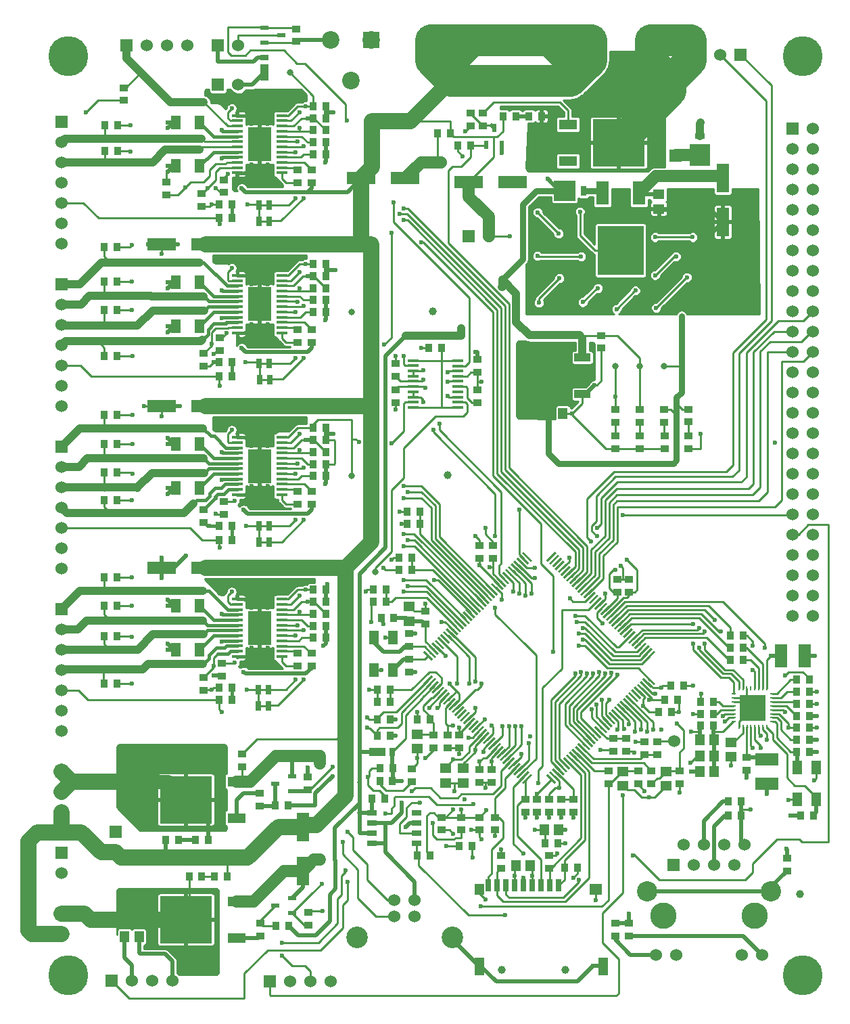
<source format=gtl>
G04 (created by PCBNEW (2013-05-18 BZR 4017)-stable) date Fri 14 Aug 2015 10:59:20 BST*
%MOIN*%
G04 Gerber Fmt 3.4, Leading zero omitted, Abs format*
%FSLAX34Y34*%
G01*
G70*
G90*
G04 APERTURE LIST*
%ADD10C,0.00590551*%
%ADD11C,0.0394*%
%ADD12R,0.0472X0.0866*%
%ADD13R,0.0472X0.0551*%
%ADD14R,0.063X0.0551*%
%ADD15R,0.0276X0.063*%
%ADD16C,0.1969*%
%ADD17R,0.063X0.1181*%
%ADD18R,0.2283X0.2441*%
%ADD19R,0.0579X0.0165*%
%ADD20R,0.1181X0.1701*%
%ADD21R,0.0394X0.0236*%
%ADD22R,0.0236X0.0394*%
%ADD23R,0.08X0.144*%
%ADD24R,0.08X0.04*%
%ADD25R,0.1417X0.063*%
%ADD26R,0.063X0.1417*%
%ADD27R,0.0374X0.0394*%
%ADD28R,0.0394X0.0374*%
%ADD29R,0.0453X0.0709*%
%ADD30R,0.0453X0.0571*%
%ADD31R,0.0571X0.0453*%
%ADD32R,0.0906X0.0512*%
%ADD33R,0.2559X0.2323*%
%ADD34R,0.06X0.06*%
%ADD35C,0.06*%
%ADD36R,0.1142X0.0591*%
%ADD37R,0.0591X0.1142*%
%ADD38R,0.0787X0.0433*%
%ADD39R,0.0315X0.0433*%
%ADD40R,0.05X0.025*%
%ADD41R,0.0098X0.0236*%
%ADD42R,0.0236X0.0098*%
%ADD43R,0.1299X0.1299*%
%ADD44R,0.1X0.1051*%
%ADD45R,0.05X0.03*%
%ADD46R,0.1051X0.1*%
%ADD47R,0.03X0.05*%
%ADD48C,0.1299*%
%ADD49C,0.1*%
%ADD50R,0.0472X0.0709*%
%ADD51C,0.0315*%
%ADD52R,0.025X0.05*%
%ADD53R,0.0787X0.0787*%
%ADD54C,0.0984*%
%ADD55R,0.0433X0.0787*%
%ADD56R,0.0433X0.0315*%
%ADD57C,0.1063*%
%ADD58C,0.0866*%
%ADD59C,0.0236*%
%ADD60C,0.01*%
%ADD61C,0.03*%
%ADD62C,0.02*%
%ADD63C,0.015*%
%ADD64C,0.04*%
%ADD65C,0.15748*%
%ADD66C,0.08*%
%ADD67C,0.06*%
%ADD68C,0.07*%
G04 APERTURE END LIST*
G54D10*
G54D11*
X24140Y1870D03*
X27282Y1870D03*
G54D12*
X23030Y2027D03*
X29132Y2027D03*
G54D13*
X23030Y5807D03*
G54D14*
X28778Y5807D03*
G54D15*
X26947Y6004D03*
X26514Y6004D03*
X26081Y6004D03*
X25648Y6004D03*
X25215Y6004D03*
X24782Y6004D03*
X24349Y6004D03*
X23916Y6004D03*
X23483Y6004D03*
G54D16*
X2754Y1575D03*
G54D17*
X30890Y40115D03*
G54D18*
X29990Y37288D03*
G54D17*
X29090Y40115D03*
G54D19*
X13303Y34515D03*
X13303Y34771D03*
X13303Y35027D03*
X13303Y35283D03*
X11101Y33751D03*
X13303Y33747D03*
X13303Y34003D03*
X13303Y34259D03*
X11099Y35539D03*
X11099Y35283D03*
X11099Y35027D03*
X11099Y34771D03*
X11099Y34515D03*
X11099Y34259D03*
X13303Y35539D03*
X11101Y34003D03*
X13303Y33491D03*
X13303Y35795D03*
X11099Y35795D03*
X11099Y33491D03*
X13303Y33236D03*
X13303Y36050D03*
X11099Y36050D03*
X11099Y33236D03*
G54D20*
X12201Y34643D03*
G54D19*
X13302Y26542D03*
X13302Y26798D03*
X13302Y27054D03*
X13302Y27310D03*
X11100Y25778D03*
X13302Y25774D03*
X13302Y26030D03*
X13302Y26286D03*
X11098Y27566D03*
X11098Y27310D03*
X11098Y27054D03*
X11098Y26798D03*
X11098Y26542D03*
X11098Y26286D03*
X13302Y27566D03*
X11100Y26030D03*
X13302Y25518D03*
X13302Y27822D03*
X11098Y27822D03*
X11098Y25518D03*
X13302Y25263D03*
X13302Y28077D03*
X11098Y28077D03*
X11098Y25263D03*
G54D20*
X12200Y26670D03*
G54D19*
X13302Y18571D03*
X13302Y18827D03*
X13302Y19083D03*
X13302Y19339D03*
X11100Y17807D03*
X13302Y17803D03*
X13302Y18059D03*
X13302Y18315D03*
X11098Y19595D03*
X11098Y19339D03*
X11098Y19083D03*
X11098Y18827D03*
X11098Y18571D03*
X11098Y18315D03*
X13302Y19595D03*
X11100Y18059D03*
X13302Y17547D03*
X13302Y19851D03*
X11098Y19851D03*
X11098Y17547D03*
X13302Y17292D03*
X13302Y20106D03*
X11098Y20106D03*
X11098Y17292D03*
G54D20*
X12200Y18699D03*
G54D19*
X13304Y42391D03*
X13304Y42647D03*
X13304Y42903D03*
X13304Y43159D03*
X11102Y41627D03*
X13304Y41623D03*
X13304Y41879D03*
X13304Y42135D03*
X11100Y43415D03*
X11100Y43159D03*
X11100Y42903D03*
X11100Y42647D03*
X11100Y42391D03*
X11100Y42135D03*
X13304Y43415D03*
X11102Y41879D03*
X13304Y41367D03*
X13304Y43671D03*
X11100Y43671D03*
X11100Y41367D03*
X13304Y41112D03*
X13304Y43926D03*
X11100Y43926D03*
X11100Y41112D03*
G54D20*
X12202Y42519D03*
G54D19*
X19762Y30837D03*
X19762Y30581D03*
X19762Y30325D03*
X19762Y30069D03*
X21964Y31601D03*
X19762Y31605D03*
X19762Y31349D03*
X19762Y31093D03*
X21966Y29813D03*
X21966Y30069D03*
X21966Y30325D03*
X21966Y30581D03*
X21966Y30837D03*
X21966Y31093D03*
X19762Y29813D03*
X21964Y31349D03*
X19762Y31861D03*
X19762Y29557D03*
X21966Y29557D03*
X21966Y31861D03*
G54D21*
X13800Y4645D03*
X12968Y5020D03*
X13800Y5395D03*
X13800Y10649D03*
X12968Y11024D03*
X13800Y11399D03*
G54D22*
X23383Y42478D03*
X23758Y43310D03*
X24133Y42478D03*
G54D23*
X25509Y31106D03*
G54D24*
X28109Y31106D03*
X28109Y32006D03*
X28109Y30206D03*
G54D25*
X17217Y40838D03*
X19383Y40838D03*
X9546Y21654D03*
X7380Y21654D03*
X9546Y37598D03*
X7380Y37598D03*
X9546Y29626D03*
X7380Y29626D03*
G54D26*
X35029Y40855D03*
X35029Y38689D03*
G54D27*
X35411Y18307D03*
X36041Y18307D03*
X39288Y16142D03*
X38658Y16142D03*
X39288Y15551D03*
X38658Y15551D03*
X35411Y17717D03*
X36041Y17717D03*
X35411Y17126D03*
X36041Y17126D03*
X39288Y14370D03*
X38658Y14370D03*
X39288Y14961D03*
X38658Y14961D03*
X33934Y14469D03*
X34564Y14469D03*
X33934Y15059D03*
X34564Y15059D03*
X38658Y13189D03*
X39288Y13189D03*
G54D28*
X22600Y43423D03*
X22600Y44053D03*
X23200Y43423D03*
X23200Y44053D03*
X12202Y9921D03*
X12202Y10551D03*
X18896Y29803D03*
X18896Y30433D03*
G54D27*
X22665Y7938D03*
X22035Y7938D03*
X20096Y23819D03*
X19466Y23819D03*
G54D28*
X19700Y11123D03*
X19700Y11753D03*
G54D27*
X17990Y14173D03*
X18620Y14173D03*
X17990Y13386D03*
X18620Y13386D03*
X39289Y13780D03*
X38659Y13780D03*
X33934Y13878D03*
X34564Y13878D03*
G54D28*
X29722Y4154D03*
X29722Y3524D03*
X30411Y3524D03*
X30411Y4154D03*
G54D27*
X13601Y9942D03*
X12971Y9942D03*
X13640Y4016D03*
X13010Y4016D03*
G54D28*
X12222Y4154D03*
X12222Y3524D03*
X18896Y31713D03*
X18896Y31083D03*
G54D27*
X19703Y21555D03*
X19073Y21555D03*
G54D28*
X31159Y12441D03*
X31159Y13071D03*
G54D27*
X18423Y19980D03*
X17793Y19980D03*
X38856Y9449D03*
X39486Y9449D03*
X39289Y12598D03*
X38659Y12598D03*
X35313Y10138D03*
X35943Y10138D03*
X35313Y9449D03*
X35943Y9449D03*
X19703Y22146D03*
X19073Y22146D03*
X20096Y24409D03*
X19466Y24409D03*
G54D28*
X31789Y12441D03*
X31789Y13071D03*
G54D27*
X18423Y20571D03*
X17793Y20571D03*
G54D28*
X9447Y31575D03*
X9447Y32205D03*
G54D27*
X15470Y35433D03*
X14840Y35433D03*
X14841Y34839D03*
X15471Y34839D03*
X18620Y15650D03*
X17990Y15650D03*
X14840Y34252D03*
X15470Y34252D03*
G54D28*
X14762Y33382D03*
X14762Y32752D03*
G54D27*
X14840Y36024D03*
X15470Y36024D03*
G54D28*
X14073Y32752D03*
X14073Y33382D03*
X9447Y15630D03*
X9447Y16260D03*
G54D27*
X15470Y19390D03*
X14840Y19390D03*
X14839Y18796D03*
X15469Y18796D03*
G54D28*
X21159Y9370D03*
X21159Y8740D03*
G54D27*
X14840Y18209D03*
X15470Y18209D03*
G54D28*
X14760Y17438D03*
X14760Y16808D03*
G54D27*
X14840Y19980D03*
X15470Y19980D03*
G54D28*
X14071Y16808D03*
X14071Y17438D03*
X9348Y39449D03*
X9348Y40079D03*
G54D27*
X15470Y43209D03*
X14840Y43209D03*
X14842Y42617D03*
X15472Y42617D03*
X14840Y42028D03*
X15470Y42028D03*
G54D28*
X14763Y41258D03*
X14763Y40628D03*
G54D27*
X14840Y43799D03*
X15470Y43799D03*
G54D28*
X14074Y40628D03*
X14074Y41258D03*
X9447Y23898D03*
X9447Y24528D03*
G54D27*
X15470Y27362D03*
X14840Y27362D03*
X14840Y26768D03*
X15470Y26768D03*
X14840Y26181D03*
X15470Y26181D03*
G54D28*
X14761Y25410D03*
X14761Y24780D03*
G54D27*
X14840Y27953D03*
X15470Y27953D03*
G54D28*
X14072Y24780D03*
X14072Y25410D03*
X22144Y9370D03*
X22144Y8740D03*
G54D29*
X9250Y41437D03*
X8068Y41437D03*
G54D30*
X33895Y12402D03*
X34603Y12402D03*
X33895Y13189D03*
X34603Y13189D03*
G54D27*
X18135Y11138D03*
X18750Y11138D03*
G54D31*
X35431Y13052D03*
X35431Y12344D03*
G54D30*
X26435Y29248D03*
X27143Y29248D03*
G54D29*
X9250Y25591D03*
X8068Y25591D03*
X9250Y27756D03*
X8068Y27756D03*
X9250Y43602D03*
X8068Y43602D03*
X9250Y33563D03*
X8068Y33563D03*
X9250Y17618D03*
X8068Y17618D03*
X9250Y35728D03*
X8068Y35728D03*
X9250Y19783D03*
X8068Y19783D03*
G54D28*
X22932Y31279D03*
X22932Y31909D03*
G54D32*
X11063Y3431D03*
G54D33*
X8563Y4331D03*
G54D32*
X11063Y5231D03*
X11061Y9336D03*
G54D33*
X8561Y10236D03*
G54D32*
X11061Y11136D03*
X27400Y43488D03*
G54D33*
X29900Y42588D03*
G54D32*
X27400Y41688D03*
G54D27*
X8187Y8268D03*
X7557Y8268D03*
X9985Y6438D03*
X10615Y6438D03*
X24821Y43898D03*
X24191Y43898D03*
X8735Y6438D03*
X9350Y6438D03*
X9663Y8268D03*
X9048Y8268D03*
X26100Y43898D03*
X25485Y43898D03*
G54D34*
X2429Y43625D03*
G54D35*
X2429Y42625D03*
X2429Y41625D03*
X2429Y40625D03*
X2429Y39625D03*
X2429Y38625D03*
X2429Y37625D03*
G54D34*
X2429Y35625D03*
G54D35*
X2429Y34625D03*
X2429Y33625D03*
X2429Y32625D03*
X2429Y31625D03*
X2429Y30625D03*
X2429Y29625D03*
G54D34*
X2429Y27625D03*
G54D35*
X2429Y26625D03*
X2429Y25625D03*
X2429Y24625D03*
X2429Y23625D03*
X2429Y22625D03*
X2429Y21625D03*
G54D34*
X2429Y19625D03*
G54D35*
X2429Y18625D03*
X2429Y17625D03*
X2429Y16625D03*
X2429Y15625D03*
X2429Y14625D03*
X2429Y13625D03*
G54D34*
X35911Y46929D03*
G54D35*
X34911Y46929D03*
G54D28*
X22932Y30432D03*
X22932Y29802D03*
X36218Y12323D03*
X36218Y11693D03*
G54D36*
X37203Y12205D03*
X37203Y11023D03*
G54D37*
X37891Y17323D03*
X39073Y17323D03*
G54D30*
X34604Y11614D03*
X33896Y11614D03*
G54D27*
X10844Y31791D03*
X10214Y31791D03*
X10844Y39567D03*
X10214Y39567D03*
X10844Y15748D03*
X10214Y15748D03*
X10844Y23720D03*
X10214Y23720D03*
X10214Y31102D03*
X10829Y31102D03*
X10214Y38878D03*
X10829Y38878D03*
X10214Y15157D03*
X10829Y15157D03*
X10214Y23031D03*
X10829Y23031D03*
X14840Y28543D03*
X15470Y28543D03*
X14840Y44390D03*
X15470Y44390D03*
X14840Y36614D03*
X15470Y36614D03*
X14840Y20571D03*
X15470Y20571D03*
G54D30*
X25549Y6988D03*
X24841Y6988D03*
G54D38*
X18000Y12588D03*
G54D39*
X18748Y12588D03*
G54D28*
X32911Y11024D03*
X32911Y11654D03*
X30864Y11024D03*
X30864Y11654D03*
G54D27*
X18187Y19193D03*
X18817Y19193D03*
G54D28*
X27655Y10256D03*
X27655Y9626D03*
G54D27*
X26258Y8071D03*
X26888Y8071D03*
G54D28*
X20766Y13406D03*
X20766Y12776D03*
G54D10*
G36*
X25553Y21954D02*
X25135Y22372D01*
X25213Y22450D01*
X25631Y22032D01*
X25553Y21954D01*
X25553Y21954D01*
G37*
G36*
X25414Y21815D02*
X24996Y22232D01*
X25074Y22310D01*
X25492Y21892D01*
X25414Y21815D01*
X25414Y21815D01*
G37*
G36*
X25275Y21675D02*
X24857Y22093D01*
X24935Y22171D01*
X25353Y21753D01*
X25275Y21675D01*
X25275Y21675D01*
G37*
G36*
X25135Y21536D02*
X24718Y21954D01*
X24795Y22032D01*
X25213Y21614D01*
X25135Y21536D01*
X25135Y21536D01*
G37*
G36*
X24996Y21397D02*
X24578Y21815D01*
X24656Y21892D01*
X25074Y21474D01*
X24996Y21397D01*
X24996Y21397D01*
G37*
G36*
X24858Y21258D02*
X24440Y21676D01*
X24517Y21754D01*
X24935Y21336D01*
X24858Y21258D01*
X24858Y21258D01*
G37*
G36*
X24718Y21119D02*
X24300Y21537D01*
X24378Y21614D01*
X24796Y21197D01*
X24718Y21119D01*
X24718Y21119D01*
G37*
G36*
X24579Y20979D02*
X24161Y21397D01*
X24239Y21475D01*
X24657Y21057D01*
X24579Y20979D01*
X24579Y20979D01*
G37*
G36*
X24440Y20840D02*
X24022Y21258D01*
X24100Y21336D01*
X24517Y20918D01*
X24440Y20840D01*
X24440Y20840D01*
G37*
G36*
X24300Y20701D02*
X23882Y21119D01*
X23960Y21197D01*
X24378Y20779D01*
X24300Y20701D01*
X24300Y20701D01*
G37*
G36*
X24161Y20562D02*
X23743Y20979D01*
X23821Y21057D01*
X24239Y20639D01*
X24161Y20562D01*
X24161Y20562D01*
G37*
G36*
X24022Y20423D02*
X23605Y20841D01*
X23682Y20919D01*
X24100Y20501D01*
X24022Y20423D01*
X24022Y20423D01*
G37*
G36*
X23883Y20284D02*
X23465Y20702D01*
X23543Y20779D01*
X23961Y20361D01*
X23883Y20284D01*
X23883Y20284D01*
G37*
G36*
X23744Y20144D02*
X23326Y20562D01*
X23404Y20640D01*
X23822Y20222D01*
X23744Y20144D01*
X23744Y20144D01*
G37*
G36*
X23605Y20005D02*
X23187Y20423D01*
X23264Y20501D01*
X23682Y20083D01*
X23605Y20005D01*
X23605Y20005D01*
G37*
G36*
X23465Y19866D02*
X23047Y20284D01*
X23125Y20361D01*
X23543Y19944D01*
X23465Y19866D01*
X23465Y19866D01*
G37*
G36*
X23326Y19726D02*
X22908Y20144D01*
X22986Y20222D01*
X23404Y19804D01*
X23326Y19726D01*
X23326Y19726D01*
G37*
G36*
X23187Y19587D02*
X22769Y20005D01*
X22847Y20083D01*
X23264Y19665D01*
X23187Y19587D01*
X23187Y19587D01*
G37*
G36*
X23048Y19449D02*
X22630Y19866D01*
X22708Y19944D01*
X23126Y19526D01*
X23048Y19449D01*
X23048Y19449D01*
G37*
G36*
X22909Y19309D02*
X22491Y19727D01*
X22569Y19805D01*
X22987Y19387D01*
X22909Y19309D01*
X22909Y19309D01*
G37*
G36*
X22769Y19170D02*
X22352Y19588D01*
X22429Y19666D01*
X22847Y19248D01*
X22769Y19170D01*
X22769Y19170D01*
G37*
G36*
X22630Y19031D02*
X22212Y19449D01*
X22290Y19526D01*
X22708Y19108D01*
X22630Y19031D01*
X22630Y19031D01*
G37*
G36*
X22491Y18891D02*
X22073Y19309D01*
X22151Y19387D01*
X22569Y18969D01*
X22491Y18891D01*
X22491Y18891D01*
G37*
G36*
X22352Y18752D02*
X21934Y19170D01*
X22011Y19248D01*
X22429Y18830D01*
X22352Y18752D01*
X22352Y18752D01*
G37*
G36*
X22212Y18613D02*
X21794Y19031D01*
X21872Y19108D01*
X22290Y18691D01*
X22212Y18613D01*
X22212Y18613D01*
G37*
G36*
X22074Y18474D02*
X21656Y18892D01*
X21734Y18970D01*
X22151Y18552D01*
X22074Y18474D01*
X22074Y18474D01*
G37*
G36*
X21934Y18335D02*
X21516Y18753D01*
X21594Y18831D01*
X22012Y18413D01*
X21934Y18335D01*
X21934Y18335D01*
G37*
G36*
X21795Y18196D02*
X21377Y18613D01*
X21455Y18691D01*
X21873Y18273D01*
X21795Y18196D01*
X21795Y18196D01*
G37*
G36*
X21656Y18056D02*
X21238Y18474D01*
X21316Y18552D01*
X21734Y18134D01*
X21656Y18056D01*
X21656Y18056D01*
G37*
G36*
X21516Y17917D02*
X21099Y18335D01*
X21176Y18413D01*
X21594Y17995D01*
X21516Y17917D01*
X21516Y17917D01*
G37*
G36*
X21377Y17778D02*
X20959Y18196D01*
X21037Y18273D01*
X21455Y17855D01*
X21377Y17778D01*
X21377Y17778D01*
G37*
G36*
X21239Y17639D02*
X20821Y18057D01*
X20898Y18135D01*
X21316Y17717D01*
X21239Y17639D01*
X21239Y17639D01*
G37*
G36*
X21099Y17500D02*
X20681Y17918D01*
X20759Y17995D01*
X21177Y17578D01*
X21099Y17500D01*
X21099Y17500D01*
G37*
G36*
X20960Y17360D02*
X20542Y17778D01*
X20620Y17856D01*
X21038Y17438D01*
X20960Y17360D01*
X20960Y17360D01*
G37*
G36*
X20821Y17221D02*
X20403Y17639D01*
X20481Y17717D01*
X20898Y17299D01*
X20821Y17221D01*
X20821Y17221D01*
G37*
G36*
X20681Y17082D02*
X20263Y17500D01*
X20341Y17578D01*
X20759Y17160D01*
X20681Y17082D01*
X20681Y17082D01*
G37*
G36*
X26750Y11013D02*
X26332Y11431D01*
X26410Y11509D01*
X26828Y11091D01*
X26750Y11013D01*
X26750Y11013D01*
G37*
G36*
X26889Y11153D02*
X26471Y11571D01*
X26549Y11648D01*
X26967Y11231D01*
X26889Y11153D01*
X26889Y11153D01*
G37*
G36*
X27028Y11292D02*
X26610Y11710D01*
X26688Y11788D01*
X27106Y11370D01*
X27028Y11292D01*
X27028Y11292D01*
G37*
G36*
X27168Y11431D02*
X26750Y11849D01*
X26828Y11927D01*
X27245Y11509D01*
X27168Y11431D01*
X27168Y11431D01*
G37*
G36*
X27307Y11571D02*
X26889Y11989D01*
X26967Y12066D01*
X27385Y11648D01*
X27307Y11571D01*
X27307Y11571D01*
G37*
G36*
X27446Y11709D02*
X27028Y12127D01*
X27105Y12205D01*
X27523Y11787D01*
X27446Y11709D01*
X27446Y11709D01*
G37*
G36*
X27585Y11849D02*
X27167Y12266D01*
X27245Y12344D01*
X27663Y11926D01*
X27585Y11849D01*
X27585Y11849D01*
G37*
G36*
X27724Y11988D02*
X27306Y12406D01*
X27384Y12484D01*
X27802Y12066D01*
X27724Y11988D01*
X27724Y11988D01*
G37*
G36*
X27863Y12127D02*
X27446Y12545D01*
X27523Y12623D01*
X27941Y12205D01*
X27863Y12127D01*
X27863Y12127D01*
G37*
G36*
X28003Y12266D02*
X27585Y12684D01*
X27663Y12762D01*
X28081Y12344D01*
X28003Y12266D01*
X28003Y12266D01*
G37*
G36*
X28142Y12406D02*
X27724Y12824D01*
X27802Y12901D01*
X28220Y12484D01*
X28142Y12406D01*
X28142Y12406D01*
G37*
G36*
X28281Y12544D02*
X27863Y12962D01*
X27941Y13040D01*
X28358Y12622D01*
X28281Y12544D01*
X28281Y12544D01*
G37*
G36*
X28420Y12684D02*
X28002Y13102D01*
X28080Y13179D01*
X28498Y12761D01*
X28420Y12684D01*
X28420Y12684D01*
G37*
G36*
X28559Y12823D02*
X28141Y13241D01*
X28219Y13319D01*
X28637Y12901D01*
X28559Y12823D01*
X28559Y12823D01*
G37*
G36*
X28699Y12962D02*
X28281Y13380D01*
X28358Y13458D01*
X28776Y13040D01*
X28699Y12962D01*
X28699Y12962D01*
G37*
G36*
X28838Y13102D02*
X28420Y13519D01*
X28498Y13597D01*
X28916Y13179D01*
X28838Y13102D01*
X28838Y13102D01*
G37*
G36*
X28977Y13241D02*
X28559Y13659D01*
X28637Y13737D01*
X29055Y13319D01*
X28977Y13241D01*
X28977Y13241D01*
G37*
G36*
X29116Y13380D02*
X28699Y13798D01*
X28776Y13876D01*
X29194Y13458D01*
X29116Y13380D01*
X29116Y13380D01*
G37*
G36*
X29255Y13519D02*
X28837Y13937D01*
X28915Y14014D01*
X29333Y13597D01*
X29255Y13519D01*
X29255Y13519D01*
G37*
G36*
X29394Y13658D02*
X28976Y14076D01*
X29054Y14154D01*
X29472Y13736D01*
X29394Y13658D01*
X29394Y13658D01*
G37*
G36*
X29534Y13797D02*
X29116Y14215D01*
X29194Y14293D01*
X29611Y13875D01*
X29534Y13797D01*
X29534Y13797D01*
G37*
G36*
X29673Y13937D02*
X29255Y14355D01*
X29333Y14432D01*
X29751Y14014D01*
X29673Y13937D01*
X29673Y13937D01*
G37*
G36*
X29812Y14076D02*
X29394Y14494D01*
X29472Y14572D01*
X29890Y14154D01*
X29812Y14076D01*
X29812Y14076D01*
G37*
G36*
X29952Y14215D02*
X29534Y14633D01*
X29611Y14711D01*
X30029Y14293D01*
X29952Y14215D01*
X29952Y14215D01*
G37*
G36*
X30091Y14355D02*
X29673Y14772D01*
X29751Y14850D01*
X30169Y14432D01*
X30091Y14355D01*
X30091Y14355D01*
G37*
G36*
X30229Y14493D02*
X29812Y14911D01*
X29889Y14989D01*
X30307Y14571D01*
X30229Y14493D01*
X30229Y14493D01*
G37*
G36*
X30369Y14632D02*
X29951Y15050D01*
X30029Y15128D01*
X30447Y14710D01*
X30369Y14632D01*
X30369Y14632D01*
G37*
G36*
X30508Y14772D02*
X30090Y15190D01*
X30168Y15267D01*
X30586Y14850D01*
X30508Y14772D01*
X30508Y14772D01*
G37*
G36*
X30647Y14911D02*
X30229Y15329D01*
X30307Y15407D01*
X30725Y14989D01*
X30647Y14911D01*
X30647Y14911D01*
G37*
G36*
X30787Y15050D02*
X30369Y15468D01*
X30447Y15546D01*
X30864Y15128D01*
X30787Y15050D01*
X30787Y15050D01*
G37*
G36*
X30926Y15190D02*
X30508Y15608D01*
X30586Y15685D01*
X31004Y15267D01*
X30926Y15190D01*
X30926Y15190D01*
G37*
G36*
X31065Y15328D02*
X30647Y15746D01*
X30724Y15824D01*
X31142Y15406D01*
X31065Y15328D01*
X31065Y15328D01*
G37*
G36*
X31204Y15468D02*
X30786Y15885D01*
X30864Y15963D01*
X31282Y15545D01*
X31204Y15468D01*
X31204Y15468D01*
G37*
G36*
X31343Y15607D02*
X30925Y16025D01*
X31003Y16103D01*
X31421Y15685D01*
X31343Y15607D01*
X31343Y15607D01*
G37*
G36*
X31482Y15746D02*
X31065Y16164D01*
X31142Y16242D01*
X31560Y15824D01*
X31482Y15746D01*
X31482Y15746D01*
G37*
G36*
X31622Y15885D02*
X31204Y16303D01*
X31282Y16381D01*
X31700Y15963D01*
X31622Y15885D01*
X31622Y15885D01*
G37*
G36*
X20341Y15885D02*
X20263Y15963D01*
X20681Y16381D01*
X20759Y16303D01*
X20341Y15885D01*
X20341Y15885D01*
G37*
G36*
X20481Y15746D02*
X20403Y15824D01*
X20821Y16242D01*
X20898Y16164D01*
X20481Y15746D01*
X20481Y15746D01*
G37*
G36*
X20620Y15607D02*
X20542Y15685D01*
X20960Y16103D01*
X21038Y16025D01*
X20620Y15607D01*
X20620Y15607D01*
G37*
G36*
X20759Y15468D02*
X20681Y15545D01*
X21099Y15963D01*
X21177Y15885D01*
X20759Y15468D01*
X20759Y15468D01*
G37*
G36*
X20898Y15328D02*
X20821Y15406D01*
X21239Y15824D01*
X21316Y15746D01*
X20898Y15328D01*
X20898Y15328D01*
G37*
G36*
X21037Y15190D02*
X20959Y15267D01*
X21377Y15685D01*
X21455Y15608D01*
X21037Y15190D01*
X21037Y15190D01*
G37*
G36*
X21176Y15050D02*
X21099Y15128D01*
X21516Y15546D01*
X21594Y15468D01*
X21176Y15050D01*
X21176Y15050D01*
G37*
G36*
X21316Y14911D02*
X21238Y14989D01*
X21656Y15407D01*
X21734Y15329D01*
X21316Y14911D01*
X21316Y14911D01*
G37*
G36*
X21455Y14772D02*
X21377Y14850D01*
X21795Y15267D01*
X21873Y15190D01*
X21455Y14772D01*
X21455Y14772D01*
G37*
G36*
X21594Y14632D02*
X21516Y14710D01*
X21934Y15128D01*
X22012Y15050D01*
X21594Y14632D01*
X21594Y14632D01*
G37*
G36*
X21734Y14493D02*
X21656Y14571D01*
X22074Y14989D01*
X22151Y14911D01*
X21734Y14493D01*
X21734Y14493D01*
G37*
G36*
X21872Y14355D02*
X21794Y14432D01*
X22212Y14850D01*
X22290Y14772D01*
X21872Y14355D01*
X21872Y14355D01*
G37*
G36*
X22011Y14215D02*
X21934Y14293D01*
X22352Y14711D01*
X22429Y14633D01*
X22011Y14215D01*
X22011Y14215D01*
G37*
G36*
X22151Y14076D02*
X22073Y14154D01*
X22491Y14572D01*
X22569Y14494D01*
X22151Y14076D01*
X22151Y14076D01*
G37*
G36*
X22290Y13937D02*
X22212Y14014D01*
X22630Y14432D01*
X22708Y14355D01*
X22290Y13937D01*
X22290Y13937D01*
G37*
G36*
X22429Y13797D02*
X22352Y13875D01*
X22769Y14293D01*
X22847Y14215D01*
X22429Y13797D01*
X22429Y13797D01*
G37*
G36*
X22569Y13658D02*
X22491Y13736D01*
X22909Y14154D01*
X22987Y14076D01*
X22569Y13658D01*
X22569Y13658D01*
G37*
G36*
X22708Y13519D02*
X22630Y13597D01*
X23048Y14014D01*
X23126Y13937D01*
X22708Y13519D01*
X22708Y13519D01*
G37*
G36*
X22847Y13380D02*
X22769Y13458D01*
X23187Y13876D01*
X23264Y13798D01*
X22847Y13380D01*
X22847Y13380D01*
G37*
G36*
X22986Y13241D02*
X22908Y13319D01*
X23326Y13737D01*
X23404Y13659D01*
X22986Y13241D01*
X22986Y13241D01*
G37*
G36*
X23125Y13102D02*
X23047Y13179D01*
X23465Y13597D01*
X23543Y13519D01*
X23125Y13102D01*
X23125Y13102D01*
G37*
G36*
X23264Y12962D02*
X23187Y13040D01*
X23605Y13458D01*
X23682Y13380D01*
X23264Y12962D01*
X23264Y12962D01*
G37*
G36*
X23404Y12823D02*
X23326Y12901D01*
X23744Y13319D01*
X23822Y13241D01*
X23404Y12823D01*
X23404Y12823D01*
G37*
G36*
X23543Y12684D02*
X23465Y12761D01*
X23883Y13179D01*
X23961Y13102D01*
X23543Y12684D01*
X23543Y12684D01*
G37*
G36*
X23682Y12544D02*
X23605Y12622D01*
X24022Y13040D01*
X24100Y12962D01*
X23682Y12544D01*
X23682Y12544D01*
G37*
G36*
X23821Y12406D02*
X23743Y12484D01*
X24161Y12901D01*
X24239Y12824D01*
X23821Y12406D01*
X23821Y12406D01*
G37*
G36*
X23960Y12266D02*
X23882Y12344D01*
X24300Y12762D01*
X24378Y12684D01*
X23960Y12266D01*
X23960Y12266D01*
G37*
G36*
X24100Y12127D02*
X24022Y12205D01*
X24440Y12623D01*
X24517Y12545D01*
X24100Y12127D01*
X24100Y12127D01*
G37*
G36*
X24239Y11988D02*
X24161Y12066D01*
X24579Y12484D01*
X24657Y12406D01*
X24239Y11988D01*
X24239Y11988D01*
G37*
G36*
X24378Y11849D02*
X24300Y11926D01*
X24718Y12344D01*
X24796Y12266D01*
X24378Y11849D01*
X24378Y11849D01*
G37*
G36*
X24517Y11709D02*
X24440Y11787D01*
X24858Y12205D01*
X24935Y12127D01*
X24517Y11709D01*
X24517Y11709D01*
G37*
G36*
X24656Y11571D02*
X24578Y11648D01*
X24996Y12066D01*
X25074Y11989D01*
X24656Y11571D01*
X24656Y11571D01*
G37*
G36*
X24795Y11431D02*
X24718Y11509D01*
X25135Y11927D01*
X25213Y11849D01*
X24795Y11431D01*
X24795Y11431D01*
G37*
G36*
X24935Y11292D02*
X24857Y11370D01*
X25275Y11788D01*
X25353Y11710D01*
X24935Y11292D01*
X24935Y11292D01*
G37*
G36*
X25074Y11153D02*
X24996Y11231D01*
X25414Y11648D01*
X25492Y11571D01*
X25074Y11153D01*
X25074Y11153D01*
G37*
G36*
X25213Y11013D02*
X25135Y11091D01*
X25553Y11509D01*
X25631Y11431D01*
X25213Y11013D01*
X25213Y11013D01*
G37*
G36*
X31282Y17082D02*
X31204Y17160D01*
X31622Y17578D01*
X31700Y17500D01*
X31282Y17082D01*
X31282Y17082D01*
G37*
G36*
X31142Y17221D02*
X31065Y17299D01*
X31482Y17717D01*
X31560Y17639D01*
X31142Y17221D01*
X31142Y17221D01*
G37*
G36*
X31003Y17360D02*
X30925Y17438D01*
X31343Y17856D01*
X31421Y17778D01*
X31003Y17360D01*
X31003Y17360D01*
G37*
G36*
X30864Y17500D02*
X30786Y17578D01*
X31204Y17995D01*
X31282Y17918D01*
X30864Y17500D01*
X30864Y17500D01*
G37*
G36*
X30724Y17639D02*
X30647Y17717D01*
X31065Y18135D01*
X31142Y18057D01*
X30724Y17639D01*
X30724Y17639D01*
G37*
G36*
X30586Y17778D02*
X30508Y17855D01*
X30926Y18273D01*
X31004Y18196D01*
X30586Y17778D01*
X30586Y17778D01*
G37*
G36*
X30447Y17917D02*
X30369Y17995D01*
X30787Y18413D01*
X30864Y18335D01*
X30447Y17917D01*
X30447Y17917D01*
G37*
G36*
X30307Y18056D02*
X30229Y18134D01*
X30647Y18552D01*
X30725Y18474D01*
X30307Y18056D01*
X30307Y18056D01*
G37*
G36*
X30168Y18196D02*
X30090Y18273D01*
X30508Y18691D01*
X30586Y18613D01*
X30168Y18196D01*
X30168Y18196D01*
G37*
G36*
X30029Y18335D02*
X29951Y18413D01*
X30369Y18831D01*
X30447Y18753D01*
X30029Y18335D01*
X30029Y18335D01*
G37*
G36*
X29889Y18474D02*
X29812Y18552D01*
X30229Y18970D01*
X30307Y18892D01*
X29889Y18474D01*
X29889Y18474D01*
G37*
G36*
X29751Y18613D02*
X29673Y18691D01*
X30091Y19108D01*
X30169Y19031D01*
X29751Y18613D01*
X29751Y18613D01*
G37*
G36*
X29611Y18752D02*
X29534Y18830D01*
X29952Y19248D01*
X30029Y19170D01*
X29611Y18752D01*
X29611Y18752D01*
G37*
G36*
X29472Y18891D02*
X29394Y18969D01*
X29812Y19387D01*
X29890Y19309D01*
X29472Y18891D01*
X29472Y18891D01*
G37*
G36*
X29333Y19031D02*
X29255Y19108D01*
X29673Y19526D01*
X29751Y19449D01*
X29333Y19031D01*
X29333Y19031D01*
G37*
G36*
X29194Y19170D02*
X29116Y19248D01*
X29534Y19666D01*
X29611Y19588D01*
X29194Y19170D01*
X29194Y19170D01*
G37*
G36*
X29054Y19309D02*
X28976Y19387D01*
X29394Y19805D01*
X29472Y19727D01*
X29054Y19309D01*
X29054Y19309D01*
G37*
G36*
X28915Y19449D02*
X28837Y19526D01*
X29255Y19944D01*
X29333Y19866D01*
X28915Y19449D01*
X28915Y19449D01*
G37*
G36*
X28776Y19587D02*
X28699Y19665D01*
X29116Y20083D01*
X29194Y20005D01*
X28776Y19587D01*
X28776Y19587D01*
G37*
G36*
X28637Y19726D02*
X28559Y19804D01*
X28977Y20222D01*
X29055Y20144D01*
X28637Y19726D01*
X28637Y19726D01*
G37*
G36*
X28498Y19866D02*
X28420Y19944D01*
X28838Y20361D01*
X28916Y20284D01*
X28498Y19866D01*
X28498Y19866D01*
G37*
G36*
X28358Y20005D02*
X28281Y20083D01*
X28699Y20501D01*
X28776Y20423D01*
X28358Y20005D01*
X28358Y20005D01*
G37*
G36*
X28219Y20144D02*
X28141Y20222D01*
X28559Y20640D01*
X28637Y20562D01*
X28219Y20144D01*
X28219Y20144D01*
G37*
G36*
X28080Y20284D02*
X28002Y20361D01*
X28420Y20779D01*
X28498Y20702D01*
X28080Y20284D01*
X28080Y20284D01*
G37*
G36*
X27941Y20423D02*
X27863Y20501D01*
X28281Y20919D01*
X28358Y20841D01*
X27941Y20423D01*
X27941Y20423D01*
G37*
G36*
X27802Y20562D02*
X27724Y20639D01*
X28142Y21057D01*
X28220Y20979D01*
X27802Y20562D01*
X27802Y20562D01*
G37*
G36*
X27663Y20701D02*
X27585Y20779D01*
X28003Y21197D01*
X28081Y21119D01*
X27663Y20701D01*
X27663Y20701D01*
G37*
G36*
X27523Y20840D02*
X27446Y20918D01*
X27863Y21336D01*
X27941Y21258D01*
X27523Y20840D01*
X27523Y20840D01*
G37*
G36*
X27384Y20979D02*
X27306Y21057D01*
X27724Y21475D01*
X27802Y21397D01*
X27384Y20979D01*
X27384Y20979D01*
G37*
G36*
X27245Y21119D02*
X27167Y21197D01*
X27585Y21614D01*
X27663Y21537D01*
X27245Y21119D01*
X27245Y21119D01*
G37*
G36*
X27105Y21258D02*
X27028Y21336D01*
X27446Y21754D01*
X27523Y21676D01*
X27105Y21258D01*
X27105Y21258D01*
G37*
G36*
X26967Y21397D02*
X26889Y21474D01*
X27307Y21892D01*
X27385Y21815D01*
X26967Y21397D01*
X26967Y21397D01*
G37*
G36*
X26828Y21536D02*
X26750Y21614D01*
X27168Y22032D01*
X27245Y21954D01*
X26828Y21536D01*
X26828Y21536D01*
G37*
G36*
X26688Y21675D02*
X26610Y21753D01*
X27028Y22171D01*
X27106Y22093D01*
X26688Y21675D01*
X26688Y21675D01*
G37*
G36*
X26549Y21815D02*
X26471Y21892D01*
X26889Y22310D01*
X26967Y22232D01*
X26549Y21815D01*
X26549Y21815D01*
G37*
G36*
X26410Y21954D02*
X26332Y22032D01*
X26750Y22450D01*
X26828Y22372D01*
X26410Y21954D01*
X26410Y21954D01*
G37*
G54D31*
X21356Y11771D03*
X21356Y11063D03*
X19585Y19036D03*
X19585Y19744D03*
G54D30*
X26219Y8760D03*
X26927Y8760D03*
G54D31*
X19978Y13445D03*
X19978Y12737D03*
X30116Y11634D03*
X30116Y10926D03*
X32222Y11614D03*
X32222Y10906D03*
G54D27*
X31868Y14567D03*
X32498Y14567D03*
X18765Y11788D03*
X18135Y11788D03*
G54D28*
X19585Y17795D03*
X19585Y18425D03*
X19585Y17146D03*
X19585Y16516D03*
X23620Y11732D03*
X23620Y11102D03*
G54D27*
X32163Y15157D03*
X32793Y15157D03*
G54D28*
X29821Y20453D03*
X29821Y21083D03*
X30411Y20453D03*
X30411Y21083D03*
X21455Y13406D03*
X21455Y12776D03*
X23029Y11732D03*
X23029Y11102D03*
X22045Y13406D03*
X22045Y12776D03*
X20372Y18878D03*
X20372Y19508D03*
X23029Y22126D03*
X23029Y22756D03*
G54D27*
X18620Y15059D03*
X17990Y15059D03*
G54D28*
X27065Y10256D03*
X27065Y9626D03*
X23029Y9370D03*
X23029Y8740D03*
X25884Y10256D03*
X25884Y9626D03*
X23718Y22126D03*
X23718Y22756D03*
G54D27*
X20588Y14173D03*
X19958Y14173D03*
G54D28*
X26474Y9626D03*
X26474Y10256D03*
G54D31*
X22242Y11771D03*
X22242Y11063D03*
G54D27*
X20550Y32480D03*
X21180Y32480D03*
G54D34*
X38474Y43299D03*
G54D35*
X39474Y43299D03*
X38474Y38299D03*
X39474Y42299D03*
X38474Y37299D03*
X39474Y41299D03*
X38474Y36299D03*
X39474Y40299D03*
X38474Y35299D03*
X39474Y39299D03*
X38474Y34299D03*
X39474Y38299D03*
X38474Y33299D03*
X39474Y37299D03*
X38474Y32299D03*
X39474Y36299D03*
X38474Y31299D03*
X39474Y35299D03*
X38474Y30299D03*
X39474Y34299D03*
X38474Y29299D03*
X39474Y33299D03*
X38474Y28299D03*
X39474Y32299D03*
X39474Y31299D03*
X38474Y27299D03*
X39474Y30299D03*
X39474Y28299D03*
X39474Y27299D03*
X39474Y26299D03*
X39474Y25299D03*
X38474Y26299D03*
X38474Y25299D03*
X38474Y42299D03*
X38474Y41299D03*
X38474Y40299D03*
X38474Y39299D03*
X38474Y24299D03*
X39474Y24299D03*
X39474Y29299D03*
X38474Y23299D03*
X39474Y23299D03*
X38474Y22299D03*
X39474Y22299D03*
X38474Y21299D03*
X39474Y21299D03*
X38474Y20299D03*
X39474Y20299D03*
X38474Y19299D03*
X39474Y19299D03*
G54D40*
X19950Y8088D03*
X19950Y8588D03*
X19950Y9088D03*
X19950Y9588D03*
X17750Y9588D03*
X17750Y9088D03*
X17750Y8588D03*
X17750Y8088D03*
G54D27*
X20615Y7488D03*
X19985Y7488D03*
X17735Y10288D03*
X18365Y10288D03*
G54D28*
X14000Y48203D03*
X14000Y47573D03*
G54D41*
X35826Y13820D03*
X36023Y13820D03*
X36220Y13820D03*
X36417Y13820D03*
X36613Y13820D03*
X36810Y13820D03*
X37007Y13820D03*
X37204Y13820D03*
G54D42*
X37460Y14862D03*
X37460Y15058D03*
X37460Y15255D03*
X37460Y15452D03*
G54D43*
X36514Y14764D03*
G54D42*
X37460Y14075D03*
X37460Y14272D03*
X37460Y14469D03*
X37460Y14665D03*
G54D41*
X37202Y15708D03*
X37005Y15709D03*
X36809Y15709D03*
X36612Y15709D03*
X36415Y15709D03*
X36218Y15709D03*
X36021Y15709D03*
X35824Y15709D03*
G54D42*
X35569Y15453D03*
X35569Y15256D03*
X35569Y15059D03*
X35569Y14863D03*
X35569Y14666D03*
X35569Y14469D03*
X35569Y14272D03*
X35569Y14075D03*
G54D27*
X5165Y29188D03*
X4535Y29188D03*
G54D44*
X33896Y41988D03*
G54D45*
X33896Y42914D03*
G54D46*
X27230Y40228D03*
G54D47*
X28156Y40228D03*
G54D28*
X10234Y32362D03*
X10234Y32992D03*
X10431Y40138D03*
X10431Y40768D03*
X10333Y16319D03*
X10333Y16949D03*
X10431Y24291D03*
X10431Y24921D03*
G54D48*
X32098Y4528D03*
X36598Y4528D03*
G54D35*
X36098Y8028D03*
X35600Y7028D03*
X35098Y8028D03*
X34600Y7028D03*
X34098Y8028D03*
X33600Y7028D03*
X33098Y8028D03*
G54D49*
X31298Y5729D03*
X37398Y5728D03*
G54D35*
X35956Y2599D03*
X32740Y2599D03*
X36956Y2599D03*
X31740Y2599D03*
G54D34*
X32600Y7028D03*
G54D50*
X38699Y11811D03*
X38699Y10237D03*
X39643Y10237D03*
X39643Y11811D03*
X18777Y16634D03*
X18777Y18208D03*
X17833Y18208D03*
X17833Y16634D03*
G54D51*
X16730Y26181D03*
X13700Y46038D03*
X16730Y34252D03*
X17900Y21438D03*
G54D28*
X25293Y10256D03*
X25293Y9626D03*
X23817Y9370D03*
X23817Y8740D03*
G54D27*
X27242Y6890D03*
X27872Y6890D03*
G54D28*
X26474Y6870D03*
X26474Y7500D03*
G54D27*
X32458Y15846D03*
X33088Y15846D03*
G54D28*
X24112Y6870D03*
X24112Y7500D03*
G54D21*
X12434Y48263D03*
X13266Y47888D03*
X12434Y47513D03*
G54D34*
X32696Y41944D03*
G54D35*
X32696Y40944D03*
G54D11*
X38850Y5588D03*
X20750Y34288D03*
X21469Y26225D03*
G54D27*
X22596Y42441D03*
X21966Y42441D03*
G54D28*
X14565Y10709D03*
X14565Y11339D03*
X14604Y4055D03*
X14604Y4685D03*
G54D52*
X12177Y22918D03*
X12677Y22918D03*
X12179Y23706D03*
X12679Y23706D03*
X12181Y31716D03*
X12681Y31716D03*
X12173Y39532D03*
X12673Y39532D03*
X12151Y15652D03*
X12651Y15652D03*
X12151Y14856D03*
X12651Y14856D03*
X12187Y30934D03*
X12687Y30934D03*
X12173Y38732D03*
X12673Y38732D03*
G54D35*
X32638Y13104D03*
X21148Y41630D03*
G54D28*
X38187Y6732D03*
X38187Y7362D03*
X31514Y11024D03*
X31514Y11654D03*
X29407Y11024D03*
X29407Y11654D03*
G54D34*
X22500Y37988D03*
G54D35*
X23500Y37988D03*
G54D25*
X22517Y40638D03*
X24683Y40638D03*
G54D26*
X14329Y8898D03*
X14329Y6732D03*
G54D27*
X5165Y34338D03*
X4535Y34338D03*
X5215Y42188D03*
X4585Y42188D03*
G54D28*
X7600Y40023D03*
X7600Y40653D03*
G54D27*
X5165Y37438D03*
X4535Y37438D03*
X4535Y35738D03*
X5165Y35738D03*
X21615Y43038D03*
X20985Y43038D03*
X4535Y32088D03*
X5165Y32088D03*
X5165Y21188D03*
X4535Y21188D03*
X4535Y19788D03*
X5165Y19788D03*
X5165Y18288D03*
X4535Y18288D03*
X4535Y15938D03*
X5165Y15938D03*
X4585Y43438D03*
X5215Y43438D03*
G54D28*
X30273Y12618D03*
X30273Y13248D03*
X29050Y33103D03*
X29050Y32473D03*
X11333Y12480D03*
X11333Y11850D03*
G54D31*
X31880Y40042D03*
X31880Y39334D03*
G54D27*
X4535Y27738D03*
X5165Y27738D03*
X5165Y26338D03*
X4535Y26338D03*
X4535Y24988D03*
X5165Y24988D03*
G54D28*
X5500Y44673D03*
X5500Y45303D03*
X29644Y13248D03*
X29644Y12618D03*
G54D34*
X4888Y1328D03*
G54D35*
X5888Y1328D03*
X6888Y1328D03*
X7888Y1328D03*
G54D16*
X38974Y46850D03*
X38974Y1575D03*
X2754Y46850D03*
G54D34*
X2429Y11625D03*
G54D35*
X2429Y10625D03*
X2429Y9625D03*
X2429Y8625D03*
G54D34*
X2429Y7625D03*
G54D35*
X2429Y6625D03*
G54D34*
X2429Y4625D03*
G54D35*
X2429Y3625D03*
G54D30*
X6254Y3488D03*
X5546Y3488D03*
G54D53*
X31476Y47638D03*
G54D54*
X28524Y47638D03*
G54D53*
X17715Y47638D03*
G54D54*
X20667Y47638D03*
G54D34*
X5650Y47388D03*
G54D35*
X6650Y47388D03*
X7650Y47388D03*
X8650Y47388D03*
G54D28*
X29750Y28823D03*
X29750Y29453D03*
X30950Y28823D03*
X30950Y29453D03*
X32150Y28823D03*
X32150Y29453D03*
X29750Y27523D03*
X29750Y28138D03*
X30950Y27523D03*
X30950Y28138D03*
X32153Y27523D03*
X32153Y28138D03*
X33350Y27523D03*
X33350Y28138D03*
X33350Y29453D03*
X33350Y28838D03*
G54D55*
X12450Y46038D03*
G54D56*
X12450Y46786D03*
G54D34*
X10150Y47388D03*
G54D35*
X11150Y47388D03*
G54D34*
X10150Y45438D03*
G54D35*
X11150Y45438D03*
X19850Y5288D03*
X18850Y5288D03*
X18850Y4501D03*
X19850Y4501D03*
G54D57*
X21712Y3438D03*
X16988Y3438D03*
G54D34*
X5100Y8638D03*
G54D35*
X5100Y7638D03*
G54D34*
X12700Y1288D03*
G54D35*
X13700Y1288D03*
X14700Y1288D03*
X15700Y1288D03*
G54D51*
X32150Y31588D03*
X30950Y31588D03*
X29750Y31588D03*
G54D58*
X32450Y45638D03*
X33450Y47638D03*
X31450Y47638D03*
X27550Y45638D03*
X28550Y47638D03*
X26550Y47638D03*
X16700Y45638D03*
X17700Y47638D03*
X15700Y47638D03*
X21650Y45638D03*
X22650Y47638D03*
X20650Y47638D03*
G54D59*
X32720Y36988D03*
X31700Y37938D03*
X27990Y39198D03*
X28040Y36988D03*
X29510Y36718D03*
X26980Y35918D03*
X29940Y38248D03*
X30740Y38258D03*
X28880Y35428D03*
X25890Y37018D03*
X30860Y36288D03*
X33260Y35958D03*
X26940Y38118D03*
X29100Y36298D03*
X29130Y38278D03*
X30380Y36698D03*
X28130Y34738D03*
X29970Y36288D03*
X25970Y34708D03*
X30820Y37318D03*
X33550Y37938D03*
X29090Y37348D03*
X30270Y37758D03*
X29990Y37318D03*
X29790Y34398D03*
X25910Y39158D03*
X31750Y34458D03*
X30720Y35308D03*
X31700Y36068D03*
X29560Y37758D03*
X22700Y7388D03*
X33000Y34038D03*
X25293Y9350D03*
X25648Y6496D03*
X27655Y9350D03*
X27262Y8071D03*
X26868Y7579D03*
X27655Y6398D03*
X30411Y4626D03*
X23375Y9725D03*
X23817Y8465D03*
X24112Y7776D03*
X39663Y13780D03*
X31159Y10650D03*
X33462Y13583D03*
X36218Y11319D03*
X39663Y14961D03*
X37399Y17323D03*
X33955Y15453D03*
X33561Y15846D03*
X22144Y9744D03*
X22045Y13780D03*
X18900Y29438D03*
X23129Y30807D03*
X25270Y30882D03*
X25742Y30890D03*
X25522Y30579D03*
X25289Y31630D03*
X26435Y29827D03*
X18896Y32087D03*
X20176Y32480D03*
X20372Y12303D03*
X22833Y12697D03*
X23620Y12106D03*
X31396Y15157D03*
X29722Y21555D03*
X23029Y21772D03*
X11569Y15650D03*
X27195Y30862D03*
X25057Y32213D03*
X26360Y30854D03*
X13974Y24016D03*
X13974Y18307D03*
X11605Y39567D03*
X21750Y9744D03*
X9840Y15650D03*
X14565Y11811D03*
X13974Y34252D03*
X11529Y23720D03*
X14368Y18602D03*
X14565Y43799D03*
X14368Y31988D03*
X14466Y27953D03*
X15297Y4752D03*
X13974Y42126D03*
X13974Y26280D03*
X14368Y34547D03*
X14368Y24016D03*
X14368Y42421D03*
X14368Y26575D03*
X13974Y16142D03*
X14565Y19980D03*
X13974Y31988D03*
X13974Y39862D03*
X11506Y31791D03*
X22207Y41933D03*
X32911Y10591D03*
X9742Y23720D03*
X14368Y16142D03*
X14565Y36024D03*
X9840Y39567D03*
X9939Y31791D03*
X14368Y39862D03*
X17150Y11388D03*
X15800Y11388D03*
X22350Y43138D03*
X24148Y35480D03*
X26390Y40813D03*
X22139Y33470D03*
X22144Y33071D03*
X24159Y35846D03*
X23541Y21693D03*
X21750Y12205D03*
X31100Y14862D03*
X21750Y13878D03*
X18305Y18898D03*
X30313Y22047D03*
X23029Y12106D03*
X28640Y16437D03*
X29525Y16476D03*
X29821Y16398D03*
X16550Y6188D03*
X25531Y13366D03*
X29014Y12677D03*
X28581Y14685D03*
X30600Y7488D03*
X28817Y14921D03*
X28344Y16437D03*
X30334Y41563D03*
X29709Y41581D03*
X29691Y42859D03*
X30991Y42224D03*
X29367Y41846D03*
X28966Y41599D03*
X30622Y41851D03*
X30591Y42566D03*
X29385Y42553D03*
X29065Y42859D03*
X30622Y43151D03*
X30973Y43498D03*
X29020Y42184D03*
X29655Y42206D03*
X30271Y43489D03*
X30969Y42868D03*
X29380Y43169D03*
X30010Y41860D03*
X31032Y41590D03*
X29574Y43471D03*
X30334Y42197D03*
X28948Y43484D03*
X30303Y42863D03*
X29992Y43178D03*
X29968Y42559D03*
X28525Y22953D03*
X32768Y13982D03*
X18896Y13386D03*
X20962Y14764D03*
X18896Y14173D03*
X20569Y14764D03*
X16550Y8638D03*
X17500Y13788D03*
X17500Y14288D03*
X16300Y8138D03*
X5510Y12598D03*
X6298Y9843D03*
X8659Y12598D03*
X7085Y9843D03*
X9447Y11811D03*
X6691Y9449D03*
X7872Y11811D03*
X8659Y11024D03*
X8659Y11811D03*
X8266Y12205D03*
X5903Y12205D03*
X6691Y10236D03*
X9447Y11024D03*
X6297Y9055D03*
X7872Y9449D03*
X7478Y12205D03*
X8266Y10630D03*
X5510Y10630D03*
X7085Y10630D03*
X9840Y12205D03*
X10234Y12598D03*
X7872Y11024D03*
X8266Y9843D03*
X9447Y12598D03*
X6297Y10630D03*
X7085Y12598D03*
X6297Y12598D03*
X5903Y10236D03*
X7085Y11811D03*
X9053Y10630D03*
X7085Y9055D03*
X9053Y9843D03*
X6297Y11811D03*
X6691Y12205D03*
X8659Y9449D03*
X8561Y10236D03*
X7872Y12598D03*
X10234Y11811D03*
X9447Y9449D03*
X5510Y11811D03*
X5510Y9843D03*
X9053Y12205D03*
X10825Y20472D03*
X19486Y20768D03*
X19289Y20472D03*
X9939Y16831D03*
X19700Y10638D03*
X15800Y11838D03*
X14466Y20571D03*
X19289Y21063D03*
X14171Y20276D03*
X17714Y18996D03*
X10333Y14567D03*
X23108Y4980D03*
X38088Y14567D03*
X37104Y17717D03*
X29230Y20374D03*
X38285Y13780D03*
X38088Y16339D03*
X34939Y18504D03*
X34644Y19094D03*
X39663Y15551D03*
X33856Y17717D03*
X33856Y18701D03*
X33561Y18898D03*
X33561Y17913D03*
X34151Y17913D03*
X34151Y18504D03*
X30100Y10438D03*
X27500Y20138D03*
X9660Y3388D03*
X8640Y3378D03*
X8563Y4331D03*
X7520Y4348D03*
X8220Y3848D03*
X8080Y4818D03*
X8540Y5268D03*
X9570Y5288D03*
X9090Y4818D03*
X9190Y3918D03*
X9600Y4378D03*
X7520Y5188D03*
X7500Y3388D03*
X18400Y9538D03*
X22732Y10004D03*
X23226Y12598D03*
X15254Y6102D03*
X19400Y8888D03*
X17550Y11338D03*
X27592Y29252D03*
X24150Y42088D03*
X27065Y9350D03*
X31691Y15453D03*
X33561Y14469D03*
X32872Y14567D03*
X23305Y14173D03*
X22833Y14764D03*
X21573Y15945D03*
X29090Y18923D03*
X11809Y17323D03*
X11809Y20079D03*
X11809Y25295D03*
X12200Y27851D03*
X11809Y27657D03*
X11809Y28051D03*
X11809Y33268D03*
X11809Y35630D03*
X11809Y36024D03*
X12201Y35825D03*
X20372Y19882D03*
X15352Y17815D03*
X21456Y30807D03*
X15451Y33858D03*
X15451Y41634D03*
X23325Y5315D03*
X28640Y2047D03*
X39565Y17323D03*
X39663Y14370D03*
X36514Y14764D03*
X39663Y12598D03*
X39663Y13189D03*
X39550Y11188D03*
X38167Y7815D03*
X38384Y9449D03*
X37203Y10531D03*
X36415Y9744D03*
X35431Y11909D03*
X33462Y11614D03*
X28777Y5295D03*
X27262Y8760D03*
X26474Y9350D03*
X24782Y6496D03*
X19978Y12303D03*
X25884Y9350D03*
X23325Y10827D03*
X21800Y10666D03*
X23620Y13878D03*
X22045Y12500D03*
X19978Y14567D03*
X19880Y16535D03*
X18207Y16634D03*
X7675Y19783D03*
X18403Y18209D03*
X19880Y18406D03*
X21356Y17323D03*
X30018Y21752D03*
X17419Y20472D03*
X24132Y20079D03*
X18699Y22047D03*
X22833Y23228D03*
X19092Y24409D03*
X11809Y24902D03*
X22844Y32280D03*
X20273Y29823D03*
X21456Y31299D03*
X20273Y31398D03*
X34469Y39243D03*
X27100Y41688D03*
X11809Y41142D03*
X11415Y44488D03*
X3650Y44088D03*
X27650Y41688D03*
X24550Y40688D03*
X25150Y40638D03*
X5900Y21188D03*
X5900Y19788D03*
X5900Y18238D03*
X5900Y15938D03*
X7675Y27756D03*
X5950Y29188D03*
X5950Y27738D03*
X5950Y26288D03*
X5900Y24988D03*
X7675Y35728D03*
X5900Y35738D03*
X5900Y34338D03*
X5950Y32088D03*
X5900Y37538D03*
X6691Y37598D03*
X5850Y42138D03*
X7675Y43602D03*
X5850Y43438D03*
X12596Y40748D03*
X7675Y41437D03*
X15155Y12008D03*
X11809Y44685D03*
X12596Y27657D03*
X12200Y16735D03*
X12596Y16929D03*
X11809Y34252D03*
X12596Y28051D03*
X21455Y30118D03*
X38285Y10236D03*
X15155Y7283D03*
X12596Y41535D03*
X12596Y17323D03*
X12596Y33268D03*
X13384Y20965D03*
X7675Y28051D03*
X7675Y17618D03*
X13777Y20768D03*
X12596Y42126D03*
X12203Y19291D03*
X12596Y20079D03*
X11415Y20768D03*
X13384Y36909D03*
X28718Y30657D03*
X12203Y26673D03*
X8561Y22244D03*
X12202Y40945D03*
X12201Y33071D03*
X11809Y26969D03*
X11022Y28937D03*
X11809Y33661D03*
X12203Y20768D03*
X12596Y25295D03*
X13777Y44488D03*
X12200Y17520D03*
X12202Y41339D03*
X14171Y36909D03*
X11418Y28737D03*
X15451Y25787D03*
X12990Y20768D03*
X23325Y23622D03*
X11809Y20965D03*
X7675Y41142D03*
X7380Y21161D03*
X11809Y41535D03*
X12596Y18996D03*
X7675Y35433D03*
X10037Y24311D03*
X11809Y43898D03*
X12203Y35236D03*
X13777Y36713D03*
X12200Y25492D03*
X15943Y36319D03*
X7675Y43307D03*
X14171Y20965D03*
X12596Y43898D03*
X12201Y33465D03*
X8167Y37598D03*
X12596Y33661D03*
X11809Y25689D03*
X12596Y26969D03*
X7380Y37106D03*
X11022Y44685D03*
X11809Y42126D03*
X7675Y25295D03*
X11022Y36909D03*
X12596Y26378D03*
X12596Y20965D03*
X12990Y44488D03*
X7675Y33563D03*
X15844Y28248D03*
X12202Y43700D03*
X12201Y36711D03*
X11809Y18996D03*
X11415Y36713D03*
X12596Y41142D03*
X12990Y28740D03*
X10037Y40354D03*
X11809Y16929D03*
X11809Y28937D03*
X14171Y28937D03*
X11809Y42815D03*
X12596Y17717D03*
X12203Y41831D03*
X12200Y24708D03*
X7675Y20079D03*
X12596Y24902D03*
X12203Y34547D03*
X12596Y18406D03*
X7380Y29134D03*
X15549Y20866D03*
X34469Y38130D03*
X11809Y26378D03*
X12596Y28937D03*
X12596Y36024D03*
X12990Y36713D03*
X6494Y29626D03*
X12203Y27264D03*
X14171Y44685D03*
X12596Y44685D03*
X11809Y36909D03*
X12596Y32874D03*
X17616Y15650D03*
X12596Y35630D03*
X13384Y28937D03*
X7675Y33268D03*
X12202Y40552D03*
X12596Y34252D03*
X9939Y16339D03*
X12596Y34941D03*
X13384Y44685D03*
X12203Y18701D03*
X12203Y42520D03*
X12203Y43110D03*
X11809Y43504D03*
X12203Y33957D03*
X12596Y36909D03*
X12596Y42815D03*
X9939Y32185D03*
X12203Y26083D03*
X7380Y22146D03*
X11809Y19685D03*
X11022Y20965D03*
X15844Y44094D03*
X15155Y12402D03*
X12200Y28737D03*
X11809Y32874D03*
X8266Y29626D03*
X12200Y17126D03*
X11809Y34941D03*
X12201Y32679D03*
X13777Y28740D03*
X12200Y25098D03*
X11809Y18406D03*
X12596Y25689D03*
X12202Y44487D03*
X7675Y25591D03*
X12203Y18110D03*
X12203Y19882D03*
X12596Y43504D03*
X7675Y17913D03*
X12596Y19685D03*
X11809Y40748D03*
X11809Y17717D03*
X25195Y6398D03*
X25195Y7579D03*
X31986Y13681D03*
X31986Y15748D03*
X27951Y6299D03*
X14171Y43307D03*
X14053Y42638D03*
X14053Y18819D03*
X14171Y19488D03*
X14171Y35433D03*
X14053Y34764D03*
X14171Y27461D03*
X14053Y26791D03*
X36907Y12795D03*
X35136Y14075D03*
X36514Y16634D03*
X36514Y17815D03*
X35037Y14370D03*
X37203Y13189D03*
X36514Y12795D03*
X36907Y13386D03*
X22833Y16043D03*
X21750Y8563D03*
X21400Y7938D03*
X21947Y15945D03*
X20750Y9088D03*
X22537Y15945D03*
X25470Y13030D03*
X33423Y12067D03*
X24998Y20374D03*
X24703Y20472D03*
X28836Y23622D03*
X27459Y22146D03*
X27754Y16437D03*
X33950Y28238D03*
X37600Y27814D03*
X28049Y16535D03*
X29053Y15157D03*
X29427Y15157D03*
X29821Y13681D03*
X30175Y13720D03*
X30411Y13957D03*
X30707Y13583D03*
X31002Y13681D03*
X31297Y13583D03*
X31592Y13681D03*
X24171Y13858D03*
X27754Y19291D03*
X24486Y13858D03*
X24801Y13858D03*
X25116Y13858D03*
X25096Y12500D03*
X18350Y32638D03*
X18700Y38138D03*
X16500Y43688D03*
X20800Y21038D03*
X13300Y3188D03*
X16450Y6738D03*
X23150Y8288D03*
X13300Y2538D03*
X22650Y8738D03*
X23128Y15945D03*
X25785Y21654D03*
X25588Y20374D03*
X27951Y17815D03*
X28148Y18110D03*
X28148Y18701D03*
X27852Y18996D03*
X27951Y18406D03*
X20766Y28445D03*
X23817Y19685D03*
X23817Y23228D03*
X20273Y30906D03*
X29230Y16437D03*
X21061Y28740D03*
X20372Y30512D03*
X28935Y16535D03*
X25785Y21161D03*
X25293Y20276D03*
X22300Y10238D03*
X20100Y10088D03*
X22500Y13288D03*
X25950Y11038D03*
X24300Y4538D03*
X21159Y18996D03*
X24998Y24528D03*
X19200Y10088D03*
X19200Y11138D03*
X25884Y10531D03*
X25785Y8760D03*
X31396Y10354D03*
X26966Y10827D03*
X30118Y24264D03*
X28836Y23228D03*
X30667Y12539D03*
X24550Y37988D03*
X29750Y30088D03*
X33950Y43588D03*
X10334Y41829D03*
X10333Y18012D03*
X10333Y19390D03*
X10579Y33218D03*
X10333Y25984D03*
X11317Y32480D03*
X10333Y35335D03*
X10333Y27362D03*
X10333Y37598D03*
X10972Y16978D03*
X11415Y24508D03*
X10333Y43209D03*
X10333Y33957D03*
X11317Y40354D03*
X11415Y16535D03*
X10333Y29626D03*
X10972Y24951D03*
X10333Y21654D03*
X10628Y41043D03*
X10825Y28445D03*
X19486Y23031D03*
X10037Y25098D03*
X19289Y22736D03*
X17100Y27838D03*
X18700Y27788D03*
X19289Y23327D03*
X14171Y28248D03*
X10234Y22638D03*
X18305Y21654D03*
X19486Y25394D03*
X10825Y36417D03*
X19289Y25098D03*
X9840Y32677D03*
X19289Y32087D03*
X14466Y36614D03*
X19289Y25689D03*
X14171Y36220D03*
X10234Y30610D03*
X19191Y23819D03*
X10825Y44291D03*
X19092Y39075D03*
X9644Y40354D03*
X19289Y38780D03*
X8550Y40388D03*
X14466Y44390D03*
X18797Y39665D03*
X14171Y44094D03*
X19289Y39370D03*
X10234Y38583D03*
X20175Y37697D03*
X30726Y13091D03*
X26671Y17520D03*
G54D60*
X27990Y38028D02*
X27990Y39198D01*
X29100Y36308D02*
X29100Y36298D01*
X25970Y34908D02*
X25970Y34708D01*
X33250Y35958D02*
X33260Y35958D01*
X28820Y35428D02*
X28880Y35428D01*
X33550Y37938D02*
X31700Y37938D01*
X32620Y36988D02*
X32720Y36988D01*
X28130Y34738D02*
X28820Y35428D01*
X29970Y36288D02*
X30860Y36288D01*
X25920Y36988D02*
X28040Y36988D01*
X29510Y36718D02*
X29100Y36308D01*
X31700Y36068D02*
X32620Y36988D01*
X29120Y37318D02*
X29990Y37318D01*
X30820Y37318D02*
X30380Y36878D01*
X25890Y37018D02*
X25920Y36988D01*
X26980Y35918D02*
X25970Y34908D01*
X28730Y37288D02*
X27990Y38028D01*
X30380Y36878D02*
X30380Y36698D01*
X30270Y37758D02*
X29560Y37758D01*
X31750Y34458D02*
X33250Y35958D01*
X29090Y37348D02*
X29120Y37318D01*
X29950Y38258D02*
X30740Y38258D01*
X25910Y39148D02*
X25910Y39158D01*
X26940Y38118D02*
X25910Y39148D01*
X29990Y37288D02*
X28730Y37288D01*
X29990Y37418D02*
X29130Y38278D01*
X29990Y37288D02*
X29990Y37418D01*
X30700Y35308D02*
X30720Y35308D01*
X29940Y38248D02*
X29950Y38258D01*
X29790Y34398D02*
X30700Y35308D01*
X32850Y29488D02*
X32800Y29488D01*
X32800Y29453D02*
X32835Y29488D01*
X32835Y29488D02*
X32850Y29488D01*
X32150Y31588D02*
X33000Y31588D01*
X33000Y31588D02*
X32950Y31588D01*
X32950Y31588D02*
X33000Y31588D01*
X21159Y9370D02*
X21018Y9370D01*
X20450Y7653D02*
X20615Y7488D01*
X20450Y9438D02*
X20450Y7653D01*
X20600Y9588D02*
X20450Y9438D01*
X20800Y9588D02*
X20600Y9588D01*
X21018Y9370D02*
X20800Y9588D01*
X22665Y7423D02*
X22665Y7938D01*
X22700Y7388D02*
X22665Y7423D01*
X33350Y29453D02*
X33035Y29453D01*
X33035Y29453D02*
X32750Y29738D01*
X32150Y29453D02*
X32485Y29453D01*
X32485Y29453D02*
X32750Y29188D01*
G54D61*
X33000Y34038D02*
X33000Y31588D01*
X33000Y31588D02*
X33000Y30288D01*
X26950Y26788D02*
X32600Y26788D01*
X26435Y27303D02*
X26950Y26788D01*
X26435Y28353D02*
X26435Y29248D01*
X26435Y28353D02*
X26435Y27303D01*
X32750Y26938D02*
X32600Y26788D01*
X32750Y30038D02*
X32750Y29738D01*
X32750Y29738D02*
X32750Y29188D01*
X32750Y29188D02*
X32750Y26938D01*
X33000Y30288D02*
X32750Y30038D01*
G54D60*
X32215Y29438D02*
X32200Y29453D01*
X33385Y29438D02*
X33400Y29453D01*
X22144Y9370D02*
X23029Y9370D01*
X21159Y9370D02*
X22144Y9370D01*
X25293Y9350D02*
X25293Y9626D01*
X27655Y9626D02*
X27655Y9350D01*
X27262Y8071D02*
X26888Y8071D01*
X26474Y7500D02*
X26789Y7500D01*
X26789Y7500D02*
X26868Y7579D01*
X27872Y6615D02*
X27655Y6398D01*
X27872Y6890D02*
X27872Y6615D01*
G54D62*
X30411Y4626D02*
X30411Y4154D01*
G54D60*
X23375Y9725D02*
X23029Y9370D01*
X23817Y8740D02*
X23817Y8465D01*
X24112Y7776D02*
X24112Y7500D01*
X39289Y13780D02*
X39663Y13780D01*
X30864Y11024D02*
X30844Y11004D01*
X30844Y11004D02*
X31159Y10650D01*
X33462Y13583D02*
X33895Y13583D01*
G54D62*
X36218Y11693D02*
X36218Y11319D01*
G54D60*
X39288Y14961D02*
X39663Y14961D01*
X33934Y15432D02*
X33955Y15453D01*
X33934Y15059D02*
X33934Y15432D01*
X33561Y15846D02*
X33088Y15846D01*
X22144Y9370D02*
X22144Y9744D01*
X22045Y13406D02*
X22045Y13780D01*
X18896Y29803D02*
X18896Y29442D01*
X18896Y29442D02*
X18900Y29438D01*
X22932Y30807D02*
X23129Y30807D01*
X25742Y30890D02*
X25734Y30882D01*
X25734Y30882D02*
X25270Y30882D01*
X25522Y30579D02*
X25509Y31106D01*
X25509Y31106D02*
X25509Y31410D01*
X25509Y31410D02*
X25289Y31630D01*
X20550Y32480D02*
X20176Y32480D01*
X18896Y32087D02*
X18896Y31713D01*
X20766Y12697D02*
X20372Y12303D01*
X20766Y12776D02*
X20766Y12697D01*
X31593Y15157D02*
X31396Y15157D01*
X31445Y15206D02*
X31396Y15157D01*
X31445Y15206D02*
X31544Y15206D01*
X29623Y21555D02*
X29427Y21359D01*
X29821Y20453D02*
X29643Y20453D01*
X29427Y20669D02*
X29427Y21359D01*
X29643Y20453D02*
X29427Y20669D01*
X29722Y21555D02*
X29623Y21555D01*
X28109Y31106D02*
X27439Y31106D01*
X27439Y31106D02*
X27195Y30862D01*
X26360Y30854D02*
X25761Y30854D01*
X25761Y30854D02*
X25509Y31106D01*
G54D62*
X7888Y1328D02*
X7888Y2276D01*
X6254Y2684D02*
X6254Y3488D01*
X6300Y2638D02*
X6254Y2684D01*
X7526Y2638D02*
X6300Y2638D01*
X7888Y2276D02*
X7526Y2638D01*
G54D60*
X12106Y31791D02*
X12181Y31716D01*
X9723Y31575D02*
X9939Y31791D01*
X22429Y31093D02*
X21966Y31093D01*
X13330Y30950D02*
X12614Y30950D01*
X22932Y30432D02*
X22932Y30807D01*
X12138Y39567D02*
X12173Y39532D01*
X12681Y38740D02*
X12673Y38732D01*
X26435Y29248D02*
X26435Y29827D01*
X25061Y32217D02*
X25065Y32217D01*
X25057Y32213D02*
X25061Y32217D01*
X14671Y4752D02*
X15297Y4752D01*
X14840Y43799D02*
X14880Y43799D01*
X22045Y13491D02*
X22600Y14046D01*
G54D62*
X14565Y36024D02*
X14840Y36024D01*
G54D60*
X13303Y35539D02*
X13859Y35539D01*
X12138Y39567D02*
X12173Y39532D01*
X13487Y15655D02*
X13974Y16142D01*
X13302Y19595D02*
X13885Y19595D01*
X13883Y27566D02*
X14270Y27953D01*
X22207Y41933D02*
X21966Y42174D01*
X14368Y31988D02*
X13330Y30950D01*
X13664Y23706D02*
X13678Y23720D01*
X13974Y24016D02*
X13678Y23720D01*
X13304Y42135D02*
X13965Y42135D01*
X37202Y17126D02*
X37202Y15708D01*
X37399Y17323D02*
X37202Y17126D01*
X14840Y27953D02*
X14879Y27953D01*
X12679Y23706D02*
X13664Y23706D01*
X11529Y23720D02*
X12165Y23720D01*
X13716Y31730D02*
X12609Y31730D01*
X21159Y9370D02*
X21376Y9370D01*
X21376Y9370D02*
X21750Y9744D01*
X14337Y18571D02*
X14368Y18602D01*
X14270Y27953D02*
X14840Y27953D01*
X13303Y34515D02*
X14336Y34515D01*
X14269Y43799D02*
X14840Y43799D01*
X12165Y23720D02*
X12177Y23708D01*
X13967Y34259D02*
X13974Y34252D01*
X13302Y27566D02*
X13883Y27566D01*
X11569Y15650D02*
X12149Y15650D01*
X14604Y4685D02*
X14671Y4752D01*
X14879Y36024D02*
X15470Y35433D01*
X12177Y23704D02*
X12179Y23706D01*
X13859Y35539D02*
X14344Y36024D01*
X25648Y6889D02*
X25549Y6988D01*
X25648Y6496D02*
X25648Y6889D01*
X22242Y12008D02*
X22833Y12599D01*
X12179Y23706D02*
X12679Y23706D01*
X29821Y20453D02*
X29821Y20154D01*
X22242Y11771D02*
X22242Y12008D01*
X14337Y18571D02*
X13302Y18571D01*
X13974Y42126D02*
X13965Y42135D01*
X14336Y34515D02*
X14368Y34547D01*
X14840Y19980D02*
X14880Y19980D01*
X12187Y30934D02*
X12187Y31710D01*
X12173Y38732D02*
X12673Y38732D01*
G54D62*
X33895Y13189D02*
X33895Y13583D01*
G54D60*
X13246Y38740D02*
X12971Y38740D01*
X29821Y20453D02*
X29821Y20453D01*
X32911Y11024D02*
X32911Y10591D01*
X12149Y15650D02*
X12151Y15652D01*
X13967Y34259D02*
X13974Y34252D01*
X22932Y31279D02*
X22615Y31279D01*
X12971Y38740D02*
X12681Y38740D01*
X14880Y19980D02*
X15470Y19390D01*
X12609Y14875D02*
X13101Y14875D01*
X12181Y31716D02*
X12681Y31716D01*
X12609Y15655D02*
X13487Y15655D01*
X12177Y22918D02*
X12677Y22918D01*
G54D62*
X14840Y43799D02*
X14565Y43799D01*
G54D60*
X23620Y12283D02*
X23991Y12654D01*
X23620Y12106D02*
X23620Y12283D01*
X13303Y34259D02*
X13967Y34259D01*
X13304Y43415D02*
X13885Y43415D01*
X14368Y24016D02*
X13287Y22935D01*
X13101Y14875D02*
X14368Y16142D01*
X23620Y11732D02*
X23620Y12106D01*
G54D62*
X37891Y17323D02*
X37399Y17323D01*
G54D60*
X32163Y15157D02*
X31593Y15157D01*
X12677Y22918D02*
X13270Y22918D01*
X9840Y15650D02*
X9467Y15650D01*
X9467Y15650D02*
X9447Y15630D01*
X13885Y43415D02*
X14269Y43799D01*
X13967Y34259D02*
X13974Y34252D01*
X12151Y15652D02*
X12151Y14856D01*
X22833Y12887D02*
X23296Y13350D01*
X9447Y31575D02*
X9723Y31575D01*
G54D62*
X9939Y31791D02*
X10214Y31791D01*
G54D60*
X9722Y39449D02*
X9348Y39449D01*
X22615Y31279D02*
X22429Y31093D01*
X12173Y39532D02*
X12173Y38732D01*
X14368Y39862D02*
X13246Y38740D01*
X14879Y27953D02*
X15470Y27362D01*
X14338Y42391D02*
X14368Y42421D01*
X12151Y14856D02*
X12651Y14856D01*
X11506Y31791D02*
X12106Y31791D01*
X14565Y19980D02*
X14840Y19980D01*
G54D62*
X33895Y13583D02*
X33895Y13839D01*
G54D60*
X12173Y39532D02*
X12673Y39532D01*
X14336Y34515D02*
X14368Y34547D01*
G54D62*
X14466Y27953D02*
X14840Y27953D01*
G54D60*
X12151Y15652D02*
X12651Y15652D01*
X22833Y12599D02*
X22833Y12697D01*
X10214Y39567D02*
X9840Y39567D01*
G54D63*
X9742Y23720D02*
X9625Y23720D01*
G54D60*
X13966Y18315D02*
X13974Y18307D01*
X13974Y39862D02*
X13637Y39525D01*
X14840Y36024D02*
X14879Y36024D01*
X11569Y15650D02*
X11574Y15655D01*
X14344Y36024D02*
X14565Y36024D01*
X12680Y39525D02*
X12673Y39532D01*
X9722Y39449D02*
X9840Y39567D01*
X12187Y30934D02*
X12687Y30934D01*
X14880Y43799D02*
X15470Y43209D01*
X25648Y6004D02*
X25648Y6496D01*
X22932Y30807D02*
X22932Y31279D01*
X13966Y18315D02*
X13302Y18315D01*
X23029Y22126D02*
X23029Y21772D01*
X13974Y31988D02*
X13716Y31730D01*
X21966Y42441D02*
X21966Y42174D01*
G54D63*
X9742Y23720D02*
X10214Y23720D01*
G54D60*
X13637Y39525D02*
X12680Y39525D01*
X22045Y13406D02*
X22045Y13491D01*
X14335Y26542D02*
X13302Y26542D01*
X14335Y26542D02*
X14368Y26575D01*
X13304Y42391D02*
X14338Y42391D01*
X10214Y15748D02*
X9938Y15748D01*
X22833Y12697D02*
X22833Y12887D01*
X14270Y19980D02*
X14840Y19980D01*
X31544Y15206D02*
X31034Y15716D01*
G54D62*
X29722Y4154D02*
X30411Y4154D01*
X14565Y11811D02*
X14565Y11339D01*
G54D60*
X13885Y19595D02*
X14270Y19980D01*
X13968Y26286D02*
X13974Y26280D01*
X29821Y20154D02*
X29225Y19558D01*
X12187Y31710D02*
X12181Y31716D01*
X12177Y22918D02*
X12177Y23704D01*
G54D62*
X33895Y13839D02*
X33934Y13878D01*
G54D60*
X13968Y26286D02*
X13302Y26286D01*
G54D63*
X9625Y23720D02*
X9447Y23898D01*
G54D60*
X23029Y21772D02*
X23991Y20810D01*
X11605Y39567D02*
X12138Y39567D01*
X9938Y15748D02*
X9840Y15650D01*
X13270Y22918D02*
X13287Y22935D01*
X30950Y31588D02*
X30950Y31988D01*
X29835Y33103D02*
X30950Y31988D01*
X29835Y33103D02*
X29050Y33103D01*
X30950Y29453D02*
X30950Y31588D01*
X29050Y33103D02*
X27974Y33103D01*
X27974Y33103D02*
X27959Y33088D01*
X27959Y33088D02*
X27900Y33088D01*
X27900Y33088D02*
X27900Y33118D01*
G54D62*
X17124Y9588D02*
X17124Y8614D01*
X17150Y8588D02*
X17750Y8588D01*
X17124Y8614D02*
X17150Y8588D01*
X17124Y10138D02*
X17124Y10062D01*
X15900Y8838D02*
X15900Y7938D01*
X17124Y10062D02*
X15900Y8838D01*
X14950Y9941D02*
X14950Y10538D01*
X17100Y11088D02*
X17124Y11088D01*
X17124Y11112D02*
X17100Y11088D01*
X17124Y11362D02*
X17124Y11112D01*
X17150Y11388D02*
X17124Y11362D01*
X14950Y10538D02*
X15800Y11388D01*
X15900Y7238D02*
X15948Y7238D01*
X15667Y5559D02*
X15667Y4263D01*
X15948Y5840D02*
X15667Y5559D01*
X15667Y4263D02*
X14954Y3550D01*
X15948Y5840D02*
X15948Y7238D01*
X15900Y7938D02*
X15900Y7238D01*
X18000Y12588D02*
X17124Y12588D01*
X17124Y12588D02*
X17150Y12588D01*
X17150Y12588D02*
X17124Y12588D01*
X17735Y10288D02*
X17735Y9603D01*
X17735Y9603D02*
X17750Y9588D01*
X17750Y9588D02*
X17124Y9588D01*
X17124Y9588D02*
X17100Y9588D01*
X17100Y9588D02*
X17124Y9588D01*
G54D60*
X22600Y43423D02*
X22600Y43388D01*
X22600Y43388D02*
X22350Y43138D01*
G54D64*
X25490Y33118D02*
X27900Y33118D01*
X27900Y33118D02*
X27959Y33118D01*
X24848Y35157D02*
X24848Y33760D01*
X24159Y35846D02*
X24848Y35157D01*
X24848Y33760D02*
X25490Y33118D01*
G54D62*
X18403Y32087D02*
X19387Y33071D01*
G54D61*
X25835Y40228D02*
X27230Y40228D01*
X25175Y39568D02*
X25835Y40228D01*
X24159Y35846D02*
X25175Y36862D01*
X25175Y36862D02*
X25175Y39568D01*
G54D64*
X24159Y35491D02*
X24148Y35480D01*
X24159Y35846D02*
X24159Y35491D01*
G54D62*
X14106Y3550D02*
X13640Y4016D01*
X14954Y3550D02*
X14106Y3550D01*
X18403Y22637D02*
X18403Y32087D01*
X26975Y40228D02*
X27230Y40228D01*
G54D64*
X22144Y33071D02*
X22139Y33470D01*
G54D62*
X13602Y9941D02*
X13601Y9942D01*
X14950Y9941D02*
X13602Y9941D01*
X14954Y3550D02*
X14942Y3538D01*
X17124Y21358D02*
X18403Y22637D01*
G54D64*
X27959Y33118D02*
X28109Y32968D01*
X19387Y33071D02*
X21278Y33071D01*
X28109Y32968D02*
X28109Y32006D01*
G54D62*
X13727Y3929D02*
X13640Y4016D01*
X26390Y40813D02*
X26975Y40228D01*
X17124Y9588D02*
X17124Y9941D01*
X17124Y9941D02*
X17124Y10138D01*
X17124Y10138D02*
X17124Y11088D01*
X17124Y11088D02*
X17124Y12588D01*
X17124Y12588D02*
X17124Y21358D01*
G54D64*
X21278Y33071D02*
X22144Y33071D01*
G54D60*
X23029Y11732D02*
X23029Y12106D01*
X31100Y14862D02*
X31100Y15174D01*
X23029Y12106D02*
X23226Y12303D01*
X22537Y12598D02*
X22537Y12870D01*
X30687Y20453D02*
X30805Y20571D01*
X30313Y20177D02*
X30123Y20177D01*
X21750Y13878D02*
X21455Y13878D01*
X21748Y12205D02*
X21750Y12205D01*
X22537Y12870D02*
X23156Y13489D01*
X21356Y11813D02*
X21748Y12205D01*
X30411Y20275D02*
X30313Y20177D01*
X21356Y13976D02*
X21356Y14750D01*
X30805Y21555D02*
X30805Y21358D01*
X21454Y13878D02*
X21356Y13976D01*
X31100Y15174D02*
X31199Y15273D01*
X31868Y14567D02*
X31395Y14567D01*
X21356Y11771D02*
X21356Y11813D01*
X21455Y13406D02*
X21455Y13878D01*
X31395Y14567D02*
X31100Y14862D01*
X30805Y20571D02*
X30805Y21358D01*
X21356Y14750D02*
X21626Y15020D01*
X23363Y12303D02*
X23853Y12793D01*
X23541Y21693D02*
X23718Y21693D01*
X21750Y12205D02*
X21748Y12205D01*
X30411Y20453D02*
X30411Y20275D01*
X21455Y13878D02*
X21454Y13878D01*
X23226Y12303D02*
X23363Y12303D01*
X21750Y12205D02*
X22144Y12205D01*
X18187Y19016D02*
X18187Y19193D01*
X30123Y20177D02*
X29364Y19418D01*
X30687Y20453D02*
X30411Y20453D01*
X22144Y12205D02*
X22537Y12598D01*
X23718Y21362D02*
X24131Y20949D01*
X23718Y22126D02*
X23718Y21693D01*
X30313Y22047D02*
X30313Y22047D01*
X30411Y20453D02*
X30411Y20453D01*
X18187Y19016D02*
X18305Y18898D01*
X31199Y15273D02*
X30895Y15577D01*
X23718Y21693D02*
X23718Y21362D01*
X30313Y22047D02*
X30805Y21555D01*
G54D62*
X10150Y47388D02*
X10150Y46588D01*
X10150Y46588D02*
X11900Y46588D01*
X11900Y46588D02*
X12098Y46786D01*
X12098Y46786D02*
X12450Y46786D01*
G54D60*
X28640Y16339D02*
X27262Y14961D01*
X27262Y14961D02*
X27262Y13920D01*
X28640Y16437D02*
X28640Y16339D01*
X27262Y13920D02*
X28250Y12932D01*
X29525Y16338D02*
X27852Y14665D01*
X29525Y16476D02*
X29525Y16338D01*
X27852Y14166D02*
X28668Y13350D01*
X27852Y14665D02*
X27852Y14166D01*
X29821Y16398D02*
X29821Y16338D01*
X28049Y14248D02*
X28808Y13489D01*
X28049Y14566D02*
X28049Y14248D01*
X29821Y16338D02*
X28049Y14566D01*
X10909Y458D02*
X11430Y458D01*
X11450Y1688D02*
X12591Y2829D01*
X11450Y438D02*
X11450Y1688D01*
X11430Y458D02*
X11450Y438D01*
X16548Y5290D02*
X16548Y6186D01*
X16548Y6186D02*
X16550Y6188D01*
X13280Y2829D02*
X12591Y2829D01*
X15191Y2829D02*
X13280Y2829D01*
X16297Y5039D02*
X16297Y3935D01*
X16297Y3935D02*
X15191Y2829D01*
X16548Y5290D02*
X16297Y5039D01*
X4888Y1328D02*
X5758Y458D01*
X10909Y458D02*
X5758Y458D01*
X29644Y12618D02*
X29585Y12677D01*
X29585Y12677D02*
X29014Y12677D01*
X28581Y14271D02*
X29085Y13767D01*
X28581Y14685D02*
X28581Y14271D01*
X30625Y7513D02*
X30600Y7488D01*
X30675Y7513D02*
X30625Y7513D01*
X40250Y8138D02*
X38950Y8138D01*
X38474Y23299D02*
X38761Y23299D01*
X39250Y23788D02*
X40250Y23788D01*
X38761Y23299D02*
X39250Y23788D01*
X40250Y23788D02*
X40250Y8138D01*
X31900Y6288D02*
X30675Y7513D01*
X30675Y7513D02*
X30650Y7538D01*
X36150Y6288D02*
X31900Y6288D01*
X36500Y6638D02*
X36150Y6288D01*
X36500Y7088D02*
X36500Y6638D01*
X37700Y8288D02*
X36500Y7088D01*
X38800Y8288D02*
X37700Y8288D01*
X38950Y8138D02*
X38800Y8288D01*
X28817Y14314D02*
X29225Y13906D01*
X28817Y14921D02*
X28817Y14314D01*
X28935Y14196D02*
X29225Y13906D01*
X28935Y14196D02*
X29225Y13906D01*
X28344Y16337D02*
X26966Y14959D01*
X28344Y16437D02*
X28344Y16337D01*
X26966Y12268D02*
X27276Y11958D01*
X26966Y14959D02*
X26966Y12268D01*
X27655Y10744D02*
X27557Y10842D01*
X27065Y10256D02*
X27655Y10256D01*
X27655Y10256D02*
X27655Y10744D01*
X27557Y10842D02*
X26859Y11540D01*
G54D65*
X32450Y45638D02*
X32450Y45138D01*
X32450Y45138D02*
X29900Y42588D01*
X33450Y47638D02*
X33450Y46638D01*
X33450Y46638D02*
X32450Y45638D01*
X31476Y47638D02*
X31476Y46612D01*
X31476Y46612D02*
X32450Y45638D01*
X31476Y47638D02*
X33450Y47638D01*
G54D60*
X29900Y42588D02*
X26600Y42588D01*
X26100Y43088D02*
X26100Y43898D01*
X26600Y42588D02*
X26100Y43088D01*
X29968Y42559D02*
X29395Y42559D01*
X30303Y42863D02*
X30308Y42868D01*
X30991Y42224D02*
X30622Y41855D01*
X30308Y42868D02*
X30969Y42868D01*
X29574Y43471D02*
X29592Y43489D01*
X28966Y41599D02*
X28984Y41581D01*
X30591Y42566D02*
X30603Y42559D01*
X29065Y42859D02*
X29691Y42859D01*
X29664Y42197D02*
X30334Y42197D01*
X29395Y42559D02*
X29020Y42184D01*
X29968Y42559D02*
X29391Y42559D01*
X30973Y43498D02*
X29968Y42559D01*
X30595Y43178D02*
X29992Y43178D01*
X30361Y41590D02*
X31032Y41590D01*
X30603Y42559D02*
X29968Y42559D01*
X28984Y41581D02*
X29709Y41581D01*
X30010Y41860D02*
X29996Y41846D01*
X29592Y43489D02*
X30271Y43489D01*
X29655Y42206D02*
X29664Y42197D01*
X30622Y43151D02*
X30595Y43178D01*
X30334Y41563D02*
X30361Y41590D01*
X29996Y41846D02*
X29367Y41846D01*
X30622Y41855D02*
X30622Y41851D01*
X29380Y43169D02*
X29065Y43484D01*
X29065Y43484D02*
X28948Y43484D01*
X29391Y42559D02*
X29385Y42553D01*
X24506Y26574D02*
X28344Y22736D01*
X22596Y41882D02*
X22596Y42441D01*
X21506Y37646D02*
X21506Y41223D01*
X24506Y34646D02*
X24506Y26574D01*
X23346Y42441D02*
X23383Y42478D01*
X21706Y41423D02*
X22137Y41423D01*
X24506Y34646D02*
X24505Y34646D01*
X27833Y20949D02*
X27837Y20949D01*
X21506Y41223D02*
X21706Y41423D01*
X24506Y34646D02*
X21506Y37646D01*
X28344Y22736D02*
X28344Y21460D01*
X22137Y41423D02*
X22596Y41882D01*
X27833Y20949D02*
X28344Y21460D01*
X22596Y42441D02*
X23346Y42441D01*
X35534Y32254D02*
X35534Y26722D01*
X35200Y26388D02*
X29668Y26388D01*
X35534Y26722D02*
X35200Y26388D01*
X31514Y11024D02*
X31789Y11299D01*
X32222Y11614D02*
X32262Y11654D01*
X31907Y11299D02*
X32222Y11614D01*
X28525Y22953D02*
X28325Y23153D01*
X28325Y23153D02*
X28325Y25045D01*
X28325Y25045D02*
X29668Y26388D01*
X32262Y11654D02*
X32911Y11654D01*
X33104Y12767D02*
X33104Y13646D01*
X32911Y12574D02*
X33104Y12767D01*
X37175Y44665D02*
X34911Y46929D01*
X33104Y13646D02*
X32768Y13982D01*
X31789Y11299D02*
X31907Y11299D01*
X37175Y33895D02*
X37175Y44665D01*
X32911Y11654D02*
X32911Y12574D01*
X35534Y32254D02*
X37175Y33895D01*
X32768Y13982D02*
X32766Y13984D01*
X18620Y13386D02*
X18896Y13386D01*
X20962Y14764D02*
X21061Y14862D01*
X21061Y14862D02*
X21061Y15013D01*
X21061Y15013D02*
X21347Y15299D01*
X18620Y14173D02*
X18896Y14173D01*
X20569Y14764D02*
X20569Y14799D01*
X20569Y14799D02*
X21208Y15438D01*
X18850Y5288D02*
X18500Y5288D01*
X16800Y8388D02*
X16550Y8638D01*
X16800Y7738D02*
X16800Y8388D01*
X17500Y7038D02*
X16800Y7738D01*
X17500Y6288D02*
X17500Y7038D01*
X18500Y5288D02*
X17500Y6288D01*
X17638Y13738D02*
X17990Y13386D01*
X17550Y13738D02*
X17638Y13738D01*
X17500Y13788D02*
X17550Y13738D01*
X17990Y13662D02*
X18108Y13780D01*
X19191Y14534D02*
X20651Y15994D01*
X18994Y13780D02*
X19191Y13977D01*
X17990Y13386D02*
X17990Y13662D01*
X18108Y13780D02*
X18994Y13780D01*
X19191Y14534D02*
X19191Y13977D01*
X17615Y14173D02*
X17990Y14173D01*
X17500Y14288D02*
X17615Y14173D01*
X18850Y4501D02*
X17937Y4501D01*
X16300Y7538D02*
X16300Y8138D01*
X17050Y6788D02*
X16300Y7538D01*
X17050Y5388D02*
X17050Y6788D01*
X17937Y4501D02*
X17050Y5388D01*
X17990Y14173D02*
X17990Y14252D01*
X18305Y14567D02*
X18945Y14567D01*
X18945Y14567D02*
X20512Y16134D01*
X17990Y14252D02*
X18305Y14567D01*
G54D66*
X2429Y11625D02*
X2429Y11619D01*
X2429Y11619D02*
X2926Y11122D01*
X5510Y11122D02*
X2926Y11122D01*
X2926Y11122D02*
X2429Y10625D01*
G54D60*
X7085Y11811D02*
X7872Y11811D01*
X8659Y11811D02*
X9447Y11811D01*
X9447Y12598D02*
X10234Y12598D01*
G54D67*
X8660Y10236D02*
X8561Y10236D01*
G54D60*
X9840Y12205D02*
X9053Y12205D01*
X6297Y9055D02*
X7085Y9055D01*
X6691Y9449D02*
X6297Y9055D01*
G54D67*
X8561Y10138D02*
X8561Y10236D01*
G54D62*
X9663Y8268D02*
X9663Y9134D01*
G54D67*
X8561Y9547D02*
X8659Y9449D01*
X9447Y11024D02*
X8659Y10236D01*
G54D60*
X5510Y11122D02*
X5510Y10630D01*
G54D67*
X8659Y10236D02*
X8561Y10236D01*
G54D60*
X5903Y12205D02*
X6297Y11811D01*
X9447Y11811D02*
X10234Y11811D01*
X7872Y11811D02*
X8659Y11811D01*
G54D67*
X8660Y10236D02*
X9053Y9843D01*
G54D60*
X9840Y12205D02*
X9841Y12205D01*
X6297Y12598D02*
X7085Y12598D01*
G54D67*
X9447Y9449D02*
X8660Y10236D01*
G54D68*
X7675Y11122D02*
X8561Y10236D01*
G54D67*
X8561Y10138D02*
X8266Y9843D01*
G54D68*
X6632Y11122D02*
X7675Y11122D01*
G54D60*
X8659Y12598D02*
X9447Y12598D01*
G54D67*
X8561Y10236D02*
X8561Y9547D01*
X7872Y11024D02*
X8561Y10335D01*
G54D60*
X8266Y12205D02*
X7478Y12205D01*
X7085Y10630D02*
X6691Y10236D01*
G54D67*
X7872Y9449D02*
X8561Y10138D01*
X8659Y10236D02*
X9053Y10630D01*
G54D60*
X7085Y9843D02*
X6691Y9449D01*
X10234Y12598D02*
X9841Y12205D01*
X5510Y11122D02*
X5510Y11811D01*
X7478Y12205D02*
X6691Y12205D01*
X6691Y10236D02*
X6298Y9843D01*
X5510Y10630D02*
X5510Y9843D01*
G54D67*
X8561Y10236D02*
X8561Y10335D01*
G54D60*
X6297Y10630D02*
X7085Y10630D01*
G54D67*
X8561Y10236D02*
X8561Y10926D01*
G54D60*
X9841Y12205D02*
X9840Y12205D01*
X5903Y10236D02*
X6297Y10630D01*
X6691Y12205D02*
X5903Y12205D01*
G54D67*
X8561Y10335D02*
X8561Y10236D01*
G54D60*
X5510Y12598D02*
X6297Y12598D01*
G54D67*
X8561Y10236D02*
X8660Y10236D01*
G54D60*
X7085Y12598D02*
X7872Y12598D01*
G54D67*
X8561Y10926D02*
X8659Y11024D01*
G54D60*
X7872Y12598D02*
X8659Y12598D01*
G54D67*
X8561Y10236D02*
X8561Y10138D01*
G54D60*
X5510Y11811D02*
X5510Y12598D01*
X6297Y11811D02*
X7085Y11811D01*
G54D68*
X5510Y11122D02*
X6632Y11122D01*
G54D60*
X9053Y12205D02*
X8266Y12205D01*
G54D67*
X8561Y10335D02*
X8266Y10630D01*
G54D60*
X5510Y9843D02*
X5903Y10236D01*
G54D62*
X9663Y9134D02*
X8561Y10236D01*
G54D60*
X6298Y9843D02*
X7085Y9843D01*
G54D67*
X8561Y10236D02*
X8659Y10236D01*
G54D60*
X10825Y20472D02*
X10824Y20472D01*
X20414Y20768D02*
X22182Y19000D01*
X10757Y19851D02*
X10628Y19980D01*
X10628Y20276D02*
X10824Y20472D01*
X10628Y19980D02*
X10628Y20276D01*
X11098Y19851D02*
X10757Y19851D01*
X19486Y20768D02*
X20414Y20768D01*
G54D63*
X10754Y17547D02*
X10628Y17421D01*
G54D60*
X19289Y20472D02*
X20432Y20472D01*
G54D63*
X10628Y17421D02*
X10136Y17421D01*
G54D60*
X9939Y16831D02*
X9939Y16752D01*
X22043Y18861D02*
X20432Y20472D01*
X9939Y16752D02*
X9447Y16260D01*
X9939Y17224D02*
X9939Y16831D01*
X10136Y17421D02*
X9939Y17224D01*
G54D63*
X11098Y17547D02*
X10754Y17547D01*
G54D60*
X4535Y19788D02*
X4535Y19353D01*
X4535Y19353D02*
X4821Y19067D01*
G54D64*
X6881Y19067D02*
X4821Y19067D01*
X4821Y19067D02*
X3679Y19067D01*
X3237Y18625D02*
X2429Y18625D01*
X3679Y19067D02*
X3237Y18625D01*
G54D63*
X11098Y18827D02*
X9651Y18827D01*
X9651Y18827D02*
X9411Y19067D01*
G54D64*
X9411Y19067D02*
X6881Y19067D01*
G54D60*
X4535Y21188D02*
X4535Y20516D01*
X4550Y20538D02*
X4550Y20516D01*
X4550Y20531D02*
X4550Y20538D01*
X4535Y20516D02*
X4550Y20531D01*
G54D64*
X6684Y20516D02*
X4550Y20516D01*
X4550Y20516D02*
X3320Y20516D01*
X3320Y20516D02*
X2429Y19625D01*
G54D63*
X10628Y19595D02*
X9707Y20516D01*
X11098Y19595D02*
X10628Y19595D01*
G54D64*
X9396Y20516D02*
X6684Y20516D01*
G54D63*
X9707Y20516D02*
X9396Y20516D01*
G54D60*
X4535Y18288D02*
X4535Y17903D01*
X4535Y17903D02*
X4805Y17633D01*
G54D64*
X6190Y17633D02*
X4805Y17633D01*
X4805Y17633D02*
X2437Y17633D01*
X6935Y18378D02*
X6190Y17633D01*
X9431Y18378D02*
X6935Y18378D01*
G54D63*
X9624Y18571D02*
X9431Y18378D01*
X11098Y18571D02*
X9624Y18571D01*
G54D64*
X2437Y17633D02*
X2429Y17625D01*
G54D60*
X4500Y16639D02*
X4500Y15973D01*
X4500Y15973D02*
X4535Y15938D01*
G54D64*
X6448Y16639D02*
X4500Y16639D01*
X4500Y16639D02*
X2443Y16639D01*
X2443Y16639D02*
X2429Y16625D01*
G54D63*
X10462Y17705D02*
X10061Y17705D01*
X10564Y17807D02*
X10462Y17705D01*
X11100Y17807D02*
X10564Y17807D01*
X9703Y17347D02*
X9703Y17197D01*
X10061Y17705D02*
X9703Y17347D01*
X9703Y17197D02*
X9403Y16906D01*
G54D64*
X9403Y16906D02*
X6715Y16906D01*
X6715Y16906D02*
X6448Y16639D01*
G54D60*
X20500Y10813D02*
X19875Y10813D01*
X19875Y10813D02*
X19700Y10638D01*
X14565Y10709D02*
X14671Y10709D01*
X14671Y10709D02*
X15800Y11838D01*
X24112Y10925D02*
X24112Y11660D01*
X24549Y12097D02*
X24112Y11660D01*
X23691Y10504D02*
X22125Y10504D01*
X24112Y10925D02*
X23691Y10504D01*
X21955Y10334D02*
X21107Y10334D01*
X21107Y10334D02*
X20628Y10813D01*
X22125Y10504D02*
X21955Y10334D01*
X20628Y10813D02*
X20500Y10813D01*
G54D62*
X14505Y10649D02*
X14565Y10709D01*
X13800Y10649D02*
X14505Y10649D01*
G54D60*
X18699Y22441D02*
X18699Y22437D01*
X21966Y29813D02*
X22350Y29813D01*
X22439Y29724D02*
X22439Y29330D01*
X22439Y29330D02*
X22243Y29134D01*
X19289Y27560D02*
X19289Y26083D01*
X22243Y29134D02*
X20863Y29134D01*
X18699Y25493D02*
X18699Y22441D01*
X22350Y29813D02*
X22439Y29724D01*
X19289Y26083D02*
X18699Y25493D01*
X20863Y29134D02*
X19289Y27560D01*
X17900Y21638D02*
X17900Y21438D01*
X18699Y22437D02*
X17900Y21638D01*
X14466Y20571D02*
X14840Y20571D01*
X14073Y20571D02*
X14466Y20571D01*
X13302Y20106D02*
X13608Y20106D01*
X13608Y20106D02*
X14073Y20571D01*
X13746Y19851D02*
X14171Y20276D01*
X20398Y21063D02*
X22321Y19140D01*
X13302Y19851D02*
X13746Y19851D01*
X19289Y21063D02*
X20398Y21063D01*
X18423Y20571D02*
X18423Y19980D01*
X18699Y19980D02*
X18896Y20177D01*
X18896Y20177D02*
X20450Y20177D01*
X20450Y20177D02*
X21904Y18723D01*
X18423Y19980D02*
X18699Y19980D01*
X10214Y15157D02*
X3731Y15157D01*
X3263Y15625D02*
X2429Y15625D01*
X3731Y15157D02*
X3263Y15625D01*
X10214Y14686D02*
X10214Y15157D01*
X17793Y19961D02*
X17714Y19882D01*
X17714Y19882D02*
X17714Y18996D01*
X17793Y19980D02*
X17793Y19961D01*
X10333Y14567D02*
X10214Y14686D01*
X30136Y11654D02*
X30116Y11634D01*
X29407Y11024D02*
X29388Y11005D01*
X29388Y11005D02*
X29388Y5295D01*
X29073Y4980D02*
X23108Y4980D01*
X29388Y5295D02*
X29073Y4980D01*
X30864Y11654D02*
X30136Y11654D01*
X30077Y11634D02*
X29467Y11024D01*
X30116Y11634D02*
X30077Y11634D01*
X29467Y11024D02*
X29407Y11024D01*
X35411Y17717D02*
X35332Y17717D01*
X35332Y17717D02*
X33856Y19193D01*
X33856Y19193D02*
X30530Y19193D01*
X30530Y19193D02*
X30060Y18723D01*
X37104Y17717D02*
X37104Y17913D01*
X30204Y19980D02*
X29503Y19279D01*
X35037Y19980D02*
X30204Y19980D01*
X37460Y14665D02*
X37990Y14665D01*
X37104Y17913D02*
X35037Y19980D01*
X37990Y14665D02*
X38088Y14567D01*
X30204Y19980D02*
X29503Y19279D01*
X38285Y13977D02*
X37793Y14469D01*
X38285Y13780D02*
X38285Y13977D01*
X29230Y20374D02*
X29230Y20118D01*
X38481Y13780D02*
X38659Y13780D01*
X29230Y20118D02*
X28947Y19835D01*
X37793Y14469D02*
X37460Y14469D01*
X38481Y13780D02*
X38285Y13780D01*
X34250Y18209D02*
X31217Y18209D01*
X31217Y18209D02*
X30895Y17887D01*
X35333Y17126D02*
X34250Y18209D01*
X35411Y17126D02*
X35333Y17126D01*
X38284Y16535D02*
X38088Y16339D01*
X34939Y18504D02*
X34841Y18504D01*
X30450Y19390D02*
X29921Y18861D01*
X33955Y19390D02*
X30450Y19390D01*
X34841Y18504D02*
X33955Y19390D01*
X38975Y16535D02*
X38284Y16535D01*
X39288Y16222D02*
X38975Y16535D01*
X39288Y16142D02*
X39288Y16222D01*
X30369Y19587D02*
X29782Y19000D01*
X39288Y15551D02*
X39663Y15551D01*
X34644Y19094D02*
X34151Y19587D01*
X34151Y19587D02*
X30369Y19587D01*
X30286Y19783D02*
X29643Y19140D01*
X34348Y19783D02*
X30286Y19783D01*
X35411Y18720D02*
X34348Y19783D01*
X35411Y18307D02*
X35411Y18720D01*
X35038Y16437D02*
X33856Y17619D01*
X33856Y18701D02*
X33856Y18700D01*
X35823Y16045D02*
X35431Y16437D01*
X35823Y16045D02*
X35823Y15710D01*
X33856Y18700D02*
X33758Y18602D01*
X33856Y17619D02*
X33856Y17717D01*
X33758Y18602D02*
X31054Y18602D01*
X35823Y15710D02*
X35824Y15709D01*
X30617Y18165D02*
X31054Y18602D01*
X35431Y16437D02*
X35038Y16437D01*
X34939Y16240D02*
X33561Y17618D01*
X35568Y16005D02*
X35568Y15454D01*
X33561Y17618D02*
X33561Y17913D01*
X35333Y16240D02*
X34939Y16240D01*
X35568Y15454D02*
X35569Y15453D01*
X33561Y18898D02*
X30514Y18898D01*
X30199Y18583D02*
X30514Y18898D01*
X35568Y16005D02*
X35333Y16240D01*
X34053Y18406D02*
X31136Y18406D01*
X36020Y15710D02*
X36021Y15709D01*
X34151Y18504D02*
X34053Y18406D01*
X35136Y16634D02*
X34151Y17619D01*
X35529Y16634D02*
X35136Y16634D01*
X36020Y16143D02*
X35529Y16634D01*
X30756Y18026D02*
X31136Y18406D01*
X36020Y16143D02*
X36020Y15710D01*
X34151Y17619D02*
X34151Y17913D01*
X16950Y573D02*
X12735Y573D01*
X17600Y573D02*
X16950Y573D01*
X12700Y608D02*
X12700Y1288D01*
X12735Y573D02*
X12700Y608D01*
X29100Y4638D02*
X29100Y3188D01*
X29785Y573D02*
X17600Y573D01*
X29900Y688D02*
X29785Y573D01*
X29900Y2388D02*
X29900Y688D01*
X29100Y3188D02*
X29900Y2388D01*
X30100Y7888D02*
X30100Y5638D01*
X30100Y10438D02*
X30100Y7888D01*
X28515Y20253D02*
X28250Y19988D01*
X28250Y19988D02*
X27650Y19988D01*
X27650Y19988D02*
X27500Y20138D01*
X28528Y20253D02*
X28515Y20253D01*
X30100Y5638D02*
X29100Y4638D01*
X8735Y6438D02*
X8735Y4503D01*
X8735Y4503D02*
X8563Y4331D01*
G54D66*
X4193Y4331D02*
X3857Y4331D01*
X3857Y4331D02*
X3563Y4625D01*
X3563Y4625D02*
X2429Y4625D01*
X8563Y4331D02*
X4193Y4331D01*
G54D60*
X8080Y4818D02*
X7710Y5188D01*
X8560Y5288D02*
X9570Y5288D01*
X9120Y3848D02*
X8220Y3848D01*
X8640Y3378D02*
X8650Y3388D01*
X8563Y4331D02*
X8443Y4331D01*
X8650Y3388D02*
X9660Y3388D01*
G54D64*
X8269Y4625D02*
X8563Y4331D01*
G54D60*
X9190Y3918D02*
X9120Y3848D01*
X7537Y4331D02*
X8563Y4331D01*
X7520Y4348D02*
X7537Y4331D01*
X9600Y4378D02*
X9160Y4818D01*
X8443Y4331D02*
X7500Y3388D01*
X8540Y5268D02*
X8560Y5288D01*
X9160Y4818D02*
X9090Y4818D01*
G54D68*
X8269Y4625D02*
X8563Y4331D01*
G54D60*
X7710Y5188D02*
X7520Y5188D01*
X18700Y9538D02*
X18700Y9788D01*
X20550Y10388D02*
X20948Y9990D01*
X18900Y10388D02*
X20550Y10388D01*
X18850Y10338D02*
X18900Y10388D01*
X18850Y9938D02*
X18850Y10338D01*
X18700Y9788D02*
X18850Y9938D01*
X18700Y9538D02*
X18400Y9538D01*
X22718Y9990D02*
X20948Y9990D01*
X22732Y10004D02*
X22718Y9990D01*
X23574Y13071D02*
X23226Y12723D01*
X23226Y12598D02*
X23226Y12723D01*
X15254Y6102D02*
X14768Y5616D01*
X14768Y5616D02*
X13800Y4648D01*
X13800Y4648D02*
X13800Y4645D01*
X13800Y4645D02*
X14390Y4055D01*
X14390Y4055D02*
X14604Y4055D01*
X28718Y30657D02*
X28819Y30657D01*
X29050Y30888D02*
X29050Y32473D01*
X28819Y30657D02*
X29050Y30888D01*
G54D62*
X21712Y3438D02*
X21712Y3345D01*
X21712Y3345D02*
X23030Y2027D01*
X19950Y9088D02*
X19600Y9088D01*
X19600Y9088D02*
X19400Y8888D01*
G54D60*
X18365Y10288D02*
X18365Y10423D01*
X17800Y10688D02*
X17550Y10938D01*
X17550Y10938D02*
X17550Y11338D01*
X18100Y10688D02*
X17800Y10688D01*
X18365Y10423D02*
X18100Y10688D01*
X17750Y11788D02*
X18135Y11788D01*
X17600Y11638D02*
X17750Y11788D01*
X17600Y11388D02*
X17600Y11638D01*
X17550Y11338D02*
X17600Y11388D01*
X19978Y12303D02*
X19978Y12031D01*
X19978Y12031D02*
X19700Y11753D01*
X30950Y27523D02*
X32153Y27523D01*
X27592Y29252D02*
X27592Y29196D01*
X29265Y27523D02*
X29750Y27523D01*
X27592Y29196D02*
X29265Y27523D01*
X29750Y27523D02*
X30950Y27523D01*
G54D62*
X24133Y42478D02*
X24147Y42091D01*
X24147Y42091D02*
X24150Y42088D01*
X15700Y47638D02*
X14065Y47638D01*
X14065Y47638D02*
X14000Y47573D01*
G54D60*
X12434Y47513D02*
X13940Y47513D01*
X13940Y47513D02*
X14000Y47573D01*
X27065Y9350D02*
X27065Y9626D01*
X31174Y15855D02*
X31190Y15855D01*
X31691Y15453D02*
X31576Y15453D01*
X31576Y15453D02*
X31174Y15855D01*
X33561Y14469D02*
X33934Y14469D01*
X22833Y14764D02*
X22833Y14557D01*
X22461Y14195D02*
X22461Y14185D01*
X21573Y15925D02*
X21898Y15600D01*
X21573Y15945D02*
X21573Y15925D01*
X22833Y14557D02*
X22461Y14185D01*
X11098Y17292D02*
X11778Y17292D01*
X11778Y17292D02*
X11809Y17323D01*
X11098Y20106D02*
X11782Y20106D01*
X11782Y20106D02*
X11809Y20079D01*
X11098Y25263D02*
X11777Y25263D01*
X11777Y25263D02*
X11809Y25295D01*
X11098Y28077D02*
X11783Y28077D01*
X12006Y27657D02*
X12200Y27851D01*
X12006Y27657D02*
X11809Y27657D01*
X11809Y28051D02*
X11809Y27657D01*
X11783Y28077D02*
X11809Y28051D01*
X11099Y33236D02*
X11777Y33236D01*
X11777Y33236D02*
X11809Y33268D01*
X11099Y36050D02*
X11783Y36050D01*
X12006Y35630D02*
X11809Y35630D01*
X11809Y36024D02*
X11809Y35630D01*
X12006Y35630D02*
X12201Y35825D01*
X11783Y36050D02*
X11809Y36024D01*
X20372Y19508D02*
X20372Y19882D01*
G54D62*
X15470Y17933D02*
X15470Y18209D01*
X15470Y17933D02*
X15352Y17815D01*
G54D60*
X21486Y30837D02*
X21456Y30807D01*
X21486Y30837D02*
X21966Y30837D01*
X28109Y30206D02*
X28109Y29769D01*
X27588Y29248D02*
X27592Y29252D01*
X27588Y29248D02*
X27143Y29248D01*
X28109Y29769D02*
X27592Y29252D01*
X15470Y27953D02*
X15865Y27953D01*
X15880Y26768D02*
X15470Y26768D01*
X15900Y26788D02*
X15880Y26768D01*
X15900Y27918D02*
X15900Y26788D01*
X15865Y27953D02*
X15900Y27918D01*
G54D62*
X15470Y34252D02*
X15470Y33877D01*
X15470Y33877D02*
X15451Y33858D01*
X15470Y42028D02*
X15470Y41653D01*
X15470Y41653D02*
X15451Y41634D01*
G54D60*
X23030Y5610D02*
X23325Y5315D01*
X23030Y5807D02*
X23030Y5610D01*
G54D62*
X39073Y17323D02*
X39565Y17323D01*
X39288Y14370D02*
X39663Y14370D01*
X39289Y12598D02*
X39663Y12598D01*
X39663Y13189D02*
X39288Y13189D01*
G54D60*
X39643Y11281D02*
X39550Y11188D01*
X39643Y11811D02*
X39643Y11281D01*
G54D62*
X38187Y7795D02*
X38187Y7362D01*
X38187Y7795D02*
X38167Y7815D01*
X38856Y9449D02*
X38384Y9449D01*
X37203Y11023D02*
X37203Y10531D01*
G54D60*
X35943Y9744D02*
X36415Y9744D01*
X35431Y11909D02*
X35431Y12344D01*
G54D62*
X33896Y11614D02*
X33462Y11614D01*
G54D60*
X28777Y5806D02*
X28777Y5295D01*
X28778Y5807D02*
X28777Y5806D01*
X26927Y8760D02*
X27262Y8760D01*
X26474Y9350D02*
X26474Y9626D01*
X19978Y12737D02*
X19978Y12303D01*
X25884Y9626D02*
X25884Y9350D01*
X23325Y11102D02*
X23325Y10827D01*
X21795Y11037D02*
X21800Y10666D01*
X23620Y13878D02*
X23718Y13780D01*
X23435Y13201D02*
X23435Y13211D01*
X23718Y13780D02*
X23718Y13494D01*
X23718Y13494D02*
X23435Y13211D01*
X22045Y12500D02*
X22045Y12776D01*
X19958Y14547D02*
X19978Y14567D01*
X19958Y14173D02*
X19958Y14547D01*
X17833Y16634D02*
X18207Y16634D01*
X19861Y16516D02*
X19880Y16535D01*
X19861Y16516D02*
X19585Y16516D01*
G54D62*
X7675Y19783D02*
X8068Y19783D01*
G54D60*
X18404Y18208D02*
X18777Y18208D01*
X18404Y18208D02*
X18403Y18209D01*
X19861Y18425D02*
X19880Y18406D01*
X19861Y18425D02*
X19585Y18425D01*
X20931Y17748D02*
X20930Y17748D01*
X21355Y17323D02*
X20930Y17748D01*
X21356Y17323D02*
X21355Y17323D01*
X30116Y21654D02*
X30018Y21752D01*
X30116Y21083D02*
X30116Y21654D01*
X17518Y20571D02*
X17419Y20472D01*
X17793Y20571D02*
X17518Y20571D01*
X23853Y20671D02*
X24132Y20392D01*
X24132Y20079D02*
X24132Y20392D01*
X19073Y22146D02*
X18798Y22146D01*
X18798Y22146D02*
X18699Y22047D01*
X23029Y23032D02*
X22833Y23228D01*
X23029Y23032D02*
X23029Y22756D01*
X19466Y24409D02*
X19092Y24409D01*
G54D62*
X22932Y32282D02*
X22844Y32280D01*
X22932Y31909D02*
X22932Y32282D01*
G54D60*
X19762Y30069D02*
X20125Y30069D01*
X20273Y29921D02*
X20273Y29823D01*
X20125Y30069D02*
X20273Y29921D01*
X21964Y31349D02*
X21506Y31349D01*
X21506Y31349D02*
X21456Y31299D01*
X20224Y31349D02*
X19762Y31349D01*
X20224Y31349D02*
X20273Y31398D01*
X27100Y41688D02*
X27400Y41688D01*
X34469Y39243D02*
X31971Y39243D01*
X31971Y39243D02*
X31880Y39334D01*
G54D62*
X34475Y39243D02*
X34469Y39243D01*
X35029Y38689D02*
X34475Y39243D01*
G54D60*
X11100Y41112D02*
X11779Y41112D01*
X11779Y41112D02*
X11809Y41142D01*
X11100Y43926D02*
X11100Y44173D01*
X11100Y44173D02*
X11415Y44488D01*
X5500Y44673D02*
X4235Y44673D01*
X4235Y44673D02*
X3650Y44088D01*
X7600Y40653D02*
X7600Y41067D01*
X7600Y41067D02*
X7675Y41142D01*
X27400Y41688D02*
X27400Y41738D01*
X27400Y41738D02*
X27650Y41688D01*
X24683Y40638D02*
X25150Y40638D01*
X25150Y40638D02*
X24550Y40688D01*
X24683Y40638D02*
X24683Y40771D01*
X24683Y40771D02*
X25150Y40638D01*
X20985Y43038D02*
X20985Y41793D01*
X20985Y41793D02*
X21148Y41630D01*
G54D67*
X21148Y41630D02*
X20175Y41630D01*
X20175Y41630D02*
X19383Y40838D01*
G54D62*
X5888Y1328D02*
X5888Y2100D01*
X5546Y2442D02*
X5546Y3488D01*
X5888Y2100D02*
X5546Y2442D01*
G54D60*
X5165Y21188D02*
X5900Y21188D01*
X5900Y19788D02*
X5165Y19788D01*
X5165Y18288D02*
X5850Y18288D01*
X5850Y18288D02*
X5900Y18238D01*
X5900Y15938D02*
X5165Y15938D01*
G54D62*
X7675Y27756D02*
X8068Y27756D01*
G54D60*
X5165Y29188D02*
X5950Y29188D01*
X5950Y27738D02*
X5165Y27738D01*
X5165Y26338D02*
X5900Y26338D01*
X5900Y26338D02*
X5950Y26288D01*
X5900Y24988D02*
X5165Y24988D01*
G54D62*
X7675Y35728D02*
X8068Y35728D01*
G54D60*
X5165Y35738D02*
X5900Y35738D01*
X5165Y34338D02*
X5900Y34338D01*
X5950Y32088D02*
X5165Y32088D01*
X5165Y37438D02*
X5800Y37438D01*
X5800Y37438D02*
X5900Y37538D01*
X6691Y37598D02*
X7380Y37598D01*
X5215Y42188D02*
X5800Y42188D01*
X5800Y42188D02*
X5850Y42138D01*
X5215Y43438D02*
X5850Y43438D01*
G54D62*
X7675Y43602D02*
X8068Y43602D01*
G54D60*
X5829Y1228D02*
X5850Y1226D01*
X5831Y1226D02*
X5829Y1228D01*
X17990Y15354D02*
X17990Y15059D01*
G54D62*
X15470Y28248D02*
X15844Y28248D01*
G54D60*
X12394Y24902D02*
X12596Y24902D01*
G54D67*
X15155Y12402D02*
X15155Y12008D01*
G54D62*
X35029Y38689D02*
X34470Y38130D01*
G54D60*
X15472Y42030D02*
X15470Y42028D01*
X12201Y35825D02*
X12396Y35630D01*
G54D62*
X14329Y5924D02*
X14329Y6732D01*
G54D60*
X11333Y11408D02*
X11333Y11850D01*
X13384Y44685D02*
X14171Y44685D01*
X10431Y24291D02*
X10057Y24291D01*
G54D67*
X11725Y11136D02*
X12991Y12402D01*
G54D62*
X28718Y30657D02*
X28267Y30206D01*
G54D67*
X11902Y5231D02*
X11063Y5231D01*
G54D62*
X7380Y21654D02*
X7971Y21654D01*
G54D67*
X11061Y11136D02*
X11725Y11136D01*
G54D60*
X12596Y20079D02*
X12596Y19685D01*
X14171Y28937D02*
X13974Y28740D01*
X12202Y41339D02*
X12202Y40945D01*
X21504Y30069D02*
X21455Y30118D01*
X21504Y30069D02*
X21966Y30069D01*
X38286Y10237D02*
X38285Y10236D01*
X38699Y10237D02*
X38286Y10237D01*
X12596Y20965D02*
X11809Y20965D01*
X12200Y25098D02*
X12200Y24708D01*
G54D67*
X14880Y7283D02*
X14329Y6732D01*
X15155Y7283D02*
X14880Y7283D01*
G54D60*
X12200Y18699D02*
X12200Y17520D01*
X13384Y36909D02*
X12596Y36909D01*
X12299Y18699D02*
X12596Y18996D01*
X13974Y28740D02*
X13777Y28740D01*
X12989Y44487D02*
X12202Y44487D01*
G54D62*
X34470Y38130D02*
X34469Y38130D01*
X35943Y8183D02*
X36098Y8028D01*
G54D60*
X12200Y18699D02*
X12200Y18113D01*
X12596Y27657D02*
X12596Y28051D01*
X10057Y24291D02*
X10037Y24311D01*
X7380Y29626D02*
X6494Y29626D01*
G54D62*
X35943Y10138D02*
X35943Y9744D01*
G54D60*
X12596Y17717D02*
X12596Y17323D01*
G54D62*
X8068Y27756D02*
X7970Y27756D01*
X7970Y27756D02*
X7675Y28051D01*
X15470Y44094D02*
X15470Y43799D01*
G54D60*
X13777Y44488D02*
X13974Y44685D01*
X12596Y24902D02*
X12596Y25295D01*
X11809Y16929D02*
X11809Y17323D01*
X12107Y34643D02*
X11809Y34941D01*
X36219Y15059D02*
X36514Y14764D01*
X35569Y15059D02*
X36219Y15059D01*
X12200Y16735D02*
X12006Y16929D01*
G54D67*
X13403Y6732D02*
X11902Y5231D01*
G54D60*
X12200Y27851D02*
X12200Y28737D01*
X12202Y42519D02*
X12202Y41339D01*
X21795Y11037D02*
X22242Y11063D01*
X12596Y44685D02*
X13384Y44685D01*
X11218Y36713D02*
X11022Y36909D01*
X12200Y34643D02*
X11809Y34252D01*
X12200Y18699D02*
X12201Y18699D01*
X12398Y43504D02*
X12596Y43504D01*
X21455Y12776D02*
X22045Y12776D01*
X24782Y6496D02*
X24782Y6929D01*
G54D62*
X10313Y16339D02*
X10333Y16319D01*
G54D60*
X11418Y28737D02*
X11415Y28740D01*
X28101Y30206D02*
X28109Y30206D01*
G54D62*
X8068Y17618D02*
X7675Y17618D01*
G54D60*
X13974Y44685D02*
X14171Y44685D01*
X12596Y25295D02*
X12596Y25689D01*
G54D62*
X7971Y25591D02*
X7675Y25295D01*
G54D60*
X12006Y40748D02*
X12202Y40552D01*
X12200Y26670D02*
X12101Y26670D01*
X12596Y35630D02*
X12596Y36024D01*
X12205Y34643D02*
X12596Y34252D01*
X12200Y18699D02*
X12106Y18699D01*
G54D62*
X23108Y2027D02*
X23030Y2027D01*
X23108Y2027D02*
X23855Y1280D01*
X23855Y1280D02*
X27873Y1280D01*
X27873Y1280D02*
X28640Y2047D01*
G54D60*
X12006Y43504D02*
X11809Y43504D01*
G54D62*
X8068Y25591D02*
X7675Y25591D01*
G54D60*
X12200Y18699D02*
X12102Y18699D01*
X12201Y44488D02*
X11415Y44488D01*
X11809Y36909D02*
X12596Y36909D01*
X36022Y15256D02*
X36514Y14764D01*
X35569Y15256D02*
X36022Y15256D01*
G54D62*
X7380Y21654D02*
X7380Y21161D01*
G54D60*
X12006Y16929D02*
X11809Y16929D01*
X12203Y20768D02*
X11415Y20768D01*
X12200Y18699D02*
X12200Y19288D01*
X12200Y28737D02*
X11418Y28737D01*
G54D62*
X35943Y9744D02*
X35943Y9449D01*
G54D60*
X12201Y34643D02*
X12298Y34643D01*
X12202Y41832D02*
X12203Y41831D01*
G54D62*
X7970Y35728D02*
X7675Y35433D01*
X8068Y35728D02*
X7970Y35728D01*
G54D60*
X12202Y44487D02*
X12201Y44488D01*
X22045Y15161D02*
X21765Y14881D01*
G54D62*
X7971Y25591D02*
X8068Y25591D01*
X8068Y41437D02*
X7675Y41437D01*
G54D67*
X14329Y6732D02*
X13403Y6732D01*
G54D60*
X12989Y44487D02*
X12990Y44488D01*
X13777Y44488D02*
X12990Y44488D01*
G54D62*
X15469Y18210D02*
X15470Y18209D01*
X15469Y18796D02*
X15469Y18210D01*
G54D60*
X12400Y20079D02*
X12596Y20079D01*
G54D62*
X15472Y42030D02*
X15470Y42028D01*
G54D60*
X11809Y33661D02*
X11809Y33268D01*
X12205Y16735D02*
X12399Y16929D01*
G54D62*
X7380Y21654D02*
X7380Y22146D01*
G54D60*
X32498Y14567D02*
X32872Y14567D01*
X11809Y20079D02*
X11809Y19685D01*
X13384Y20965D02*
X12596Y20965D01*
X11022Y20965D02*
X11809Y20965D01*
G54D62*
X29112Y2047D02*
X28640Y2047D01*
G54D60*
X11809Y33268D02*
X11809Y32874D01*
X12203Y19882D02*
X12006Y20079D01*
X12990Y20768D02*
X12203Y20768D01*
X12102Y18699D02*
X11809Y18406D01*
X21898Y15600D02*
X21898Y15571D01*
X11809Y20079D02*
X11809Y20965D01*
X12202Y42519D02*
X12202Y43208D01*
X12200Y26184D02*
X12203Y26083D01*
X12202Y43700D02*
X12202Y44487D01*
X12398Y40748D02*
X12596Y40748D01*
X11809Y25295D02*
X11809Y24902D01*
X11809Y25689D02*
X11809Y25295D01*
G54D62*
X13800Y12402D02*
X13777Y12402D01*
X13800Y5395D02*
X14329Y5924D01*
G54D60*
X12200Y25492D02*
X12200Y25098D01*
X12106Y18699D02*
X11809Y18996D01*
X12199Y36713D02*
X11415Y36713D01*
X23325Y11102D02*
X23029Y11102D01*
X11022Y28937D02*
X11809Y28937D01*
G54D62*
X15470Y44390D02*
X15470Y44094D01*
G54D60*
X11022Y36909D02*
X11809Y36909D01*
X24782Y6004D02*
X24782Y6496D01*
X12596Y43504D02*
X12596Y43898D01*
X35826Y14076D02*
X36514Y14764D01*
X35826Y13820D02*
X35826Y14076D01*
G54D62*
X8068Y41437D02*
X7970Y41437D01*
G54D60*
X10116Y32362D02*
X9939Y32185D01*
X12201Y35234D02*
X12203Y35236D01*
X12399Y16929D02*
X12596Y16929D01*
X12200Y24708D02*
X12394Y24902D01*
X12200Y26670D02*
X12200Y25492D01*
X12200Y19288D02*
X12203Y19291D01*
X12202Y42519D02*
X12203Y42519D01*
X24782Y6929D02*
X24841Y6988D01*
X12108Y26670D02*
X11809Y26969D01*
X11809Y43898D02*
X11809Y43504D01*
X21898Y15600D02*
X22045Y15453D01*
X12201Y34643D02*
X12201Y33465D01*
G54D62*
X28267Y30206D02*
X28109Y30206D01*
X15471Y34253D02*
X15470Y34252D01*
X35943Y9449D02*
X35943Y8183D01*
X15470Y28248D02*
X15470Y28543D01*
G54D60*
X12596Y42815D02*
X12202Y42519D01*
X11809Y41535D02*
X11809Y41142D01*
X15470Y20571D02*
X15470Y20787D01*
X15470Y20787D02*
X15549Y20866D01*
X12202Y43208D02*
X12203Y43110D01*
X10253Y40138D02*
X10037Y40354D01*
X10253Y40138D02*
X10431Y40138D01*
G54D62*
X7970Y33563D02*
X7675Y33268D01*
G54D60*
X13777Y20768D02*
X12990Y20768D01*
X13777Y20768D02*
X13974Y20768D01*
X31822Y13104D02*
X32638Y13104D01*
X12101Y26670D02*
X11809Y26378D01*
X12202Y40945D02*
X12202Y40552D01*
X12200Y17126D02*
X12200Y16735D01*
X12201Y34643D02*
X12200Y34643D01*
X12201Y18699D02*
X12203Y18701D01*
X12202Y40552D02*
X12398Y40748D01*
X12396Y32874D02*
X12596Y32874D01*
X23718Y22933D02*
X23325Y23326D01*
X20372Y19508D02*
X19821Y19508D01*
X12006Y24902D02*
X12200Y24708D01*
X12006Y24902D02*
X11809Y24902D01*
X12200Y18699D02*
X12303Y18699D01*
G54D62*
X7380Y37598D02*
X8167Y37598D01*
X8068Y19783D02*
X7971Y19783D01*
X7971Y19783D02*
X7675Y20079D01*
G54D60*
X12596Y32874D02*
X12596Y33268D01*
X11219Y44488D02*
X11022Y44685D01*
X12203Y42519D02*
X12596Y42126D01*
G54D62*
X7970Y17618D02*
X7675Y17913D01*
G54D60*
X12201Y34643D02*
X12201Y34549D01*
X29090Y18923D02*
X29090Y18923D01*
X12201Y34549D02*
X12203Y34547D01*
X12200Y18113D02*
X12203Y18110D01*
X12304Y26670D02*
X12596Y26378D01*
X17990Y15650D02*
X17990Y15354D01*
G54D62*
X15470Y20571D02*
X15470Y19980D01*
X8068Y17618D02*
X7970Y17618D01*
X15470Y27953D02*
X15470Y28248D01*
G54D60*
X12201Y33959D02*
X12203Y33957D01*
G54D62*
X15470Y25806D02*
X15451Y25787D01*
G54D60*
X12200Y19879D02*
X12203Y19882D01*
G54D62*
X9939Y16339D02*
X10313Y16339D01*
G54D60*
X13973Y36909D02*
X13777Y36713D01*
X12201Y33071D02*
X12201Y32679D01*
X12200Y26670D02*
X12200Y27261D01*
X11809Y17323D02*
X11809Y17717D01*
X28836Y19448D02*
X29085Y19697D01*
X29090Y18923D02*
X28834Y19178D01*
X28834Y19178D02*
X28836Y19448D01*
X12202Y43700D02*
X12398Y43504D01*
X13974Y20768D02*
X14171Y20965D01*
X14171Y36909D02*
X13384Y36909D01*
X22045Y15453D02*
X22045Y15161D01*
X23325Y23326D02*
X23325Y23622D01*
X11809Y41142D02*
X11809Y40748D01*
G54D67*
X12991Y12402D02*
X13777Y12402D01*
G54D60*
X29821Y21083D02*
X30116Y21083D01*
X21898Y15571D02*
X21486Y15159D01*
X23718Y22933D02*
X23718Y22756D01*
X7380Y29626D02*
X7380Y29134D01*
X17616Y15650D02*
X17990Y15650D01*
X11022Y44685D02*
X11809Y44685D01*
X23620Y11102D02*
X23325Y11102D01*
X12203Y19882D02*
X12400Y20079D01*
X12203Y26673D02*
X12200Y26670D01*
G54D62*
X15472Y42617D02*
X15472Y42030D01*
G54D60*
X14171Y36909D02*
X13973Y36909D01*
X12201Y34643D02*
X12201Y35234D01*
X11415Y44488D02*
X11219Y44488D01*
X19821Y19508D02*
X19585Y19744D01*
X31789Y13071D02*
X31822Y13104D01*
X12596Y41142D02*
X12596Y41535D01*
X12596Y40748D02*
X12596Y41142D01*
X22879Y13767D02*
X22899Y13767D01*
X22879Y13767D02*
X23285Y14173D01*
X23305Y14173D02*
X23285Y14173D01*
X11415Y36713D02*
X11218Y36713D01*
G54D62*
X15472Y42030D02*
X15470Y42028D01*
G54D60*
X12596Y33268D02*
X12596Y33661D01*
X12006Y43504D02*
X12202Y43700D01*
X30116Y21083D02*
X30411Y21083D01*
G54D62*
X15470Y36319D02*
X15943Y36319D01*
G54D60*
X13384Y28937D02*
X12596Y28937D01*
X12396Y35630D02*
X12596Y35630D01*
X12200Y27851D02*
X12394Y27657D01*
X12297Y26670D02*
X12596Y26969D01*
X12201Y33465D02*
X12201Y33071D01*
X36218Y15060D02*
X36514Y14764D01*
X36218Y15709D02*
X36218Y15060D01*
X10234Y32362D02*
X10116Y32362D01*
X13186Y36909D02*
X12990Y36713D01*
X12596Y16929D02*
X12596Y17323D01*
X11219Y28740D02*
X11022Y28937D01*
G54D62*
X29112Y2047D02*
X29132Y2027D01*
G54D60*
X12303Y18699D02*
X12596Y18406D01*
X21356Y11063D02*
X21795Y11037D01*
G54D62*
X7675Y33563D02*
X8068Y33563D01*
G54D60*
X12201Y35825D02*
X12201Y36711D01*
X12200Y18699D02*
X12299Y18699D01*
X12298Y34643D02*
X12596Y34941D01*
X13384Y36909D02*
X13186Y36909D01*
X12990Y28740D02*
X12203Y28740D01*
X12006Y32874D02*
X11809Y32874D01*
X12006Y20079D02*
X11809Y20079D01*
X11022Y20965D02*
X11218Y20965D01*
X12200Y26670D02*
X12108Y26670D01*
X11809Y42126D02*
X12202Y42519D01*
X13384Y28937D02*
X14171Y28937D01*
X32872Y15078D02*
X32793Y15157D01*
X32872Y14567D02*
X32872Y15078D01*
X12200Y26670D02*
X12200Y27851D01*
X12201Y36711D02*
X12199Y36713D01*
G54D62*
X7380Y29626D02*
X8266Y29626D01*
G54D60*
X12202Y42519D02*
X12202Y43700D01*
G54D62*
X13800Y11399D02*
X13800Y12402D01*
G54D60*
X11061Y11136D02*
X11333Y11408D01*
G54D62*
X15470Y26768D02*
X15470Y26181D01*
G54D60*
X19762Y30069D02*
X19762Y30325D01*
G54D62*
X7971Y21654D02*
X8561Y22244D01*
G54D60*
X12200Y26670D02*
X12200Y26184D01*
X11415Y28740D02*
X11219Y28740D01*
X12201Y34643D02*
X12201Y35825D01*
X12203Y42520D02*
X12202Y42519D01*
X12202Y42519D02*
X12202Y42520D01*
G54D62*
X7970Y33563D02*
X8068Y33563D01*
X15470Y36319D02*
X15470Y36614D01*
G54D60*
X12201Y32679D02*
X12396Y32874D01*
X19762Y31349D02*
X19762Y31093D01*
G54D67*
X11063Y5231D02*
X11134Y5231D01*
G54D62*
X8068Y43602D02*
X7970Y43602D01*
G54D60*
X12200Y28737D02*
X12203Y28740D01*
X11218Y20965D02*
X11415Y20768D01*
X29112Y2047D02*
X29132Y2027D01*
X12200Y19879D02*
X12200Y18699D01*
X12200Y27261D02*
X12203Y27264D01*
G54D62*
X15470Y36024D02*
X15470Y36319D01*
X7970Y43602D02*
X7675Y43307D01*
G54D60*
X12201Y34643D02*
X12205Y34643D01*
G54D62*
X15844Y44094D02*
X15470Y44094D01*
G54D60*
X12202Y42520D02*
X11809Y42815D01*
X12202Y42519D02*
X12202Y41832D01*
X12394Y27657D02*
X12596Y27657D01*
G54D62*
X7970Y41437D02*
X7675Y41142D01*
G54D67*
X13777Y12402D02*
X15155Y12402D01*
G54D60*
X12006Y32874D02*
X12201Y32679D01*
X12201Y34643D02*
X12107Y34643D01*
X23305Y14173D02*
X23325Y14173D01*
G54D62*
X15470Y26181D02*
X15470Y25806D01*
G54D60*
X12200Y17520D02*
X12200Y17126D01*
X13777Y28740D02*
X12990Y28740D01*
X12205Y16735D02*
X12200Y16735D01*
X12200Y26670D02*
X12297Y26670D01*
X12006Y40748D02*
X11809Y40748D01*
X12200Y26670D02*
X12304Y26670D01*
X12201Y34643D02*
X12201Y33959D01*
X7380Y37598D02*
X7380Y37106D01*
G54D62*
X15471Y34839D02*
X15471Y34253D01*
G54D60*
X25293Y11171D02*
X25384Y11262D01*
X25293Y10256D02*
X25293Y11171D01*
X24900Y8465D02*
X24900Y9941D01*
X25293Y10256D02*
X25215Y10256D01*
X25215Y10256D02*
X24900Y9941D01*
X26081Y7284D02*
X24900Y8465D01*
X26081Y7284D02*
X26081Y6004D01*
X24704Y8070D02*
X24704Y10860D01*
X25195Y7579D02*
X24704Y8070D01*
X25215Y6378D02*
X25195Y6398D01*
X25215Y6004D02*
X25215Y6378D01*
X24704Y10860D02*
X25244Y11401D01*
X31592Y15748D02*
X31986Y15748D01*
X27852Y6102D02*
X27163Y5413D01*
X31346Y15994D02*
X31592Y15748D01*
X31346Y15994D02*
X31313Y15994D01*
X27951Y6201D02*
X27852Y6102D01*
X27951Y6299D02*
X27951Y6201D01*
X24349Y5570D02*
X24506Y5413D01*
X32084Y15846D02*
X31986Y15748D01*
X24349Y6004D02*
X24349Y5570D01*
X32458Y15846D02*
X32084Y15846D01*
X24506Y5413D02*
X27163Y5413D01*
X27263Y5217D02*
X27655Y5609D01*
X24210Y5217D02*
X27263Y5217D01*
X23916Y6674D02*
X24112Y6870D01*
X28444Y6398D02*
X28444Y11627D01*
X23916Y6004D02*
X23916Y6674D01*
X27655Y5609D02*
X28444Y6398D01*
X23916Y5511D02*
X24210Y5217D01*
X27655Y5609D02*
X27655Y5609D01*
X28444Y11627D02*
X27694Y12376D01*
X23916Y6004D02*
X23916Y5511D01*
X27242Y6890D02*
X27242Y6299D01*
X28247Y11545D02*
X27555Y12236D01*
X27242Y7263D02*
X28247Y8268D01*
X26947Y6004D02*
X26947Y6083D01*
X27242Y6890D02*
X27242Y7263D01*
X27242Y6299D02*
X26947Y6004D01*
X28247Y8268D02*
X28247Y11545D01*
X26514Y6830D02*
X26474Y6870D01*
X26474Y6870D02*
X26553Y6870D01*
X28049Y8366D02*
X28049Y11464D01*
X26514Y6004D02*
X26514Y6830D01*
X26553Y6870D02*
X28049Y8366D01*
X26514Y6004D02*
X26514Y6241D01*
X28049Y11464D02*
X27415Y12097D01*
X30950Y28138D02*
X30950Y28823D01*
G54D67*
X33896Y41988D02*
X32740Y41988D01*
X32740Y41988D02*
X32696Y41944D01*
G54D63*
X11099Y35027D02*
X9948Y35027D01*
X9948Y35027D02*
X9250Y35728D01*
G54D60*
X14120Y18059D02*
X14270Y18209D01*
X14270Y18209D02*
X14840Y18209D01*
X13302Y18059D02*
X14120Y18059D01*
G54D63*
X9948Y18315D02*
X9250Y17618D01*
X11098Y18315D02*
X9948Y18315D01*
G54D60*
X14398Y41623D02*
X14763Y41258D01*
X13304Y41623D02*
X14398Y41623D01*
X14282Y27054D02*
X14568Y26768D01*
X13302Y27054D02*
X14282Y27054D01*
X14568Y26768D02*
X14840Y26768D01*
G54D63*
X9948Y26286D02*
X9250Y25591D01*
X11098Y26286D02*
X9948Y26286D01*
G54D60*
X14397Y33747D02*
X14762Y33382D01*
X13303Y33747D02*
X14397Y33747D01*
X14220Y41879D02*
X14369Y42028D01*
X14369Y42028D02*
X14840Y42028D01*
X13304Y41879D02*
X14220Y41879D01*
X13304Y42903D02*
X14279Y42903D01*
X14565Y42617D02*
X14842Y42617D01*
X14279Y42903D02*
X14565Y42617D01*
X13304Y42647D02*
X14044Y42647D01*
X13304Y43159D02*
X14171Y43159D01*
X14369Y43159D02*
X14790Y43159D01*
X14044Y42647D02*
X14053Y42638D01*
X14171Y43307D02*
X14171Y43159D01*
X14171Y43159D02*
X14369Y43159D01*
X14790Y43159D02*
X14840Y43209D01*
G54D63*
X9951Y42135D02*
X9250Y41437D01*
X11100Y42135D02*
X9951Y42135D01*
X9949Y42903D02*
X9250Y43602D01*
X11100Y42903D02*
X9949Y42903D01*
X9946Y19083D02*
X9250Y19783D01*
X11098Y19083D02*
X9946Y19083D01*
G54D60*
X14280Y19083D02*
X14567Y18796D01*
X13302Y19083D02*
X14280Y19083D01*
X14567Y18796D02*
X14839Y18796D01*
X14740Y17438D02*
X14375Y17803D01*
X14760Y17438D02*
X14740Y17438D01*
X14375Y17803D02*
X13302Y17803D01*
G54D62*
X30890Y40115D02*
X30963Y40042D01*
G54D67*
X30890Y40115D02*
X31719Y40944D01*
G54D62*
X30963Y40042D02*
X31880Y40042D01*
G54D67*
X32696Y40944D02*
X34940Y40944D01*
X34940Y40944D02*
X35029Y40855D01*
X31719Y40944D02*
X32696Y40944D01*
G54D60*
X14789Y19339D02*
X14840Y19390D01*
X14171Y19339D02*
X14366Y19339D01*
X14040Y18827D02*
X14053Y18819D01*
X14366Y19339D02*
X14789Y19339D01*
X14040Y18827D02*
X13302Y18827D01*
X14171Y19339D02*
X14171Y19488D01*
X13302Y19339D02*
X14171Y19339D01*
X22439Y30512D02*
X22370Y30581D01*
X22932Y29802D02*
X22656Y29802D01*
X22370Y30581D02*
X21966Y30581D01*
X22439Y30019D02*
X22439Y30512D01*
X22656Y29802D02*
X22439Y30019D01*
G54D62*
X10844Y31117D02*
X10829Y31102D01*
G54D63*
X10844Y31791D02*
X10844Y31117D01*
X10844Y39567D02*
X10844Y38893D01*
X10844Y38893D02*
X10829Y38878D01*
G54D60*
X13965Y41367D02*
X14074Y41258D01*
X13304Y41367D02*
X13965Y41367D01*
X13304Y40828D02*
X13504Y40628D01*
X13504Y40628D02*
X14074Y40628D01*
X13304Y41112D02*
X13304Y40828D01*
X13302Y17547D02*
X13962Y17547D01*
X13962Y17547D02*
X14071Y17438D01*
X13302Y17292D02*
X13302Y17007D01*
X13302Y17007D02*
X13501Y16808D01*
X13501Y16808D02*
X14071Y16808D01*
X13503Y32752D02*
X14073Y32752D01*
X13303Y32952D02*
X13503Y32752D01*
X13303Y33236D02*
X13303Y32952D01*
X13964Y33491D02*
X14073Y33382D01*
X13303Y33491D02*
X13964Y33491D01*
X13302Y25518D02*
X13964Y25518D01*
X13964Y25518D02*
X14072Y25410D01*
X13502Y24780D02*
X14072Y24780D01*
X13302Y25263D02*
X13302Y24980D01*
X13302Y24980D02*
X13502Y24780D01*
X21180Y31861D02*
X21180Y29557D01*
X21180Y32480D02*
X21180Y31861D01*
X20864Y31861D02*
X21180Y31861D01*
X19762Y31861D02*
X20864Y31861D01*
X21180Y29557D02*
X21966Y29557D01*
X21180Y31861D02*
X21966Y31861D01*
X19762Y29557D02*
X21180Y29557D01*
X29407Y11654D02*
X28694Y11654D01*
X28694Y11654D02*
X27833Y12515D01*
X14183Y35027D02*
X14371Y34839D01*
X14371Y34839D02*
X14841Y34839D01*
X13303Y35027D02*
X14183Y35027D01*
X14217Y34003D02*
X14466Y34252D01*
X13303Y34003D02*
X14217Y34003D01*
X14466Y34252D02*
X14840Y34252D01*
X14368Y35283D02*
X14690Y35283D01*
X13303Y35283D02*
X14171Y35283D01*
X14171Y35283D02*
X14368Y35283D01*
X14690Y35283D02*
X14840Y35433D01*
X14171Y35433D02*
X14171Y35283D01*
X13303Y34771D02*
X14043Y34771D01*
X14043Y34771D02*
X14053Y34764D01*
G54D63*
X11099Y34259D02*
X9950Y34259D01*
X9950Y34259D02*
X9250Y33563D01*
G54D62*
X10829Y15831D02*
X10844Y15748D01*
G54D63*
X10829Y15157D02*
X10829Y15831D01*
X10844Y23720D02*
X10844Y23145D01*
G54D62*
X10844Y23145D02*
X10829Y23031D01*
G54D60*
X14118Y26030D02*
X14269Y26181D01*
X14269Y26181D02*
X14840Y26181D01*
X13302Y26030D02*
X14118Y26030D01*
X14397Y25774D02*
X14761Y25410D01*
X13302Y25774D02*
X14397Y25774D01*
X32150Y28823D02*
X32150Y28141D01*
X32150Y28141D02*
X32153Y28138D01*
X13302Y27310D02*
X14171Y27310D01*
X14171Y27310D02*
X14367Y27310D01*
X14171Y27461D02*
X14171Y27310D01*
X14788Y27310D02*
X14840Y27362D01*
X14042Y26798D02*
X14053Y26791D01*
X14367Y27310D02*
X14788Y27310D01*
X13302Y26798D02*
X14042Y26798D01*
G54D63*
X9948Y27054D02*
X9250Y27756D01*
X11098Y27054D02*
X9948Y27054D01*
G54D60*
X22600Y44053D02*
X22600Y44023D01*
X22600Y44023D02*
X23200Y43423D01*
X23623Y43445D02*
X23222Y43445D01*
G54D62*
X23758Y43310D02*
X23623Y43445D01*
G54D60*
X23222Y43445D02*
X23200Y43423D01*
G54D62*
X9048Y8268D02*
X8187Y8268D01*
G54D60*
X19585Y17146D02*
X20328Y17146D01*
G54D62*
X19585Y17146D02*
X19289Y17146D01*
X19289Y17146D02*
X18777Y16634D01*
G54D60*
X20328Y17146D02*
X20512Y17330D01*
X12222Y4274D02*
X12968Y5020D01*
X12222Y4154D02*
X12222Y4274D01*
X12360Y4016D02*
X12222Y4154D01*
X13010Y4016D02*
X12360Y4016D01*
G54D62*
X12968Y11024D02*
X12968Y9945D01*
X12950Y9921D02*
X12971Y9942D01*
X12202Y9921D02*
X12950Y9921D01*
X12968Y9945D02*
X12971Y9942D01*
X24821Y43898D02*
X25485Y43898D01*
G54D60*
X9350Y6438D02*
X9985Y6438D01*
G54D62*
X11061Y9336D02*
X11061Y10217D01*
X11061Y10217D02*
X11395Y10551D01*
X11061Y9336D02*
X11061Y9410D01*
X11395Y10551D02*
X12202Y10551D01*
G54D60*
X27400Y43488D02*
X27400Y43988D01*
X27400Y44188D02*
X27000Y44588D01*
X27000Y44588D02*
X23735Y44588D01*
X23735Y44588D02*
X23200Y44053D01*
X27400Y43988D02*
X27400Y44188D01*
G54D62*
X11063Y3431D02*
X12129Y3431D01*
X12129Y3431D02*
X12222Y3524D01*
X35313Y10138D02*
X35038Y10138D01*
X35038Y10138D02*
X34098Y9198D01*
X34098Y9198D02*
X34098Y8028D01*
X35136Y9449D02*
X34600Y8913D01*
X35313Y9449D02*
X35136Y9449D01*
X34600Y8913D02*
X34600Y7028D01*
G54D60*
X36907Y12894D02*
X36907Y12795D01*
X36613Y13188D02*
X36613Y13820D01*
X36613Y13188D02*
X36907Y12894D01*
X35333Y14272D02*
X35136Y14075D01*
X35569Y14272D02*
X35333Y14272D01*
G54D62*
X31298Y5729D02*
X37397Y5729D01*
X37398Y5728D02*
X37398Y5943D01*
X37398Y5943D02*
X38187Y6732D01*
X37397Y5729D02*
X37398Y5728D01*
G54D60*
X35569Y14075D02*
X35529Y14075D01*
G54D62*
X34564Y13228D02*
X34603Y13189D01*
X34603Y13189D02*
X34603Y12402D01*
X34603Y11615D02*
X34604Y11614D01*
X34603Y12402D02*
X34603Y11615D01*
G54D60*
X35529Y14075D02*
X35037Y13583D01*
X34603Y13839D02*
X34564Y13878D01*
G54D62*
X34564Y13878D02*
X34564Y13228D01*
G54D60*
X35037Y13583D02*
X34603Y13583D01*
X34603Y13583D02*
X34603Y13839D01*
X35568Y14075D02*
X35529Y14075D01*
X18135Y11138D02*
X18135Y11003D01*
X19265Y10688D02*
X19700Y11123D01*
X18450Y10688D02*
X19265Y10688D01*
X18135Y11003D02*
X18450Y10688D01*
G54D62*
X30470Y2599D02*
X31740Y2599D01*
X29722Y3524D02*
X29722Y3347D01*
X29722Y3347D02*
X30470Y2599D01*
G54D60*
X37695Y13976D02*
X37695Y13287D01*
X37460Y14075D02*
X37596Y14075D01*
G54D62*
X38699Y12558D02*
X38659Y12598D01*
X38699Y11811D02*
X38699Y12558D01*
G54D60*
X37596Y14075D02*
X37695Y13976D01*
X38699Y12558D02*
X38659Y12598D01*
X37695Y13287D02*
X38384Y12598D01*
X38384Y12598D02*
X38659Y12598D01*
G54D62*
X30411Y3524D02*
X36031Y3524D01*
X36031Y3524D02*
X36956Y2599D01*
G54D60*
X30962Y12047D02*
X31121Y12047D01*
X28580Y12047D02*
X30962Y12047D01*
X30962Y12047D02*
X30982Y12047D01*
X27973Y12654D02*
X28580Y12047D01*
X31121Y12047D02*
X31514Y11654D01*
X37695Y14272D02*
X37460Y14272D01*
X37892Y13681D02*
X37892Y14075D01*
X37892Y14075D02*
X37695Y14272D01*
X38384Y13189D02*
X37892Y13681D01*
X38658Y13189D02*
X38384Y13189D01*
X36611Y16537D02*
X36611Y15710D01*
X36041Y18307D02*
X36219Y18307D01*
X36611Y16537D02*
X36514Y16634D01*
X36514Y18012D02*
X36219Y18307D01*
X36514Y17815D02*
X36514Y18012D01*
X36611Y15710D02*
X36612Y15709D01*
X35136Y14469D02*
X35037Y14370D01*
X35569Y14469D02*
X35136Y14469D01*
X38166Y14862D02*
X38658Y14370D01*
X37460Y14862D02*
X38166Y14862D01*
X38561Y15058D02*
X38658Y14961D01*
X37460Y15058D02*
X38561Y15058D01*
X37891Y15255D02*
X38187Y15551D01*
X37460Y15255D02*
X37891Y15255D01*
X38187Y15551D02*
X38658Y15551D01*
X37460Y15452D02*
X37694Y15452D01*
X37694Y15452D02*
X38384Y16142D01*
X38384Y16142D02*
X38658Y16142D01*
X36041Y17717D02*
X36218Y17717D01*
X37004Y15710D02*
X37005Y15709D01*
X37004Y16931D02*
X37004Y15710D01*
X36218Y17717D02*
X37004Y16931D01*
X34564Y15059D02*
X34840Y15059D01*
X35036Y14863D02*
X35569Y14863D01*
X34840Y15059D02*
X35036Y14863D01*
X36415Y17126D02*
X36808Y16733D01*
X36808Y15710D02*
X36809Y15709D01*
X36041Y17126D02*
X36415Y17126D01*
X36808Y16733D02*
X36808Y15710D01*
X34940Y14666D02*
X35569Y14666D01*
X34743Y14469D02*
X34940Y14666D01*
X34564Y14469D02*
X34743Y14469D01*
X37183Y13504D02*
X37007Y13680D01*
X37203Y13189D02*
X37203Y13484D01*
X37203Y13484D02*
X37183Y13504D01*
X37007Y13680D02*
X37007Y13820D01*
X36023Y13526D02*
X36023Y13820D01*
X35431Y13052D02*
X35549Y13052D01*
X35549Y13052D02*
X36023Y13526D01*
X36415Y12894D02*
X36415Y12989D01*
X36415Y12989D02*
X36417Y12991D01*
X36417Y13820D02*
X36417Y12991D01*
X36514Y12795D02*
X36415Y12894D01*
X36810Y13483D02*
X36907Y13386D01*
X36810Y13820D02*
X36810Y13483D01*
G54D62*
X36218Y12323D02*
X37085Y12323D01*
G54D60*
X36218Y13818D02*
X36220Y13820D01*
X36218Y13818D02*
X36220Y13820D01*
X36218Y12323D02*
X36218Y13818D01*
G54D62*
X37085Y12323D02*
X37203Y12205D01*
X39643Y9606D02*
X39486Y9449D01*
G54D60*
X39643Y10355D02*
X39643Y10237D01*
G54D62*
X39643Y10237D02*
X39643Y9606D01*
G54D60*
X37498Y13484D02*
X37498Y13188D01*
X38187Y12499D02*
X38187Y11319D01*
X38187Y11319D02*
X38581Y10925D01*
X37204Y13778D02*
X37498Y13484D01*
X39073Y10925D02*
X39643Y10355D01*
X38581Y10925D02*
X39073Y10925D01*
X37204Y13820D02*
X37204Y13778D01*
X37498Y13188D02*
X38187Y12499D01*
X29328Y13248D02*
X29644Y13248D01*
X29644Y13248D02*
X30273Y13248D01*
X28947Y13629D02*
X29328Y13248D01*
X21159Y8740D02*
X21573Y8740D01*
X21573Y8740D02*
X21750Y8563D01*
X22833Y17237D02*
X21626Y18444D01*
X22833Y16043D02*
X22833Y17237D01*
X22035Y7938D02*
X21400Y7938D01*
X21947Y15945D02*
X21947Y17287D01*
X21947Y17287D02*
X21208Y18026D01*
X33350Y28838D02*
X33350Y28138D01*
G54D62*
X18305Y17520D02*
X19092Y17520D01*
X17833Y17992D02*
X18305Y17520D01*
X17833Y18208D02*
X17833Y17992D01*
G54D60*
X19585Y17795D02*
X20326Y17795D01*
X20326Y17795D02*
X20651Y17470D01*
G54D62*
X19092Y17520D02*
X19367Y17795D01*
X19367Y17795D02*
X19585Y17795D01*
G54D60*
X20865Y16535D02*
X21159Y16241D01*
X18620Y15650D02*
X19683Y15650D01*
X20568Y16535D02*
X20865Y16535D01*
X19683Y15650D02*
X20568Y16535D01*
X21159Y15945D02*
X20930Y15716D01*
X18620Y15059D02*
X18620Y15650D01*
X21159Y16241D02*
X21159Y15945D01*
G54D62*
X20214Y19036D02*
X20372Y18878D01*
X19585Y19036D02*
X20214Y19036D01*
G54D60*
X20372Y18878D02*
X20372Y18027D01*
G54D62*
X19428Y19193D02*
X19585Y19036D01*
G54D60*
X20372Y18027D02*
X20790Y17609D01*
G54D62*
X18817Y19193D02*
X19428Y19193D01*
G54D60*
X22144Y8338D02*
X21850Y8338D01*
X20750Y8488D02*
X20750Y9088D01*
X20950Y8288D02*
X20750Y8488D01*
X21800Y8288D02*
X20950Y8288D01*
X21850Y8338D02*
X21800Y8288D01*
X22537Y17254D02*
X21486Y18305D01*
X22537Y15945D02*
X22537Y17254D01*
X22144Y8740D02*
X22144Y8338D01*
X29750Y28138D02*
X29750Y28823D01*
G54D62*
X11150Y45438D02*
X11850Y45438D01*
X11850Y45438D02*
X12450Y46038D01*
G54D61*
X29090Y40115D02*
X28977Y40228D01*
X28977Y40228D02*
X28156Y40228D01*
G54D60*
X33895Y12402D02*
X33758Y12402D01*
X33423Y12067D02*
X33758Y12402D01*
X25470Y12184D02*
X25470Y13030D01*
X25470Y12184D02*
X24966Y11680D01*
X24998Y20374D02*
X24998Y20918D01*
X24998Y20918D02*
X24549Y21367D01*
X24703Y20934D02*
X24409Y21228D01*
X24703Y20472D02*
X24703Y20934D01*
X36186Y32251D02*
X36186Y26124D01*
X35950Y25888D02*
X29823Y25888D01*
X36186Y26124D02*
X35950Y25888D01*
X29033Y23819D02*
X28836Y23622D01*
X29033Y25098D02*
X29033Y23819D01*
X29033Y25098D02*
X29823Y25888D01*
X27459Y22146D02*
X27459Y21967D01*
X27459Y21967D02*
X27137Y21645D01*
X39474Y34299D02*
X38994Y33819D01*
X36186Y32251D02*
X37754Y33819D01*
X37754Y33819D02*
X38994Y33819D01*
X26573Y15159D02*
X26573Y12105D01*
X27754Y16340D02*
X26573Y15159D01*
X27754Y16437D02*
X27754Y16340D01*
X26573Y12105D02*
X26998Y11680D01*
X33950Y27508D02*
X33365Y27508D01*
X33950Y28238D02*
X33950Y27508D01*
X33365Y27508D02*
X33350Y27523D01*
X28049Y16338D02*
X26770Y15059D01*
X26770Y15059D02*
X26770Y12186D01*
X26770Y12186D02*
X27137Y11819D01*
X28049Y16535D02*
X28049Y16338D01*
X29053Y14357D02*
X29364Y14046D01*
X29053Y15157D02*
X29053Y14357D01*
X29270Y15001D02*
X29270Y14418D01*
X29426Y15157D02*
X29270Y15001D01*
X29427Y15157D02*
X29426Y15157D01*
X29270Y14418D02*
X29503Y14185D01*
X29821Y13681D02*
X29821Y13682D01*
X29880Y13741D02*
X29880Y14087D01*
X29880Y14087D02*
X29643Y14324D01*
X29821Y13682D02*
X29880Y13741D01*
X29782Y14464D02*
X30096Y14150D01*
X30096Y13799D02*
X30096Y14150D01*
X30175Y13720D02*
X30096Y13799D01*
X30411Y13957D02*
X30411Y14113D01*
X29921Y14603D02*
X30411Y14113D01*
X30707Y14094D02*
X30060Y14741D01*
X30707Y13583D02*
X30707Y14094D01*
X30199Y14881D02*
X31002Y14078D01*
X31002Y13681D02*
X31002Y14078D01*
X31297Y13583D02*
X31297Y14061D01*
X31297Y14061D02*
X30338Y15020D01*
X31592Y14045D02*
X30478Y15159D01*
X31592Y13681D02*
X31592Y14045D01*
X37950Y31811D02*
X37950Y24988D01*
X37600Y24638D02*
X29821Y24638D01*
X37950Y24988D02*
X37600Y24638D01*
X29132Y21135D02*
X28390Y20393D01*
X29132Y22244D02*
X29132Y21135D01*
X29821Y22933D02*
X29132Y22244D01*
X29821Y24638D02*
X29821Y22933D01*
X39474Y32291D02*
X38994Y31811D01*
X38994Y31811D02*
X37950Y31811D01*
X39474Y32299D02*
X39474Y32291D01*
X37250Y32299D02*
X37250Y25388D01*
X36800Y24938D02*
X29801Y24938D01*
X37250Y25388D02*
X36800Y24938D01*
X29801Y24938D02*
X29624Y24761D01*
X28935Y22343D02*
X28935Y21217D01*
X28935Y21217D02*
X28250Y20532D01*
X29624Y24761D02*
X29624Y23032D01*
X29624Y23032D02*
X28935Y22343D01*
X38474Y32299D02*
X37250Y32299D01*
X36877Y32311D02*
X36877Y25615D01*
X36500Y25238D02*
X29804Y25238D01*
X36877Y25615D02*
X36500Y25238D01*
X37361Y32795D02*
X36877Y32311D01*
X29804Y25238D02*
X29427Y24861D01*
X29427Y24861D02*
X29427Y23130D01*
X28738Y22441D02*
X28738Y21298D01*
X38895Y32795D02*
X37361Y32795D01*
X39474Y33299D02*
X39399Y33299D01*
X39399Y33299D02*
X38895Y32795D01*
X28738Y21298D02*
X28111Y20671D01*
X29427Y23130D02*
X28738Y22441D01*
X36546Y32292D02*
X36546Y25784D01*
X36300Y25538D02*
X29792Y25538D01*
X36546Y25784D02*
X36300Y25538D01*
X29230Y23228D02*
X28541Y22539D01*
X28541Y21378D02*
X27973Y20810D01*
X38474Y33299D02*
X37553Y33299D01*
X28541Y22539D02*
X28541Y21378D01*
X37553Y33299D02*
X36546Y32292D01*
X29792Y25538D02*
X29230Y24976D01*
X29230Y24976D02*
X29230Y23228D01*
X24171Y13389D02*
X23714Y12932D01*
X23714Y12932D02*
X23718Y12932D01*
X24171Y13858D02*
X24171Y13389D01*
X28246Y19291D02*
X29797Y17740D01*
X27754Y19291D02*
X28246Y19291D01*
X29797Y17740D02*
X29913Y17740D01*
X29913Y17740D02*
X30478Y18305D01*
X24486Y13858D02*
X24486Y12870D01*
X24486Y12870D02*
X24131Y12515D01*
X24801Y13858D02*
X24801Y12907D01*
X24801Y12907D02*
X24270Y12376D01*
X25116Y13858D02*
X25116Y12943D01*
X25116Y12943D02*
X24409Y12236D01*
X25096Y12500D02*
X25096Y12366D01*
X25096Y12366D02*
X24688Y11958D01*
X10650Y48288D02*
X12409Y48288D01*
X14050Y46488D02*
X13400Y47138D01*
X13400Y47138D02*
X11750Y47138D01*
X11750Y47138D02*
X11500Y46888D01*
X11500Y46888D02*
X10800Y46888D01*
X10800Y46888D02*
X10650Y47038D01*
X10650Y47038D02*
X10650Y48288D01*
X18350Y32638D02*
X18700Y32988D01*
X18700Y32988D02*
X18700Y38138D01*
X16450Y44488D02*
X14450Y46488D01*
X16450Y43738D02*
X16450Y44488D01*
X16500Y43688D02*
X16450Y43738D01*
X14450Y46488D02*
X14050Y46488D01*
X12409Y48288D02*
X12434Y48263D01*
X22599Y19438D02*
X21000Y21038D01*
X21000Y21038D02*
X20800Y21038D01*
X22599Y19418D02*
X22599Y19438D01*
X12434Y48263D02*
X13940Y48263D01*
X13940Y48263D02*
X14000Y48203D01*
X13266Y47888D02*
X11150Y47888D01*
X11150Y47888D02*
X11150Y47388D01*
X16250Y5538D02*
X16050Y5338D01*
X16050Y5338D02*
X16050Y4138D01*
X16050Y4138D02*
X15100Y3188D01*
X15100Y3188D02*
X13300Y3188D01*
X16450Y6688D02*
X16250Y6488D01*
X16250Y6488D02*
X16250Y5538D01*
X23029Y8740D02*
X23029Y8538D01*
X23150Y8288D02*
X23029Y8409D01*
X23029Y8409D02*
X23029Y8509D01*
X23029Y8509D02*
X23000Y8538D01*
X23000Y8538D02*
X23029Y8538D01*
X16450Y6738D02*
X16450Y6688D01*
X14700Y1788D02*
X14700Y1288D01*
X14450Y2038D02*
X14700Y1788D01*
X13800Y2038D02*
X14450Y2038D01*
X13300Y2538D02*
X13800Y2038D01*
X23029Y8740D02*
X22652Y8740D01*
X22652Y8740D02*
X22650Y8738D01*
X21924Y14741D02*
X21904Y14741D01*
X21904Y14722D02*
X21904Y14741D01*
X22932Y15650D02*
X23128Y15846D01*
X22833Y15650D02*
X22932Y15650D01*
X21924Y14741D02*
X22833Y15650D01*
X23128Y15846D02*
X23128Y15945D01*
X25785Y21654D02*
X25375Y21654D01*
X25375Y21654D02*
X25105Y21924D01*
X25588Y20374D02*
X25588Y20884D01*
X25588Y20884D02*
X24827Y21645D01*
X23483Y6004D02*
X23483Y6457D01*
X23620Y7776D02*
X24210Y8366D01*
X24309Y10827D02*
X24309Y11301D01*
X23817Y10335D02*
X24309Y10827D01*
X24210Y8366D02*
X24210Y9154D01*
X23483Y6457D02*
X23620Y6594D01*
X23994Y9370D02*
X23817Y9370D01*
X23620Y6594D02*
X23620Y7776D01*
X24309Y11301D02*
X24827Y11819D01*
X23817Y9370D02*
X23817Y10335D01*
X24210Y9154D02*
X23994Y9370D01*
X29329Y16732D02*
X30214Y16732D01*
X30854Y16732D02*
X31452Y16134D01*
X30214Y16732D02*
X30214Y16732D01*
X30214Y16732D02*
X30854Y16732D01*
X27951Y17815D02*
X28246Y17815D01*
X28246Y17815D02*
X29329Y16732D01*
X28148Y18110D02*
X28246Y18110D01*
X28246Y18110D02*
X29427Y16929D01*
X31051Y16929D02*
X31452Y17330D01*
X31051Y16929D02*
X31452Y17330D01*
X31051Y16929D02*
X31452Y17330D01*
X29427Y16929D02*
X30313Y16929D01*
X30313Y16929D02*
X30313Y16929D01*
X30313Y16929D02*
X31051Y16929D01*
X30510Y17323D02*
X30888Y17323D01*
X30888Y17323D02*
X31174Y17609D01*
X30888Y17323D02*
X31174Y17609D01*
X30511Y17322D02*
X30510Y17323D01*
X29624Y17322D02*
X30511Y17322D01*
X28245Y18701D02*
X29624Y17322D01*
X30888Y17323D02*
X31174Y17609D01*
X28148Y18701D02*
X28245Y18701D01*
X28246Y18996D02*
X29722Y17520D01*
X27852Y18996D02*
X28246Y18996D01*
X39466Y31299D02*
X39474Y31299D01*
X30608Y17520D02*
X30608Y17520D01*
X30806Y17520D02*
X31034Y17748D01*
X30806Y17520D02*
X31034Y17748D01*
X30806Y17520D02*
X31034Y17748D01*
X29722Y17520D02*
X30608Y17520D01*
X30608Y17520D02*
X30806Y17520D01*
X28245Y18406D02*
X29525Y17126D01*
X30969Y17126D02*
X31313Y17470D01*
X30969Y17126D02*
X31313Y17470D01*
X30411Y17126D02*
X30969Y17126D01*
X30411Y17126D02*
X30411Y17126D01*
X27951Y18406D02*
X28245Y18406D01*
X30969Y17126D02*
X31313Y17470D01*
X29525Y17126D02*
X30411Y17126D01*
X19762Y30837D02*
X19142Y30837D01*
X20766Y28445D02*
X20766Y28346D01*
X25825Y17362D02*
X25825Y12260D01*
X20766Y28346D02*
X23817Y25295D01*
X25825Y12260D02*
X25105Y11540D01*
X25392Y11827D02*
X25105Y11540D01*
X19142Y30837D02*
X18896Y31083D01*
X23817Y19685D02*
X23817Y19370D01*
X20204Y30837D02*
X20273Y30906D01*
X19762Y30837D02*
X20204Y30837D01*
X25392Y17795D02*
X25825Y17362D01*
X23817Y25295D02*
X23817Y23228D01*
X23817Y19370D02*
X25392Y17795D01*
X29230Y16437D02*
X29230Y16339D01*
X27655Y14085D02*
X28529Y13211D01*
X27655Y14764D02*
X27655Y14085D01*
X29230Y16339D02*
X27655Y14764D01*
X24112Y25394D02*
X24112Y21870D01*
X24014Y21772D02*
X24014Y21344D01*
X19762Y30581D02*
X20303Y30581D01*
X21061Y28445D02*
X24112Y25394D01*
X24014Y21344D02*
X24270Y21088D01*
X20303Y30581D02*
X20372Y30512D01*
X19762Y30581D02*
X19044Y30581D01*
X21061Y28740D02*
X21061Y28445D01*
X24112Y21870D02*
X24014Y21772D01*
X19044Y30581D02*
X18896Y30433D01*
X28935Y16535D02*
X28935Y16339D01*
X28935Y16339D02*
X27459Y14863D01*
X27459Y14863D02*
X27459Y14002D01*
X27459Y14002D02*
X28390Y13071D01*
X25785Y21161D02*
X25589Y21161D01*
X25589Y21161D02*
X24966Y21784D01*
X25293Y20901D02*
X24688Y21506D01*
X25293Y20276D02*
X25293Y20901D01*
X23017Y13628D02*
X23017Y13605D01*
X19100Y9038D02*
X19100Y8788D01*
X19100Y9038D02*
X19450Y9388D01*
X19450Y9388D02*
X19450Y9838D01*
X19450Y9838D02*
X19700Y10088D01*
X19700Y10088D02*
X20100Y10088D01*
X22700Y13288D02*
X22500Y13288D01*
X23017Y13605D02*
X22700Y13288D01*
X19250Y8588D02*
X19100Y8588D01*
X19100Y8588D02*
X19100Y8788D01*
X19950Y8588D02*
X19250Y8588D01*
X19100Y8588D02*
X19100Y8788D01*
X24300Y4538D02*
X22500Y4538D01*
X27100Y19588D02*
X27100Y16688D01*
X28786Y19974D02*
X28400Y19588D01*
X28400Y19588D02*
X27100Y19588D01*
X28807Y19974D02*
X28786Y19974D01*
X25950Y11688D02*
X25950Y11088D01*
X26150Y11888D02*
X25950Y11688D01*
X26150Y15738D02*
X26150Y11888D01*
X27100Y16688D02*
X26150Y15738D01*
X25950Y11088D02*
X25950Y11038D01*
X20050Y7423D02*
X19985Y7488D01*
X20050Y6988D02*
X20050Y7423D01*
X22500Y4538D02*
X20050Y6988D01*
X19950Y8088D02*
X19950Y7523D01*
X19950Y7523D02*
X19985Y7488D01*
X21352Y18996D02*
X21765Y18583D01*
X21765Y18583D02*
X21769Y18583D01*
X21159Y18996D02*
X21352Y18996D01*
X24998Y22323D02*
X24998Y24528D01*
X25244Y22077D02*
X24998Y22323D01*
X25244Y22063D02*
X25244Y22077D01*
G54D62*
X19025Y9413D02*
X18700Y9088D01*
X18700Y9088D02*
X18650Y9088D01*
X19025Y9413D02*
X19200Y9588D01*
X19200Y9588D02*
X19200Y10088D01*
X18750Y11138D02*
X19200Y11138D01*
G54D60*
X20250Y15288D02*
X20250Y15238D01*
X20790Y15828D02*
X20250Y15288D01*
X20790Y15855D02*
X20790Y15828D01*
X19400Y13240D02*
X18748Y12588D01*
X19400Y14388D02*
X19400Y13240D01*
X20250Y15238D02*
X19400Y14388D01*
G54D62*
X19850Y5288D02*
X19850Y6188D01*
X18400Y7638D02*
X18400Y8088D01*
X19850Y6188D02*
X18400Y7638D01*
X18650Y9088D02*
X18400Y9088D01*
X18765Y11788D02*
X18765Y11153D01*
X18765Y11153D02*
X18750Y11138D01*
X18748Y12588D02*
X18748Y11805D01*
X18748Y11805D02*
X18765Y11788D01*
X17750Y9088D02*
X18400Y9088D01*
X18400Y8088D02*
X17750Y8088D01*
X18400Y9088D02*
X18400Y8088D01*
G54D60*
X26258Y8071D02*
X26258Y8524D01*
X26580Y11227D02*
X25884Y10531D01*
X25884Y10256D02*
X25884Y10531D01*
X25785Y8760D02*
X26219Y8760D01*
X26258Y8524D02*
X26219Y8760D01*
X26580Y11262D02*
X26580Y11227D01*
X20588Y14351D02*
X20273Y14666D01*
X20273Y14861D02*
X20668Y15256D01*
X19978Y13445D02*
X20727Y13445D01*
X20588Y14173D02*
X20588Y14351D01*
X20748Y15256D02*
X21069Y15577D01*
X20766Y13406D02*
X20766Y13995D01*
X20766Y13995D02*
X20588Y14173D01*
X20273Y14666D02*
X20273Y14861D01*
X20668Y15256D02*
X20748Y15256D01*
X20727Y13445D02*
X20766Y13406D01*
X35821Y32216D02*
X35821Y26459D01*
X35500Y26138D02*
X29743Y26138D01*
X35821Y26459D02*
X35500Y26138D01*
X31396Y10354D02*
X31357Y10315D01*
X26474Y10256D02*
X26474Y10335D01*
X30118Y24264D02*
X38439Y24264D01*
X28797Y23957D02*
X28797Y25192D01*
X28561Y23721D02*
X28797Y23957D01*
X28797Y25192D02*
X29743Y26138D01*
X28817Y23228D02*
X28561Y23484D01*
X28836Y23228D02*
X28817Y23228D01*
X28561Y23484D02*
X28561Y23721D01*
X31396Y10354D02*
X31670Y10354D01*
X26770Y10827D02*
X26966Y10827D01*
X30333Y10709D02*
X30470Y10709D01*
X30667Y10709D02*
X30470Y10709D01*
X38439Y24264D02*
X38474Y24299D01*
X37419Y41476D02*
X37419Y45421D01*
X26966Y11155D02*
X26720Y11401D01*
X31670Y10354D02*
X32222Y10906D01*
X26474Y10256D02*
X26474Y10531D01*
X35821Y32216D02*
X37419Y33814D01*
X26474Y10531D02*
X26770Y10827D01*
X37419Y45421D02*
X35911Y46929D01*
X26474Y10335D02*
X26474Y10256D01*
X30667Y12539D02*
X30588Y12618D01*
X30588Y12618D02*
X30273Y12618D01*
X30116Y10926D02*
X30333Y10709D01*
X26966Y10827D02*
X26966Y11155D01*
X37419Y33814D02*
X37419Y41476D01*
X30667Y10709D02*
X31022Y10354D01*
X31022Y10354D02*
X31396Y10354D01*
X29750Y31588D02*
X29750Y30088D01*
G54D66*
X5100Y7638D02*
X4400Y7638D01*
X3413Y8625D02*
X2429Y8625D01*
X4400Y7638D02*
X3413Y8625D01*
X7557Y7382D02*
X5356Y7382D01*
X5356Y7382D02*
X5100Y7638D01*
G54D60*
X10615Y6438D02*
X10615Y7382D01*
X10600Y7338D02*
X10600Y7382D01*
X10600Y7367D02*
X10600Y7338D01*
X10615Y7382D02*
X10600Y7367D01*
G54D66*
X16443Y10788D02*
X16443Y10431D01*
X16443Y10431D02*
X15000Y8988D01*
X2429Y3625D02*
X963Y3625D01*
X1237Y8625D02*
X2429Y8625D01*
X800Y8188D02*
X1237Y8625D01*
X800Y3788D02*
X800Y8188D01*
X963Y3625D02*
X800Y3788D01*
X2429Y8625D02*
X2429Y9625D01*
G54D60*
X23500Y37988D02*
X24550Y37988D01*
X29750Y30088D02*
X29750Y29453D01*
G54D66*
X14329Y8898D02*
X13128Y8898D01*
X11612Y7382D02*
X10600Y7382D01*
X10600Y7382D02*
X10050Y7382D01*
X13128Y8898D02*
X11612Y7382D01*
X15000Y8988D02*
X14419Y8988D01*
X16435Y13484D02*
X16443Y10788D01*
X16435Y13587D02*
X16435Y13484D01*
X14419Y8988D02*
X14329Y8898D01*
G54D60*
X10050Y7388D02*
X10050Y7382D01*
X10050Y7382D02*
X10050Y7388D01*
X10050Y7388D02*
X10050Y7382D01*
G54D66*
X17750Y43638D02*
X19650Y43638D01*
X19650Y43638D02*
X21650Y45638D01*
X17217Y40838D02*
X17217Y37598D01*
X17750Y43638D02*
X17750Y41371D01*
X17750Y41371D02*
X17217Y40838D01*
G54D64*
X33896Y43534D02*
X33896Y42914D01*
X33950Y43588D02*
X33896Y43534D01*
G54D65*
X28524Y47638D02*
X28524Y46662D01*
X28524Y46662D02*
X27500Y45638D01*
X20650Y47638D02*
X20650Y46638D01*
X20650Y46638D02*
X21650Y45638D01*
X27500Y45638D02*
X21650Y45638D01*
X28524Y47638D02*
X26500Y47638D01*
X26500Y47638D02*
X27500Y46638D01*
X27500Y46638D02*
X27500Y45638D01*
X22650Y47638D02*
X26500Y47638D01*
X20650Y47638D02*
X22650Y47638D01*
X22650Y47638D02*
X21650Y46638D01*
X21650Y46638D02*
X21650Y45638D01*
G54D62*
X14573Y40165D02*
X16544Y40165D01*
X16544Y40165D02*
X17217Y40838D01*
G54D60*
X21615Y43038D02*
X21615Y43623D01*
X21600Y43638D02*
X17750Y43638D01*
X21615Y43623D02*
X21600Y43638D01*
G54D67*
X17750Y41371D02*
X17217Y40838D01*
X17217Y37598D02*
X17207Y37588D01*
X17207Y37588D02*
X17150Y37588D01*
X17150Y37588D02*
X17150Y37598D01*
G54D66*
X17714Y37598D02*
X17714Y29626D01*
X17714Y29626D02*
X17714Y22933D01*
X17714Y22933D02*
X16435Y21654D01*
X16435Y21654D02*
X16435Y14088D01*
X16435Y14088D02*
X16435Y13587D01*
G54D60*
X16018Y13232D02*
X16373Y13587D01*
X16373Y13587D02*
X16435Y13587D01*
X12085Y13232D02*
X16018Y13232D01*
G54D66*
X7557Y7382D02*
X10050Y7382D01*
G54D62*
X7557Y8268D02*
X7557Y7382D01*
G54D60*
X23750Y42874D02*
X23750Y41871D01*
X23750Y41871D02*
X22517Y40638D01*
X22050Y42874D02*
X21779Y42874D01*
X21779Y42874D02*
X21615Y43038D01*
X22045Y42874D02*
X22050Y42874D01*
X22050Y42874D02*
X23750Y42874D01*
X23750Y42874D02*
X23915Y42874D01*
X23915Y42874D02*
X24191Y43150D01*
X24191Y43150D02*
X24191Y43898D01*
G54D67*
X22517Y40638D02*
X22517Y39921D01*
X22517Y39921D02*
X23500Y38938D01*
X23500Y38938D02*
X23500Y37988D01*
G54D62*
X14760Y16731D02*
X14760Y16808D01*
X11415Y24508D02*
X11612Y24311D01*
G54D60*
X10431Y40846D02*
X10628Y41043D01*
G54D63*
X10380Y18059D02*
X10333Y18012D01*
G54D62*
X11415Y16535D02*
X11513Y16437D01*
G54D60*
X10234Y32992D02*
X10353Y32992D01*
G54D63*
X10385Y27310D02*
X10333Y27362D01*
G54D62*
X11317Y40354D02*
X11514Y40157D01*
X9737Y21654D02*
X10333Y21654D01*
X9641Y37598D02*
X10333Y37598D01*
G54D63*
X10384Y41879D02*
X11102Y41879D01*
X11099Y35283D02*
X10385Y35283D01*
X10385Y35283D02*
X10333Y35335D01*
X10383Y43159D02*
X10333Y43209D01*
G54D60*
X10942Y24921D02*
X10972Y24951D01*
G54D63*
X10384Y19339D02*
X10333Y19390D01*
G54D62*
X9546Y21654D02*
X9737Y21654D01*
G54D63*
X11100Y43159D02*
X10383Y43159D01*
G54D60*
X11333Y12480D02*
X12085Y13232D01*
G54D63*
X11098Y19339D02*
X10384Y19339D01*
G54D62*
X14565Y32283D02*
X14762Y32480D01*
G54D66*
X16435Y21654D02*
X9546Y21654D01*
G54D63*
X11100Y26030D02*
X10379Y26030D01*
G54D62*
X9546Y37598D02*
X9641Y37598D01*
X14761Y24507D02*
X14761Y24780D01*
X11513Y16437D02*
X14466Y16437D01*
G54D66*
X9546Y29626D02*
X17714Y29626D01*
G54D60*
X10333Y16949D02*
X10943Y16949D01*
G54D62*
X9546Y29626D02*
X9738Y29626D01*
G54D60*
X10943Y16949D02*
X10972Y16978D01*
G54D62*
X9738Y29626D02*
X10333Y29626D01*
G54D63*
X10379Y34003D02*
X10333Y33957D01*
X11100Y18059D02*
X10380Y18059D01*
G54D62*
X14565Y40157D02*
X14573Y40165D01*
X14573Y40165D02*
X14763Y40355D01*
G54D63*
X10334Y41829D02*
X10384Y41879D01*
G54D62*
X14762Y32480D02*
X14762Y32752D01*
X11514Y32283D02*
X11317Y32480D01*
G54D63*
X11101Y34003D02*
X10379Y34003D01*
G54D60*
X10431Y40768D02*
X10431Y40846D01*
G54D62*
X11612Y24311D02*
X14565Y24311D01*
X14763Y40355D02*
X14763Y40628D01*
G54D63*
X10379Y26030D02*
X10333Y25984D01*
X11098Y27310D02*
X10385Y27310D01*
G54D62*
X11514Y40157D02*
X14565Y40157D01*
X14565Y32283D02*
X11514Y32283D01*
G54D60*
X10353Y32992D02*
X10579Y33218D01*
G54D66*
X9546Y37598D02*
X17150Y37598D01*
X17150Y37598D02*
X17714Y37598D01*
G54D62*
X14565Y24311D02*
X14761Y24507D01*
X14466Y16437D02*
X14760Y16731D01*
G54D60*
X10431Y24921D02*
X10942Y24921D01*
X10660Y27822D02*
X10628Y27854D01*
X10628Y28248D02*
X10825Y28445D01*
X10628Y27854D02*
X10628Y28248D01*
X19821Y23031D02*
X23017Y19835D01*
X11098Y27822D02*
X10660Y27822D01*
X19486Y23031D02*
X19821Y23031D01*
X19289Y22736D02*
X19840Y22736D01*
X10037Y25098D02*
X10027Y25108D01*
G54D63*
X10135Y25295D02*
X10037Y25197D01*
X10653Y25518D02*
X10430Y25295D01*
X10037Y25197D02*
X10037Y25118D01*
X10037Y25118D02*
X9447Y24528D01*
G54D60*
X22879Y19697D02*
X19840Y22736D01*
G54D63*
X10430Y25295D02*
X10135Y25295D01*
X11098Y25518D02*
X10653Y25518D01*
G54D60*
X10027Y25108D02*
X10037Y25118D01*
X4535Y27738D02*
X4535Y27047D01*
X4600Y26938D02*
X4600Y27047D01*
X4600Y26982D02*
X4600Y26938D01*
X4535Y27047D02*
X4600Y26982D01*
G54D64*
X6873Y27047D02*
X4600Y27047D01*
X4600Y27047D02*
X3709Y27047D01*
X3287Y26625D02*
X2429Y26625D01*
X3709Y27047D02*
X3287Y26625D01*
X9451Y27047D02*
X6873Y27047D01*
G54D63*
X9700Y26798D02*
X9451Y27047D01*
X11098Y26798D02*
X9700Y26798D01*
G54D60*
X4535Y29188D02*
X4535Y28517D01*
X4550Y28488D02*
X4550Y28517D01*
X4550Y28502D02*
X4550Y28488D01*
X4535Y28517D02*
X4550Y28502D01*
G54D64*
X6700Y28517D02*
X4550Y28517D01*
X4550Y28517D02*
X3321Y28517D01*
X3321Y28517D02*
X2429Y27625D01*
X9412Y28517D02*
X6700Y28517D01*
G54D63*
X9797Y28146D02*
X9412Y28517D01*
X9958Y28146D02*
X9797Y28146D01*
X10538Y27566D02*
X9958Y28146D01*
X11098Y27566D02*
X10538Y27566D01*
G54D60*
X4535Y26338D02*
X4535Y25604D01*
X4550Y25438D02*
X4550Y25604D01*
X4550Y25589D02*
X4550Y25438D01*
X4535Y25604D02*
X4550Y25589D01*
G54D64*
X6184Y25604D02*
X4550Y25604D01*
X4550Y25604D02*
X2450Y25604D01*
X2450Y25604D02*
X2429Y25625D01*
X6903Y26323D02*
X6184Y25604D01*
X6184Y25604D02*
X6183Y25603D01*
X9470Y26323D02*
X6903Y26323D01*
G54D63*
X9689Y26542D02*
X9470Y26323D01*
X11098Y26542D02*
X9689Y26542D01*
G54D60*
X4535Y24988D02*
X4535Y24653D01*
X4535Y24653D02*
X4837Y24351D01*
G54D64*
X6183Y24351D02*
X4837Y24351D01*
X4837Y24351D02*
X2703Y24351D01*
X8474Y24351D02*
X6183Y24351D01*
X8931Y24808D02*
X8474Y24351D01*
X2703Y24351D02*
X2429Y24625D01*
G54D63*
X9111Y24988D02*
X8931Y24808D01*
X8931Y24808D02*
X8903Y24780D01*
X10512Y25778D02*
X10309Y25575D01*
X11100Y25778D02*
X10512Y25778D01*
X9994Y25575D02*
X9730Y25311D01*
X10309Y25575D02*
X9994Y25575D01*
X9730Y25311D02*
X9730Y25189D01*
X9529Y24988D02*
X9111Y24988D01*
X9730Y25189D02*
X9529Y24988D01*
G54D60*
X19289Y29338D02*
X19289Y28377D01*
X16950Y27988D02*
X16730Y27988D01*
X17100Y27838D02*
X16950Y27988D01*
X19289Y28377D02*
X18700Y27788D01*
X16730Y28937D02*
X15057Y28937D01*
X15057Y28937D02*
X14840Y28720D01*
X14840Y28720D02*
X14840Y28543D01*
X16730Y27988D02*
X16730Y28937D01*
X19762Y29813D02*
X19378Y29813D01*
X14073Y28543D02*
X14840Y28543D01*
X19289Y29724D02*
X19289Y29338D01*
X19289Y29338D02*
X19289Y29330D01*
X16730Y26181D02*
X16730Y27988D01*
X19378Y29813D02*
X19289Y29724D01*
X13302Y28077D02*
X13607Y28077D01*
X13607Y28077D02*
X14073Y28543D01*
X19289Y23327D02*
X19804Y23327D01*
X13302Y27822D02*
X13745Y27822D01*
X13745Y27822D02*
X14171Y28248D01*
X19804Y23327D02*
X23156Y19975D01*
X19703Y22146D02*
X19703Y21555D01*
X20742Y21555D02*
X22739Y19558D01*
X19703Y21555D02*
X20742Y21555D01*
X10214Y23031D02*
X9357Y23031D01*
X8763Y23625D02*
X2429Y23625D01*
X9357Y23031D02*
X8763Y23625D01*
X10214Y22658D02*
X10214Y23031D01*
X10234Y22638D02*
X10214Y22658D01*
X19073Y21555D02*
X18404Y21555D01*
X18404Y21555D02*
X18305Y21654D01*
X10825Y36417D02*
X10824Y36417D01*
X20174Y25394D02*
X20864Y24704D01*
X11099Y35795D02*
X10659Y35795D01*
X20864Y24704D02*
X20864Y23103D01*
X10628Y35826D02*
X10628Y36221D01*
X19486Y25394D02*
X20174Y25394D01*
X20864Y23103D02*
X23574Y20393D01*
X10628Y36221D02*
X10824Y36417D01*
X10659Y35795D02*
X10628Y35826D01*
X10628Y33465D02*
X10037Y33465D01*
X20178Y25098D02*
X20667Y24609D01*
X9840Y32677D02*
X9840Y32598D01*
X9840Y32598D02*
X9447Y32205D01*
X9840Y33268D02*
X9840Y32677D01*
X23435Y20253D02*
X20667Y23021D01*
X20667Y24609D02*
X20667Y23021D01*
X11099Y33491D02*
X10654Y33491D01*
X10037Y33465D02*
X9840Y33268D01*
X10654Y33491D02*
X10628Y33465D01*
X19289Y25098D02*
X20178Y25098D01*
X4535Y35738D02*
X4535Y35040D01*
X4550Y35088D02*
X4550Y35040D01*
X4550Y35055D02*
X4550Y35088D01*
X4535Y35040D02*
X4550Y35055D01*
G54D64*
X6852Y35040D02*
X4550Y35040D01*
X4550Y35040D02*
X3802Y35040D01*
X3387Y34625D02*
X2429Y34625D01*
X3802Y35040D02*
X3387Y34625D01*
X6862Y35031D02*
X6852Y35040D01*
X9431Y35031D02*
X6862Y35031D01*
G54D63*
X9431Y35031D02*
X9423Y35039D01*
X9691Y34771D02*
X9431Y35031D01*
X11099Y34771D02*
X9691Y34771D01*
G54D60*
X4535Y37438D02*
X4535Y37003D01*
X4535Y37003D02*
X4845Y36693D01*
G54D64*
X6452Y36693D02*
X4845Y36693D01*
X4845Y36693D02*
X4405Y36693D01*
X3337Y35625D02*
X2429Y35625D01*
X4405Y36693D02*
X3337Y35625D01*
G54D63*
X9439Y36693D02*
X9250Y36693D01*
X11099Y35539D02*
X10593Y35539D01*
G54D64*
X9250Y36693D02*
X6452Y36693D01*
G54D63*
X10593Y35539D02*
X9439Y36693D01*
G54D60*
X4535Y34338D02*
X4535Y33576D01*
X4550Y33588D02*
X4550Y33576D01*
X4547Y33588D02*
X4550Y33588D01*
X4535Y33576D02*
X4547Y33588D01*
G54D64*
X6183Y33576D02*
X4550Y33576D01*
X4550Y33576D02*
X2478Y33576D01*
G54D63*
X11099Y34515D02*
X9658Y34515D01*
G54D64*
X6934Y34327D02*
X6183Y33576D01*
G54D63*
X9658Y34515D02*
X9470Y34327D01*
G54D64*
X9470Y34327D02*
X6934Y34327D01*
X2478Y33576D02*
X2429Y33625D01*
G54D60*
X4535Y32088D02*
X4535Y32503D01*
X4535Y32503D02*
X4219Y32819D01*
G54D64*
X6700Y32819D02*
X4219Y32819D01*
X4219Y32819D02*
X2623Y32819D01*
X2623Y32819D02*
X2429Y32625D01*
X9305Y32819D02*
X6700Y32819D01*
G54D63*
X9951Y33697D02*
X9653Y33399D01*
X9653Y33399D02*
X9653Y33167D01*
X10530Y33697D02*
X9951Y33697D01*
X9653Y33167D02*
X9362Y32876D01*
X9362Y32876D02*
X9325Y32839D01*
X10584Y33751D02*
X10530Y33697D01*
G54D64*
X9362Y32876D02*
X9305Y32819D01*
G54D63*
X11101Y33751D02*
X10584Y33751D01*
G54D60*
X14466Y36614D02*
X14840Y36614D01*
X14171Y36614D02*
X14466Y36614D01*
X19289Y32087D02*
X19289Y32087D01*
X19762Y31605D02*
X19377Y31605D01*
X19289Y31693D02*
X19289Y32087D01*
X13607Y36050D02*
X14171Y36614D01*
X13303Y36050D02*
X13607Y36050D01*
X13303Y36050D02*
X13509Y36050D01*
X19377Y31605D02*
X19289Y31693D01*
X20175Y25689D02*
X21061Y24803D01*
X21061Y24803D02*
X21061Y23185D01*
X21061Y23185D02*
X23714Y20532D01*
X13746Y35795D02*
X14171Y36220D01*
X13303Y35795D02*
X13746Y35795D01*
X19289Y25689D02*
X20175Y25689D01*
X20096Y23314D02*
X23296Y20114D01*
X20096Y24409D02*
X20096Y23819D01*
X20096Y23819D02*
X20096Y23314D01*
X10214Y31102D02*
X3886Y31102D01*
X3363Y31625D02*
X2429Y31625D01*
X3886Y31102D02*
X3363Y31625D01*
X10214Y30630D02*
X10214Y31102D01*
X10234Y30610D02*
X10214Y30630D01*
X19466Y23819D02*
X19191Y23819D01*
X19485Y39075D02*
X24112Y34448D01*
X10628Y43799D02*
X10628Y44094D01*
X27951Y22539D02*
X27951Y21624D01*
X19092Y39075D02*
X19485Y39075D01*
X10756Y43671D02*
X10628Y43799D01*
X24112Y26378D02*
X27951Y22539D01*
X11100Y43671D02*
X10756Y43671D01*
X27951Y21624D02*
X27555Y21228D01*
X24112Y34448D02*
X24112Y26378D01*
X10628Y44094D02*
X10825Y44291D01*
X23915Y26279D02*
X27754Y22440D01*
X23915Y34351D02*
X23915Y26279D01*
X27754Y22440D02*
X27754Y21706D01*
X19486Y38780D02*
X23915Y34351D01*
X19289Y38780D02*
X19486Y38780D01*
X9348Y40079D02*
X9369Y40079D01*
X9369Y40079D02*
X9644Y40354D01*
X9644Y40355D02*
X9644Y40354D01*
X10037Y40748D02*
X10037Y41141D01*
X10628Y41339D02*
X10235Y41339D01*
X10235Y41339D02*
X10037Y41141D01*
X27415Y21367D02*
X27754Y21706D01*
X9644Y40355D02*
X10037Y40748D01*
X10656Y41367D02*
X10628Y41339D01*
X11100Y41367D02*
X10656Y41367D01*
X4585Y43438D02*
X4585Y42788D01*
X4585Y42788D02*
X4600Y42788D01*
G54D64*
X9350Y42788D02*
X4600Y42788D01*
X4600Y42788D02*
X2592Y42788D01*
G54D60*
X9491Y42647D02*
X9350Y42788D01*
X11100Y42647D02*
X9491Y42647D01*
G54D64*
X2592Y42788D02*
X2429Y42625D01*
G54D60*
X5500Y45303D02*
X5615Y45303D01*
X5615Y45303D02*
X6350Y46038D01*
G54D64*
X5650Y47388D02*
X5650Y46738D01*
G54D60*
X10623Y43415D02*
X9450Y44588D01*
X10623Y43415D02*
X11100Y43415D01*
G54D64*
X7800Y44588D02*
X9450Y44588D01*
X5650Y46738D02*
X6350Y46038D01*
X6350Y46038D02*
X7800Y44588D01*
G54D60*
X4585Y42188D02*
X4585Y41625D01*
X4600Y41688D02*
X4600Y41625D01*
X4600Y41640D02*
X4600Y41688D01*
X4585Y41625D02*
X4600Y41640D01*
G54D64*
X9250Y42238D02*
X7550Y42238D01*
G54D60*
X9403Y42391D02*
X9250Y42238D01*
X11100Y42391D02*
X9403Y42391D01*
G54D64*
X6937Y41625D02*
X4600Y41625D01*
X4600Y41625D02*
X2429Y41625D01*
X7550Y42238D02*
X6937Y41625D01*
G54D60*
X7600Y40023D02*
X8185Y40023D01*
X8185Y40023D02*
X8550Y40388D01*
X10589Y41627D02*
X10500Y41538D01*
X10500Y41538D02*
X10050Y41538D01*
X10050Y41538D02*
X9750Y41238D01*
X9750Y41238D02*
X9750Y40938D01*
X9750Y40938D02*
X9450Y40638D01*
X9450Y40638D02*
X8800Y40638D01*
X8800Y40638D02*
X8550Y40388D01*
X11102Y41627D02*
X10589Y41627D01*
X14840Y44390D02*
X14840Y44898D01*
X14840Y44898D02*
X13700Y46038D01*
X22537Y31791D02*
X22537Y34940D01*
X22347Y31601D02*
X22537Y31791D01*
X14466Y44390D02*
X14840Y44390D01*
X22537Y34940D02*
X18797Y38680D01*
X21964Y31601D02*
X22347Y31601D01*
X14073Y44390D02*
X14466Y44390D01*
X13609Y43926D02*
X14073Y44390D01*
X18797Y38680D02*
X18797Y39665D01*
X13304Y43926D02*
X13609Y43926D01*
X13748Y43671D02*
X14171Y44094D01*
X28148Y22637D02*
X28148Y21542D01*
X19289Y39370D02*
X19487Y39370D01*
X13304Y43671D02*
X13748Y43671D01*
X24309Y34548D02*
X24309Y26476D01*
X19487Y39370D02*
X24309Y34548D01*
X28148Y21542D02*
X27694Y21088D01*
X24309Y26476D02*
X28148Y22637D01*
X31159Y12441D02*
X30962Y12244D01*
X28660Y12244D02*
X28111Y12793D01*
X30962Y12244D02*
X28660Y12244D01*
X31789Y12441D02*
X31159Y12441D01*
X10214Y38878D02*
X4260Y38878D01*
X3513Y39625D02*
X2429Y39625D01*
X4260Y38878D02*
X3513Y39625D01*
X20274Y37697D02*
X23718Y34253D01*
X10214Y38603D02*
X10234Y38583D01*
X23718Y26181D02*
X23718Y34253D01*
X20175Y37697D02*
X20274Y37697D01*
X26081Y23818D02*
X23718Y26181D01*
X10214Y38878D02*
X10214Y38603D01*
X31139Y13091D02*
X31159Y13071D01*
X31139Y13091D02*
X30726Y13091D01*
X26081Y21850D02*
X26081Y23818D01*
X26671Y17520D02*
X26671Y21260D01*
X26671Y21260D02*
X26081Y21850D01*
X9646Y45226D02*
X9699Y45226D01*
X10600Y45226D02*
X10751Y45226D01*
X11981Y45226D02*
X14229Y45226D01*
X9513Y45146D02*
X9699Y45146D01*
X10600Y45146D02*
X10806Y45146D01*
X11494Y45146D02*
X14309Y45146D01*
X9497Y45066D02*
X9717Y45066D01*
X10582Y45066D02*
X10896Y45066D01*
X11403Y45066D02*
X14389Y45066D01*
X9497Y44986D02*
X14469Y44986D01*
X9594Y44906D02*
X14515Y44906D01*
X9705Y44826D02*
X14515Y44826D01*
X9760Y44746D02*
X14515Y44746D01*
X9790Y44666D02*
X14513Y44666D01*
X9799Y44586D02*
X14033Y44586D01*
X10273Y44506D02*
X10664Y44506D01*
X10985Y44506D02*
X13906Y44506D01*
X10366Y44426D02*
X10592Y44426D01*
X11057Y44426D02*
X13826Y44426D01*
X10447Y44346D02*
X10562Y44346D01*
X11087Y44346D02*
X13746Y44346D01*
X11092Y44266D02*
X13666Y44266D01*
X11071Y44186D02*
X13586Y44186D01*
X11050Y44106D02*
X11150Y44106D01*
X11504Y44106D02*
X12899Y44106D01*
X11050Y44026D02*
X11150Y44026D01*
X11538Y44026D02*
X12864Y44026D01*
X11042Y43946D02*
X11539Y43946D01*
X11539Y43946D02*
X12864Y43946D01*
X11520Y43866D02*
X11539Y43866D01*
X11539Y43866D02*
X12864Y43866D01*
X11535Y43786D02*
X12868Y43786D01*
X11539Y43706D02*
X12864Y43706D01*
X11539Y43626D02*
X12864Y43626D01*
X11533Y43546D02*
X12869Y43546D01*
X12152Y43466D02*
X12252Y43466D01*
X12152Y43386D02*
X12252Y43386D01*
X12152Y43306D02*
X12252Y43306D01*
X12152Y43226D02*
X12252Y43226D01*
X12152Y43146D02*
X12252Y43146D01*
X12152Y43066D02*
X12252Y43066D01*
X12152Y42986D02*
X12252Y42986D01*
X12152Y42906D02*
X12252Y42906D01*
X12152Y42826D02*
X12252Y42826D01*
X12152Y42746D02*
X12252Y42746D01*
X12152Y42666D02*
X12252Y42666D01*
X12152Y42586D02*
X12252Y42586D01*
X12144Y42506D02*
X12259Y42506D01*
X12152Y42426D02*
X12252Y42426D01*
X12152Y42346D02*
X12252Y42346D01*
X12152Y42266D02*
X12252Y42266D01*
X12152Y42186D02*
X12252Y42186D01*
X12152Y42106D02*
X12252Y42106D01*
X12152Y42026D02*
X12252Y42026D01*
X12152Y41946D02*
X12252Y41946D01*
X12152Y41866D02*
X12252Y41866D01*
X12152Y41786D02*
X12252Y41786D01*
X12152Y41706D02*
X12252Y41706D01*
X12152Y41626D02*
X12252Y41626D01*
X12142Y41546D02*
X12262Y41546D01*
X11539Y41466D02*
X12864Y41466D01*
X11539Y41386D02*
X12864Y41386D01*
X11539Y41306D02*
X12864Y41306D01*
X11536Y41226D02*
X12867Y41226D01*
X11447Y41146D02*
X12864Y41146D01*
X11050Y41066D02*
X11150Y41066D01*
X11506Y41066D02*
X12864Y41066D01*
X11050Y40986D02*
X11150Y40986D01*
X11533Y40986D02*
X11539Y40986D01*
X11539Y40986D02*
X12870Y40986D01*
X11039Y40906D02*
X11161Y40906D01*
X11474Y40906D02*
X11539Y40906D01*
X11539Y40906D02*
X12929Y40906D01*
X10875Y40826D02*
X11539Y40826D01*
X11539Y40826D02*
X13038Y40826D01*
X10875Y40746D02*
X11539Y40746D01*
X11539Y40746D02*
X13118Y40746D01*
X10875Y40666D02*
X11539Y40666D01*
X11539Y40666D02*
X13183Y40666D01*
X10875Y40586D02*
X11182Y40586D01*
X11452Y40586D02*
X11539Y40586D01*
X11539Y40586D02*
X13263Y40586D01*
X10875Y40506D02*
X11096Y40506D01*
X11537Y40506D02*
X11539Y40506D01*
X11539Y40506D02*
X13328Y40506D01*
X10875Y40426D02*
X11058Y40426D01*
X11598Y40426D02*
X13334Y40426D01*
X10875Y40346D02*
X11048Y40346D01*
X10905Y40266D02*
X11063Y40266D01*
X14515Y44687D02*
X14512Y44659D01*
X14511Y44654D01*
X14494Y44657D01*
X14441Y44658D01*
X14389Y44648D01*
X14341Y44628D01*
X14297Y44599D01*
X14287Y44590D01*
X14073Y44590D01*
X14054Y44588D01*
X14036Y44586D01*
X14035Y44586D01*
X14034Y44586D01*
X14016Y44580D01*
X13998Y44575D01*
X13997Y44575D01*
X13996Y44574D01*
X13980Y44566D01*
X13964Y44557D01*
X13963Y44557D01*
X13962Y44556D01*
X13947Y44544D01*
X13933Y44533D01*
X13932Y44531D01*
X13932Y44531D01*
X13932Y44531D01*
X13931Y44531D01*
X13558Y44158D01*
X12999Y44158D01*
X12970Y44152D01*
X12943Y44141D01*
X12919Y44125D01*
X12898Y44104D01*
X12881Y44080D01*
X12870Y44053D01*
X12864Y44024D01*
X12864Y43994D01*
X12864Y43828D01*
X12870Y43799D01*
X12870Y43798D01*
X12870Y43798D01*
X12864Y43769D01*
X12864Y43739D01*
X12864Y43573D01*
X12870Y43544D01*
X12870Y43543D01*
X12870Y43542D01*
X12864Y43513D01*
X12864Y43501D01*
X12864Y43502D01*
X12837Y43513D01*
X12808Y43519D01*
X12778Y43519D01*
X12289Y43519D01*
X12252Y43482D01*
X12252Y42569D01*
X12259Y42569D01*
X12259Y42469D01*
X12252Y42469D01*
X12252Y41556D01*
X12289Y41518D01*
X12778Y41518D01*
X12808Y41518D01*
X12837Y41524D01*
X12864Y41535D01*
X12864Y41536D01*
X12864Y41525D01*
X12870Y41496D01*
X12870Y41495D01*
X12870Y41494D01*
X12864Y41465D01*
X12864Y41435D01*
X12864Y41269D01*
X12870Y41240D01*
X12870Y41239D01*
X12870Y41239D01*
X12864Y41210D01*
X12864Y41180D01*
X12864Y41014D01*
X12870Y40985D01*
X12881Y40958D01*
X12897Y40934D01*
X12918Y40913D01*
X12942Y40896D01*
X12969Y40885D01*
X12987Y40881D01*
X13010Y40853D01*
X13126Y40737D01*
X13127Y40735D01*
X13136Y40719D01*
X13136Y40718D01*
X13137Y40717D01*
X13149Y40702D01*
X13160Y40688D01*
X13162Y40687D01*
X13162Y40687D01*
X13162Y40687D01*
X13162Y40686D01*
X13321Y40527D01*
X13322Y40525D01*
X13330Y40498D01*
X13334Y40466D01*
X13334Y40407D01*
X11617Y40407D01*
X11562Y40462D01*
X11554Y40480D01*
X11539Y40503D01*
X11539Y41014D01*
X11539Y41033D01*
X11502Y41070D01*
X11150Y41070D01*
X11150Y40917D01*
X11187Y40879D01*
X11375Y40879D01*
X11405Y40879D01*
X11434Y40885D01*
X11461Y40896D01*
X11485Y40913D01*
X11506Y40934D01*
X11522Y40958D01*
X11533Y40985D01*
X11539Y41014D01*
X11539Y40503D01*
X11525Y40524D01*
X11488Y40561D01*
X11445Y40590D01*
X11396Y40611D01*
X11345Y40621D01*
X11292Y40622D01*
X11240Y40612D01*
X11192Y40592D01*
X11148Y40563D01*
X11110Y40527D01*
X11081Y40483D01*
X11060Y40435D01*
X11049Y40384D01*
X11048Y40331D01*
X11058Y40279D01*
X11077Y40230D01*
X11092Y40207D01*
X11024Y40207D01*
X10996Y40209D01*
X10971Y40216D01*
X10948Y40226D01*
X10927Y40241D01*
X10909Y40259D01*
X10894Y40280D01*
X10884Y40303D01*
X10877Y40328D01*
X10875Y40356D01*
X10875Y40879D01*
X11012Y40879D01*
X11050Y40917D01*
X11050Y41070D01*
X11042Y41070D01*
X11042Y41134D01*
X11404Y41134D01*
X11433Y41140D01*
X11460Y41151D01*
X11463Y41153D01*
X11502Y41153D01*
X11539Y41190D01*
X11539Y41209D01*
X11533Y41238D01*
X11533Y41239D01*
X11533Y41239D01*
X11539Y41268D01*
X11539Y41298D01*
X11539Y41464D01*
X11533Y41493D01*
X11533Y41494D01*
X11535Y41499D01*
X11541Y41528D01*
X11541Y41535D01*
X11566Y41524D01*
X11595Y41518D01*
X11625Y41518D01*
X12114Y41518D01*
X12152Y41556D01*
X12152Y42469D01*
X12144Y42469D01*
X12144Y42569D01*
X12152Y42569D01*
X12152Y43482D01*
X12114Y43519D01*
X11625Y43519D01*
X11595Y43519D01*
X11566Y43513D01*
X11539Y43502D01*
X11539Y43501D01*
X11539Y43512D01*
X11533Y43541D01*
X11533Y43542D01*
X11533Y43543D01*
X11539Y43572D01*
X11539Y43602D01*
X11539Y43768D01*
X11533Y43797D01*
X11533Y43798D01*
X11533Y43799D01*
X11539Y43828D01*
X11539Y44023D01*
X11533Y44052D01*
X11522Y44079D01*
X11506Y44103D01*
X11485Y44124D01*
X11461Y44141D01*
X11434Y44152D01*
X11405Y44158D01*
X11375Y44158D01*
X11187Y44158D01*
X11150Y44121D01*
X11150Y43967D01*
X11502Y43967D01*
X11539Y44004D01*
X11539Y44023D01*
X11539Y43828D01*
X11539Y43847D01*
X11502Y43884D01*
X11463Y43884D01*
X11461Y43886D01*
X11434Y43897D01*
X11405Y43903D01*
X11375Y43903D01*
X11042Y43903D01*
X11042Y43967D01*
X11050Y43967D01*
X11050Y44121D01*
X11040Y44130D01*
X11059Y44157D01*
X11080Y44205D01*
X11092Y44257D01*
X11093Y44317D01*
X11082Y44368D01*
X11062Y44417D01*
X11033Y44461D01*
X10996Y44498D01*
X10953Y44527D01*
X10904Y44548D01*
X10853Y44558D01*
X10800Y44559D01*
X10748Y44549D01*
X10700Y44529D01*
X10656Y44500D01*
X10618Y44464D01*
X10589Y44420D01*
X10568Y44372D01*
X10557Y44321D01*
X10557Y44306D01*
X10522Y44270D01*
X10325Y44467D01*
X10297Y44490D01*
X10264Y44511D01*
X10228Y44526D01*
X10190Y44535D01*
X10154Y44537D01*
X9794Y44537D01*
X9799Y44585D01*
X9793Y44653D01*
X9774Y44719D01*
X9742Y44779D01*
X9700Y44832D01*
X9647Y44876D01*
X9587Y44909D01*
X9522Y44930D01*
X9497Y44933D01*
X9497Y45076D01*
X9499Y45104D01*
X9506Y45129D01*
X9516Y45152D01*
X9531Y45173D01*
X9549Y45191D01*
X9570Y45206D01*
X9593Y45216D01*
X9618Y45223D01*
X9646Y45226D01*
X9699Y45226D01*
X9699Y45123D01*
X9705Y45094D01*
X9716Y45067D01*
X9733Y45042D01*
X9753Y45021D01*
X9778Y45005D01*
X9805Y44994D01*
X9834Y44988D01*
X9863Y44987D01*
X10464Y44987D01*
X10493Y44993D01*
X10520Y45004D01*
X10545Y45021D01*
X10566Y45041D01*
X10582Y45066D01*
X10593Y45093D01*
X10599Y45122D01*
X10600Y45151D01*
X10600Y45226D01*
X10751Y45226D01*
X10795Y45157D01*
X10856Y45093D01*
X10929Y45043D01*
X11010Y45007D01*
X11096Y44989D01*
X11184Y44987D01*
X11271Y45002D01*
X11353Y45034D01*
X11428Y45081D01*
X11492Y45142D01*
X11524Y45188D01*
X11850Y45188D01*
X11872Y45190D01*
X11895Y45192D01*
X11897Y45192D01*
X11898Y45192D01*
X11920Y45199D01*
X11942Y45205D01*
X11944Y45206D01*
X11945Y45206D01*
X11965Y45217D01*
X11981Y45226D01*
X14229Y45226D01*
X14515Y44940D01*
X14515Y44687D01*
X9890Y37048D02*
X14515Y37048D01*
X9890Y36968D02*
X14515Y36968D01*
X9890Y36888D02*
X14515Y36888D01*
X9890Y36808D02*
X14124Y36808D01*
X9916Y36728D02*
X14002Y36728D01*
X10632Y36648D02*
X10688Y36648D01*
X10961Y36648D02*
X13922Y36648D01*
X11046Y36568D02*
X13842Y36568D01*
X11084Y36488D02*
X13762Y36488D01*
X11092Y36408D02*
X13682Y36408D01*
X11078Y36328D02*
X13602Y36328D01*
X11046Y36248D02*
X11152Y36248D01*
X11485Y36248D02*
X12916Y36248D01*
X11069Y36168D02*
X11149Y36168D01*
X11534Y36168D02*
X12867Y36168D01*
X11072Y36088D02*
X11538Y36088D01*
X11538Y36088D02*
X12863Y36088D01*
X11501Y36008D02*
X11538Y36008D01*
X11538Y36008D02*
X12863Y36008D01*
X11533Y35928D02*
X12868Y35928D01*
X11538Y35848D02*
X12863Y35848D01*
X11538Y35768D02*
X12863Y35768D01*
X11536Y35688D02*
X12865Y35688D01*
X12149Y35608D02*
X12253Y35608D01*
X12151Y35528D02*
X12251Y35528D01*
X12151Y35448D02*
X12251Y35448D01*
X12151Y35368D02*
X12251Y35368D01*
X12151Y35288D02*
X12251Y35288D01*
X12151Y35208D02*
X12251Y35208D01*
X12151Y35128D02*
X12251Y35128D01*
X12151Y35048D02*
X12251Y35048D01*
X12151Y34968D02*
X12251Y34968D01*
X12151Y34888D02*
X12251Y34888D01*
X12151Y34808D02*
X12251Y34808D01*
X12151Y34728D02*
X12251Y34728D01*
X12143Y34648D02*
X12258Y34648D01*
X12151Y34568D02*
X12251Y34568D01*
X12151Y34488D02*
X12251Y34488D01*
X12151Y34408D02*
X12251Y34408D01*
X12151Y34328D02*
X12251Y34328D01*
X12151Y34248D02*
X12251Y34248D01*
X12151Y34168D02*
X12251Y34168D01*
X12151Y34088D02*
X12251Y34088D01*
X12151Y34008D02*
X12251Y34008D01*
X12151Y33928D02*
X12251Y33928D01*
X12151Y33848D02*
X12251Y33848D01*
X12151Y33768D02*
X12251Y33768D01*
X12151Y33688D02*
X12251Y33688D01*
X11534Y33608D02*
X12867Y33608D01*
X11538Y33528D02*
X12863Y33528D01*
X11538Y33448D02*
X12863Y33448D01*
X11533Y33368D02*
X12868Y33368D01*
X11511Y33288D02*
X12863Y33288D01*
X11072Y33208D02*
X12863Y33208D01*
X11072Y33128D02*
X11149Y33128D01*
X11536Y33128D02*
X11538Y33128D01*
X11538Y33128D02*
X12865Y33128D01*
X11072Y33048D02*
X11149Y33048D01*
X11495Y33048D02*
X11538Y33048D01*
X11538Y33048D02*
X12906Y33048D01*
X11072Y32968D02*
X11538Y32968D01*
X11538Y32968D02*
X13022Y32968D01*
X11072Y32888D02*
X11538Y32888D01*
X11538Y32888D02*
X13102Y32888D01*
X11072Y32808D02*
X11538Y32808D01*
X11538Y32808D02*
X13164Y32808D01*
X11072Y32728D02*
X11215Y32728D01*
X11418Y32728D02*
X11538Y32728D01*
X11538Y32728D02*
X13244Y32728D01*
X11072Y32648D02*
X11107Y32648D01*
X11527Y32648D02*
X11538Y32648D01*
X11538Y32648D02*
X13324Y32648D01*
X11582Y32568D02*
X13424Y32568D01*
X14515Y36877D02*
X14494Y36881D01*
X14441Y36882D01*
X14389Y36872D01*
X14341Y36852D01*
X14297Y36823D01*
X14287Y36814D01*
X14171Y36814D01*
X14152Y36812D01*
X14134Y36810D01*
X14133Y36810D01*
X14132Y36810D01*
X14114Y36804D01*
X14096Y36799D01*
X14095Y36799D01*
X14094Y36798D01*
X14078Y36790D01*
X14062Y36781D01*
X14061Y36781D01*
X14060Y36780D01*
X14045Y36768D01*
X14031Y36757D01*
X14030Y36755D01*
X14030Y36755D01*
X14030Y36755D01*
X14029Y36755D01*
X13556Y36282D01*
X12998Y36282D01*
X12969Y36276D01*
X12942Y36265D01*
X12918Y36249D01*
X12897Y36228D01*
X12880Y36204D01*
X12869Y36177D01*
X12863Y36148D01*
X12863Y36118D01*
X12863Y35952D01*
X12869Y35923D01*
X12869Y35922D01*
X12869Y35922D01*
X12863Y35893D01*
X12863Y35863D01*
X12863Y35697D01*
X12869Y35668D01*
X12869Y35667D01*
X12869Y35666D01*
X12863Y35637D01*
X12863Y35625D01*
X12863Y35626D01*
X12836Y35637D01*
X12807Y35643D01*
X12777Y35643D01*
X12288Y35643D01*
X12251Y35606D01*
X12251Y34693D01*
X12258Y34693D01*
X12258Y34593D01*
X12251Y34593D01*
X12251Y33680D01*
X12288Y33642D01*
X12777Y33642D01*
X12807Y33642D01*
X12836Y33648D01*
X12863Y33659D01*
X12863Y33660D01*
X12863Y33649D01*
X12869Y33620D01*
X12869Y33619D01*
X12869Y33618D01*
X12863Y33589D01*
X12863Y33559D01*
X12863Y33393D01*
X12869Y33364D01*
X12869Y33363D01*
X12869Y33363D01*
X12863Y33334D01*
X12863Y33304D01*
X12863Y33138D01*
X12869Y33109D01*
X12880Y33082D01*
X12896Y33058D01*
X12917Y33037D01*
X12941Y33020D01*
X12968Y33009D01*
X12989Y33005D01*
X13010Y32979D01*
X13122Y32868D01*
X13126Y32859D01*
X13135Y32843D01*
X13135Y32842D01*
X13136Y32841D01*
X13148Y32826D01*
X13159Y32812D01*
X13161Y32811D01*
X13161Y32811D01*
X13161Y32811D01*
X13161Y32810D01*
X13361Y32610D01*
X13375Y32598D01*
X13390Y32586D01*
X13390Y32586D01*
X13391Y32585D01*
X13408Y32577D01*
X13424Y32568D01*
X13425Y32567D01*
X13426Y32567D01*
X13443Y32561D01*
X13461Y32556D01*
X13462Y32556D01*
X13463Y32555D01*
X13481Y32554D01*
X13500Y32552D01*
X13502Y32552D01*
X13502Y32552D01*
X13502Y32552D01*
X13503Y32552D01*
X13707Y32552D01*
X13716Y32533D01*
X11617Y32533D01*
X11562Y32588D01*
X11554Y32606D01*
X11538Y32630D01*
X11538Y33138D01*
X11538Y33157D01*
X11501Y33194D01*
X11149Y33194D01*
X11149Y33041D01*
X11186Y33003D01*
X11374Y33003D01*
X11404Y33003D01*
X11433Y33009D01*
X11460Y33020D01*
X11484Y33037D01*
X11505Y33058D01*
X11521Y33082D01*
X11532Y33109D01*
X11538Y33138D01*
X11538Y32630D01*
X11525Y32650D01*
X11488Y32687D01*
X11445Y32716D01*
X11396Y32737D01*
X11345Y32747D01*
X11292Y32748D01*
X11240Y32738D01*
X11192Y32718D01*
X11148Y32689D01*
X11110Y32653D01*
X11081Y32609D01*
X11072Y32588D01*
X11072Y33258D01*
X11403Y33258D01*
X11432Y33264D01*
X11459Y33275D01*
X11462Y33277D01*
X11501Y33277D01*
X11538Y33314D01*
X11538Y33333D01*
X11532Y33362D01*
X11532Y33363D01*
X11532Y33363D01*
X11538Y33392D01*
X11538Y33422D01*
X11538Y33588D01*
X11532Y33617D01*
X11532Y33618D01*
X11534Y33623D01*
X11540Y33652D01*
X11540Y33659D01*
X11565Y33648D01*
X11594Y33642D01*
X11624Y33642D01*
X12113Y33642D01*
X12151Y33680D01*
X12151Y34593D01*
X12143Y34593D01*
X12143Y34693D01*
X12151Y34693D01*
X12151Y35606D01*
X12113Y35643D01*
X11624Y35643D01*
X11594Y35643D01*
X11565Y35637D01*
X11538Y35626D01*
X11538Y35625D01*
X11538Y35636D01*
X11532Y35665D01*
X11532Y35666D01*
X11532Y35667D01*
X11538Y35696D01*
X11538Y35726D01*
X11538Y35892D01*
X11532Y35921D01*
X11532Y35922D01*
X11532Y35923D01*
X11538Y35952D01*
X11538Y36147D01*
X11532Y36176D01*
X11521Y36203D01*
X11505Y36227D01*
X11484Y36248D01*
X11460Y36265D01*
X11433Y36276D01*
X11404Y36282D01*
X11374Y36282D01*
X11186Y36282D01*
X11149Y36245D01*
X11149Y36091D01*
X11501Y36091D01*
X11538Y36128D01*
X11538Y36147D01*
X11538Y35952D01*
X11538Y35971D01*
X11501Y36008D01*
X11462Y36008D01*
X11460Y36010D01*
X11433Y36021D01*
X11404Y36027D01*
X11374Y36027D01*
X11072Y36027D01*
X11072Y36140D01*
X11067Y36186D01*
X11053Y36233D01*
X11049Y36241D01*
X11049Y36245D01*
X11044Y36249D01*
X11040Y36257D01*
X11059Y36283D01*
X11080Y36331D01*
X11092Y36383D01*
X11093Y36443D01*
X11082Y36494D01*
X11062Y36543D01*
X11033Y36587D01*
X10996Y36624D01*
X10953Y36653D01*
X10904Y36674D01*
X10853Y36684D01*
X10800Y36685D01*
X10748Y36675D01*
X10700Y36655D01*
X10665Y36632D01*
X10641Y36645D01*
X10594Y36659D01*
X10548Y36664D01*
X10039Y36664D01*
X10011Y36666D01*
X9986Y36673D01*
X9963Y36683D01*
X9942Y36698D01*
X9924Y36716D01*
X9909Y36737D01*
X9899Y36760D01*
X9892Y36785D01*
X9890Y36813D01*
X9890Y37048D01*
X14515Y37048D01*
X14515Y36877D01*
X9890Y29076D02*
X14515Y29076D01*
X9890Y28996D02*
X14515Y28996D01*
X9890Y28916D02*
X14515Y28916D01*
X9890Y28836D02*
X14515Y28836D01*
X9890Y28756D02*
X14498Y28756D01*
X9890Y28676D02*
X10688Y28676D01*
X10961Y28676D02*
X13923Y28676D01*
X9890Y28596D02*
X10603Y28596D01*
X11046Y28596D02*
X13843Y28596D01*
X9892Y28516D02*
X10566Y28516D01*
X11084Y28516D02*
X13763Y28516D01*
X9937Y28436D02*
X10533Y28436D01*
X11092Y28436D02*
X13683Y28436D01*
X11078Y28356D02*
X13053Y28356D01*
X11044Y28276D02*
X11152Y28276D01*
X11483Y28276D02*
X12916Y28276D01*
X11067Y28196D02*
X11148Y28196D01*
X11533Y28196D02*
X12866Y28196D01*
X11072Y28116D02*
X11537Y28116D01*
X11537Y28116D02*
X12862Y28116D01*
X11460Y28036D02*
X11537Y28036D01*
X11537Y28036D02*
X12862Y28036D01*
X11532Y27956D02*
X12867Y27956D01*
X11537Y27876D02*
X12862Y27876D01*
X11537Y27796D02*
X12862Y27796D01*
X11535Y27716D02*
X12864Y27716D01*
X12147Y27636D02*
X12253Y27636D01*
X12150Y27556D02*
X12250Y27556D01*
X12150Y27476D02*
X12250Y27476D01*
X12150Y27396D02*
X12250Y27396D01*
X12150Y27316D02*
X12250Y27316D01*
X12150Y27236D02*
X12250Y27236D01*
X12150Y27156D02*
X12250Y27156D01*
X12150Y27076D02*
X12250Y27076D01*
X12150Y26996D02*
X12250Y26996D01*
X12150Y26916D02*
X12250Y26916D01*
X12150Y26836D02*
X12250Y26836D01*
X12150Y26756D02*
X12250Y26756D01*
X12142Y26676D02*
X12257Y26676D01*
X12150Y26596D02*
X12250Y26596D01*
X12150Y26516D02*
X12250Y26516D01*
X12150Y26436D02*
X12250Y26436D01*
X12150Y26356D02*
X12250Y26356D01*
X12150Y26276D02*
X12250Y26276D01*
X12150Y26196D02*
X12250Y26196D01*
X12150Y26116D02*
X12250Y26116D01*
X12150Y26036D02*
X12250Y26036D01*
X12150Y25956D02*
X12250Y25956D01*
X12150Y25876D02*
X12250Y25876D01*
X12150Y25796D02*
X12250Y25796D01*
X12150Y25716D02*
X12250Y25716D01*
X11533Y25636D02*
X12866Y25636D01*
X11537Y25556D02*
X12862Y25556D01*
X11537Y25476D02*
X12862Y25476D01*
X11532Y25396D02*
X12867Y25396D01*
X11511Y25316D02*
X12862Y25316D01*
X11072Y25236D02*
X12862Y25236D01*
X11535Y25156D02*
X12864Y25156D01*
X11495Y25076D02*
X12904Y25076D01*
X11236Y24996D02*
X13102Y24996D01*
X11238Y24916D02*
X13113Y24916D01*
X11214Y24836D02*
X13163Y24836D01*
X11155Y24756D02*
X11313Y24756D01*
X11516Y24756D02*
X13243Y24756D01*
X11625Y24676D02*
X13323Y24676D01*
X11680Y24596D02*
X13423Y24596D01*
X14515Y28824D02*
X14511Y28792D01*
X14510Y28787D01*
X14509Y28784D01*
X14508Y28780D01*
X14503Y28765D01*
X14491Y28743D01*
X14073Y28743D01*
X14054Y28741D01*
X14036Y28739D01*
X14035Y28739D01*
X14034Y28739D01*
X14016Y28733D01*
X13998Y28728D01*
X13997Y28728D01*
X13996Y28727D01*
X13980Y28719D01*
X13964Y28710D01*
X13963Y28710D01*
X13962Y28709D01*
X13947Y28697D01*
X13933Y28686D01*
X13932Y28684D01*
X13932Y28684D01*
X13932Y28684D01*
X13931Y28684D01*
X13643Y28396D01*
X13184Y28396D01*
X13144Y28392D01*
X13102Y28381D01*
X13063Y28363D01*
X13028Y28338D01*
X12999Y28309D01*
X12997Y28309D01*
X12968Y28303D01*
X12941Y28292D01*
X12917Y28276D01*
X12896Y28255D01*
X12879Y28231D01*
X12868Y28204D01*
X12862Y28175D01*
X12862Y28145D01*
X12862Y27979D01*
X12868Y27950D01*
X12868Y27949D01*
X12868Y27949D01*
X12862Y27920D01*
X12862Y27890D01*
X12862Y27724D01*
X12868Y27695D01*
X12868Y27694D01*
X12868Y27693D01*
X12862Y27664D01*
X12862Y27652D01*
X12862Y27653D01*
X12835Y27664D01*
X12806Y27670D01*
X12776Y27670D01*
X12287Y27670D01*
X12250Y27633D01*
X12250Y26720D01*
X12257Y26720D01*
X12257Y26620D01*
X12250Y26620D01*
X12250Y25707D01*
X12287Y25669D01*
X12776Y25669D01*
X12806Y25669D01*
X12835Y25675D01*
X12862Y25686D01*
X12862Y25687D01*
X12862Y25676D01*
X12868Y25647D01*
X12868Y25646D01*
X12868Y25645D01*
X12862Y25616D01*
X12862Y25586D01*
X12862Y25420D01*
X12868Y25391D01*
X12868Y25390D01*
X12868Y25390D01*
X12862Y25361D01*
X12862Y25331D01*
X12862Y25165D01*
X12868Y25136D01*
X12879Y25109D01*
X12895Y25085D01*
X12916Y25064D01*
X12940Y25047D01*
X12967Y25036D01*
X12996Y25030D01*
X13026Y25030D01*
X13085Y25030D01*
X13102Y25014D01*
X13102Y24980D01*
X13103Y24961D01*
X13105Y24943D01*
X13105Y24942D01*
X13105Y24941D01*
X13111Y24923D01*
X13116Y24905D01*
X13116Y24904D01*
X13117Y24903D01*
X13125Y24887D01*
X13134Y24871D01*
X13134Y24870D01*
X13135Y24869D01*
X13147Y24854D01*
X13158Y24840D01*
X13160Y24839D01*
X13160Y24839D01*
X13160Y24839D01*
X13160Y24838D01*
X13360Y24638D01*
X13374Y24626D01*
X13389Y24614D01*
X13389Y24614D01*
X13390Y24613D01*
X13407Y24605D01*
X13423Y24596D01*
X13424Y24595D01*
X13425Y24595D01*
X13442Y24589D01*
X13460Y24584D01*
X13461Y24584D01*
X13462Y24583D01*
X13480Y24582D01*
X13499Y24580D01*
X13501Y24580D01*
X13501Y24580D01*
X13501Y24580D01*
X13502Y24580D01*
X13724Y24580D01*
X13719Y24561D01*
X11715Y24561D01*
X11660Y24616D01*
X11652Y24634D01*
X11623Y24678D01*
X11586Y24715D01*
X11543Y24744D01*
X11494Y24765D01*
X11443Y24775D01*
X11390Y24776D01*
X11338Y24766D01*
X11290Y24746D01*
X11246Y24717D01*
X11211Y24683D01*
X11147Y24747D01*
X11175Y24775D01*
X11206Y24817D01*
X11227Y24865D01*
X11239Y24917D01*
X11240Y24977D01*
X11229Y25028D01*
X11229Y25030D01*
X11373Y25030D01*
X11403Y25030D01*
X11432Y25036D01*
X11459Y25047D01*
X11483Y25064D01*
X11504Y25085D01*
X11520Y25109D01*
X11531Y25136D01*
X11537Y25165D01*
X11537Y25184D01*
X11500Y25221D01*
X11148Y25221D01*
X11148Y25205D01*
X11072Y25205D01*
X11072Y25285D01*
X11402Y25285D01*
X11431Y25291D01*
X11458Y25302D01*
X11461Y25304D01*
X11500Y25304D01*
X11537Y25341D01*
X11537Y25360D01*
X11531Y25389D01*
X11531Y25390D01*
X11531Y25390D01*
X11537Y25419D01*
X11537Y25449D01*
X11537Y25615D01*
X11531Y25644D01*
X11531Y25645D01*
X11533Y25650D01*
X11539Y25679D01*
X11539Y25686D01*
X11564Y25675D01*
X11593Y25669D01*
X11623Y25669D01*
X12112Y25669D01*
X12150Y25707D01*
X12150Y26620D01*
X12142Y26620D01*
X12142Y26720D01*
X12150Y26720D01*
X12150Y27633D01*
X12112Y27670D01*
X11623Y27670D01*
X11593Y27670D01*
X11564Y27664D01*
X11537Y27653D01*
X11537Y27652D01*
X11537Y27663D01*
X11531Y27692D01*
X11531Y27693D01*
X11531Y27694D01*
X11537Y27723D01*
X11537Y27753D01*
X11537Y27919D01*
X11531Y27948D01*
X11531Y27949D01*
X11531Y27950D01*
X11537Y27979D01*
X11537Y28174D01*
X11531Y28203D01*
X11520Y28230D01*
X11504Y28254D01*
X11483Y28275D01*
X11459Y28292D01*
X11432Y28303D01*
X11403Y28309D01*
X11373Y28309D01*
X11185Y28309D01*
X11148Y28272D01*
X11148Y28118D01*
X11500Y28118D01*
X11537Y28155D01*
X11537Y28174D01*
X11537Y27979D01*
X11537Y27998D01*
X11500Y28035D01*
X11461Y28035D01*
X11459Y28037D01*
X11432Y28048D01*
X11403Y28054D01*
X11373Y28054D01*
X11072Y28054D01*
X11072Y28151D01*
X11068Y28191D01*
X11057Y28233D01*
X11048Y28253D01*
X11048Y28272D01*
X11038Y28281D01*
X11059Y28311D01*
X11080Y28359D01*
X11092Y28411D01*
X11093Y28471D01*
X11082Y28522D01*
X11062Y28571D01*
X11033Y28615D01*
X10996Y28652D01*
X10953Y28681D01*
X10904Y28702D01*
X10853Y28712D01*
X10800Y28713D01*
X10748Y28703D01*
X10700Y28683D01*
X10656Y28654D01*
X10618Y28618D01*
X10589Y28574D01*
X10568Y28526D01*
X10557Y28475D01*
X10557Y28460D01*
X10493Y28396D01*
X10039Y28396D01*
X10011Y28398D01*
X9986Y28405D01*
X9963Y28415D01*
X9942Y28430D01*
X9924Y28448D01*
X9909Y28469D01*
X9899Y28492D01*
X9892Y28517D01*
X9890Y28545D01*
X9890Y29076D01*
X14515Y29076D01*
X14515Y28824D01*
X9502Y21108D02*
X9502Y21108D01*
X9552Y21028D02*
X14909Y21028D01*
X9632Y20948D02*
X14909Y20948D01*
X9712Y20868D02*
X14540Y20868D01*
X9792Y20788D02*
X14308Y20788D01*
X9872Y20708D02*
X10696Y20708D01*
X10954Y20708D02*
X13927Y20708D01*
X9952Y20628D02*
X10607Y20628D01*
X11043Y20628D02*
X13847Y20628D01*
X10032Y20548D02*
X10567Y20548D01*
X11083Y20548D02*
X13767Y20548D01*
X10112Y20468D02*
X10537Y20468D01*
X11092Y20468D02*
X13687Y20468D01*
X10192Y20388D02*
X10462Y20388D01*
X11080Y20388D02*
X13607Y20388D01*
X11040Y20308D02*
X11155Y20308D01*
X11478Y20308D02*
X12921Y20308D01*
X11048Y20228D02*
X11148Y20228D01*
X11532Y20228D02*
X12867Y20228D01*
X11061Y20148D02*
X11148Y20148D01*
X11500Y20148D02*
X11537Y20148D01*
X11537Y20148D02*
X12862Y20148D01*
X11454Y20068D02*
X11537Y20068D01*
X11537Y20068D02*
X12862Y20068D01*
X11533Y19988D02*
X12866Y19988D01*
X11537Y19908D02*
X12862Y19908D01*
X11537Y19828D02*
X12862Y19828D01*
X11536Y19748D02*
X12863Y19748D01*
X12143Y19668D02*
X12256Y19668D01*
X12150Y19588D02*
X12250Y19588D01*
X12150Y19508D02*
X12250Y19508D01*
X12150Y19428D02*
X12250Y19428D01*
X12150Y19348D02*
X12250Y19348D01*
X12150Y19268D02*
X12250Y19268D01*
X12150Y19188D02*
X12250Y19188D01*
X12150Y19108D02*
X12250Y19108D01*
X12150Y19028D02*
X12250Y19028D01*
X12150Y18948D02*
X12250Y18948D01*
X12150Y18868D02*
X12250Y18868D01*
X12150Y18788D02*
X12250Y18788D01*
X12142Y18708D02*
X12257Y18708D01*
X12150Y18628D02*
X12250Y18628D01*
X12150Y18548D02*
X12250Y18548D01*
X12150Y18468D02*
X12250Y18468D01*
X12150Y18388D02*
X12250Y18388D01*
X12150Y18308D02*
X12250Y18308D01*
X12150Y18228D02*
X12250Y18228D01*
X12150Y18148D02*
X12250Y18148D01*
X12150Y18068D02*
X12250Y18068D01*
X12150Y17988D02*
X12250Y17988D01*
X12150Y17908D02*
X12250Y17908D01*
X12150Y17828D02*
X12250Y17828D01*
X12150Y17748D02*
X12250Y17748D01*
X11532Y17668D02*
X12867Y17668D01*
X11537Y17588D02*
X12862Y17588D01*
X11537Y17508D02*
X12862Y17508D01*
X11533Y17428D02*
X12866Y17428D01*
X11514Y17348D02*
X12862Y17348D01*
X11072Y17268D02*
X12862Y17268D01*
X11536Y17188D02*
X12863Y17188D01*
X11498Y17108D02*
X12901Y17108D01*
X11235Y17028D02*
X13017Y17028D01*
X11239Y16948D02*
X13097Y16948D01*
X11216Y16868D02*
X13158Y16868D01*
X11161Y16788D02*
X11325Y16788D01*
X11504Y16788D02*
X13238Y16788D01*
X11620Y16708D02*
X13318Y16708D01*
X14909Y20918D02*
X14638Y20918D01*
X14609Y20912D01*
X14582Y20901D01*
X14557Y20884D01*
X14536Y20864D01*
X14520Y20839D01*
X14517Y20833D01*
X14494Y20838D01*
X14441Y20839D01*
X14389Y20829D01*
X14341Y20809D01*
X14297Y20780D01*
X14287Y20771D01*
X14073Y20771D01*
X14054Y20769D01*
X14036Y20767D01*
X14035Y20767D01*
X14034Y20767D01*
X14016Y20761D01*
X13998Y20756D01*
X13997Y20756D01*
X13996Y20755D01*
X13980Y20747D01*
X13964Y20738D01*
X13963Y20738D01*
X13962Y20737D01*
X13947Y20725D01*
X13933Y20714D01*
X13932Y20712D01*
X13932Y20712D01*
X13932Y20712D01*
X13931Y20712D01*
X13557Y20338D01*
X12997Y20338D01*
X12968Y20332D01*
X12941Y20321D01*
X12917Y20305D01*
X12896Y20284D01*
X12879Y20260D01*
X12868Y20233D01*
X12862Y20204D01*
X12862Y20174D01*
X12862Y20008D01*
X12868Y19979D01*
X12868Y19978D01*
X12868Y19978D01*
X12862Y19949D01*
X12862Y19919D01*
X12862Y19753D01*
X12868Y19724D01*
X12868Y19723D01*
X12868Y19722D01*
X12862Y19693D01*
X12862Y19681D01*
X12862Y19682D01*
X12835Y19693D01*
X12806Y19699D01*
X12776Y19699D01*
X12287Y19699D01*
X12250Y19662D01*
X12250Y18749D01*
X12257Y18749D01*
X12257Y18649D01*
X12250Y18649D01*
X12250Y17736D01*
X12287Y17698D01*
X12776Y17698D01*
X12806Y17698D01*
X12835Y17704D01*
X12862Y17715D01*
X12862Y17716D01*
X12862Y17705D01*
X12868Y17676D01*
X12868Y17675D01*
X12868Y17674D01*
X12862Y17645D01*
X12862Y17615D01*
X12862Y17449D01*
X12868Y17420D01*
X12868Y17419D01*
X12868Y17419D01*
X12862Y17390D01*
X12862Y17360D01*
X12862Y17194D01*
X12868Y17165D01*
X12879Y17138D01*
X12895Y17114D01*
X12916Y17093D01*
X12940Y17076D01*
X12967Y17065D01*
X12988Y17061D01*
X13010Y17034D01*
X13120Y16925D01*
X13125Y16914D01*
X13134Y16898D01*
X13134Y16897D01*
X13135Y16896D01*
X13147Y16881D01*
X13158Y16867D01*
X13160Y16866D01*
X13160Y16866D01*
X13160Y16866D01*
X13160Y16865D01*
X13323Y16702D01*
X13328Y16687D01*
X11635Y16687D01*
X11623Y16705D01*
X11586Y16742D01*
X11543Y16771D01*
X11494Y16792D01*
X11443Y16802D01*
X11390Y16803D01*
X11338Y16793D01*
X11290Y16773D01*
X11255Y16750D01*
X11231Y16763D01*
X11184Y16777D01*
X11153Y16780D01*
X11175Y16802D01*
X11206Y16844D01*
X11227Y16892D01*
X11239Y16944D01*
X11240Y17004D01*
X11229Y17055D01*
X11228Y17059D01*
X11373Y17059D01*
X11403Y17059D01*
X11432Y17065D01*
X11459Y17076D01*
X11483Y17093D01*
X11504Y17114D01*
X11520Y17138D01*
X11531Y17165D01*
X11537Y17194D01*
X11537Y17213D01*
X11500Y17250D01*
X11148Y17250D01*
X11148Y17234D01*
X11072Y17234D01*
X11072Y17314D01*
X11402Y17314D01*
X11431Y17320D01*
X11458Y17331D01*
X11461Y17333D01*
X11500Y17333D01*
X11537Y17370D01*
X11537Y17389D01*
X11531Y17418D01*
X11531Y17419D01*
X11531Y17419D01*
X11537Y17448D01*
X11537Y17478D01*
X11537Y17644D01*
X11531Y17673D01*
X11531Y17674D01*
X11533Y17679D01*
X11539Y17708D01*
X11539Y17715D01*
X11564Y17704D01*
X11593Y17698D01*
X11623Y17698D01*
X12112Y17698D01*
X12150Y17736D01*
X12150Y18649D01*
X12142Y18649D01*
X12142Y18749D01*
X12150Y18749D01*
X12150Y19662D01*
X12112Y19699D01*
X11623Y19699D01*
X11593Y19699D01*
X11564Y19693D01*
X11537Y19682D01*
X11537Y19681D01*
X11537Y19692D01*
X11531Y19721D01*
X11531Y19722D01*
X11531Y19723D01*
X11537Y19752D01*
X11537Y19782D01*
X11537Y19948D01*
X11531Y19977D01*
X11531Y19978D01*
X11531Y19979D01*
X11537Y20008D01*
X11537Y20203D01*
X11531Y20232D01*
X11520Y20259D01*
X11504Y20283D01*
X11483Y20304D01*
X11459Y20321D01*
X11432Y20332D01*
X11403Y20338D01*
X11373Y20338D01*
X11185Y20338D01*
X11148Y20301D01*
X11148Y20147D01*
X11500Y20147D01*
X11537Y20184D01*
X11537Y20203D01*
X11537Y20008D01*
X11537Y20027D01*
X11500Y20064D01*
X11461Y20064D01*
X11459Y20066D01*
X11432Y20077D01*
X11403Y20083D01*
X11373Y20083D01*
X11071Y20083D01*
X11068Y20121D01*
X11057Y20163D01*
X11048Y20183D01*
X11048Y20301D01*
X11038Y20310D01*
X11059Y20338D01*
X11080Y20386D01*
X11092Y20438D01*
X11093Y20498D01*
X11082Y20549D01*
X11062Y20598D01*
X11033Y20642D01*
X10996Y20679D01*
X10953Y20708D01*
X10904Y20729D01*
X10853Y20739D01*
X10800Y20740D01*
X10748Y20730D01*
X10700Y20710D01*
X10656Y20681D01*
X10618Y20645D01*
X10589Y20601D01*
X10568Y20553D01*
X10557Y20502D01*
X10557Y20488D01*
X10486Y20417D01*
X10474Y20403D01*
X10462Y20388D01*
X10462Y20388D01*
X10461Y20387D01*
X10453Y20370D01*
X10444Y20354D01*
X10443Y20353D01*
X10443Y20352D01*
X10437Y20335D01*
X10435Y20326D01*
X10318Y20326D01*
X10286Y20329D01*
X10259Y20337D01*
X10234Y20350D01*
X10209Y20370D01*
X9541Y21038D01*
X9521Y21063D01*
X9508Y21088D01*
X9502Y21108D01*
X9538Y21104D01*
X9546Y21104D01*
X14909Y21104D01*
X14909Y20918D01*
X5315Y5856D02*
X10034Y5856D01*
X5182Y5776D02*
X10167Y5776D01*
X5166Y5696D02*
X10184Y5696D01*
X5166Y5616D02*
X7198Y5616D01*
X8502Y5616D02*
X8624Y5616D01*
X9927Y5616D02*
X10184Y5616D01*
X5166Y5536D02*
X7139Y5536D01*
X8513Y5536D02*
X8613Y5536D01*
X9986Y5536D02*
X10184Y5536D01*
X5166Y5456D02*
X7133Y5456D01*
X8513Y5456D02*
X8613Y5456D01*
X9992Y5456D02*
X9992Y5456D01*
X9992Y5456D02*
X10184Y5456D01*
X5166Y5376D02*
X7133Y5376D01*
X8513Y5376D02*
X8613Y5376D01*
X9992Y5376D02*
X9992Y5376D01*
X9992Y5376D02*
X10184Y5376D01*
X5166Y5296D02*
X7133Y5296D01*
X8513Y5296D02*
X8613Y5296D01*
X9992Y5296D02*
X9992Y5296D01*
X9992Y5296D02*
X10184Y5296D01*
X5166Y5216D02*
X7133Y5216D01*
X8513Y5216D02*
X8613Y5216D01*
X9992Y5216D02*
X9992Y5216D01*
X9992Y5216D02*
X10184Y5216D01*
X5166Y5136D02*
X7133Y5136D01*
X8513Y5136D02*
X8613Y5136D01*
X9992Y5136D02*
X9992Y5136D01*
X9992Y5136D02*
X10184Y5136D01*
X5166Y5056D02*
X7133Y5056D01*
X8513Y5056D02*
X8613Y5056D01*
X9992Y5056D02*
X9992Y5056D01*
X9992Y5056D02*
X10184Y5056D01*
X5166Y4976D02*
X7133Y4976D01*
X8513Y4976D02*
X8613Y4976D01*
X9992Y4976D02*
X9992Y4976D01*
X9992Y4976D02*
X10184Y4976D01*
X5166Y4896D02*
X7133Y4896D01*
X8513Y4896D02*
X8613Y4896D01*
X9992Y4896D02*
X9992Y4896D01*
X9992Y4896D02*
X10184Y4896D01*
X5166Y4816D02*
X7133Y4816D01*
X8513Y4816D02*
X8613Y4816D01*
X9992Y4816D02*
X9992Y4816D01*
X9992Y4816D02*
X10184Y4816D01*
X5166Y4736D02*
X7133Y4736D01*
X8513Y4736D02*
X8613Y4736D01*
X9992Y4736D02*
X9992Y4736D01*
X9992Y4736D02*
X10184Y4736D01*
X5166Y4656D02*
X7133Y4656D01*
X8513Y4656D02*
X8613Y4656D01*
X9992Y4656D02*
X9992Y4656D01*
X9992Y4656D02*
X10184Y4656D01*
X5166Y4576D02*
X7133Y4576D01*
X8513Y4576D02*
X8613Y4576D01*
X9992Y4576D02*
X9992Y4576D01*
X9992Y4576D02*
X10184Y4576D01*
X5166Y4496D02*
X7133Y4496D01*
X8513Y4496D02*
X8613Y4496D01*
X9992Y4496D02*
X9992Y4496D01*
X9992Y4496D02*
X10184Y4496D01*
X5166Y4416D02*
X7136Y4416D01*
X8513Y4416D02*
X8613Y4416D01*
X9990Y4416D02*
X9992Y4416D01*
X9992Y4416D02*
X10184Y4416D01*
X5166Y4336D02*
X8513Y4336D01*
X8513Y4336D02*
X9992Y4336D01*
X9992Y4336D02*
X10184Y4336D01*
X5166Y4256D02*
X7146Y4256D01*
X8513Y4256D02*
X8613Y4256D01*
X9980Y4256D02*
X9992Y4256D01*
X9992Y4256D02*
X10184Y4256D01*
X5166Y4176D02*
X7133Y4176D01*
X8513Y4176D02*
X8613Y4176D01*
X9992Y4176D02*
X9992Y4176D01*
X9992Y4176D02*
X10184Y4176D01*
X5166Y4096D02*
X7133Y4096D01*
X8513Y4096D02*
X8613Y4096D01*
X9992Y4096D02*
X9992Y4096D01*
X9992Y4096D02*
X10184Y4096D01*
X5166Y4016D02*
X7133Y4016D01*
X8513Y4016D02*
X8613Y4016D01*
X9992Y4016D02*
X9992Y4016D01*
X9992Y4016D02*
X10184Y4016D01*
X5166Y3936D02*
X7133Y3936D01*
X8513Y3936D02*
X8613Y3936D01*
X9992Y3936D02*
X9992Y3936D01*
X9992Y3936D02*
X10184Y3936D01*
X5166Y3856D02*
X5194Y3856D01*
X5897Y3856D02*
X5902Y3856D01*
X6605Y3856D02*
X7133Y3856D01*
X8513Y3856D02*
X8613Y3856D01*
X9992Y3856D02*
X9992Y3856D01*
X9992Y3856D02*
X10184Y3856D01*
X5166Y3776D02*
X5169Y3776D01*
X6630Y3776D02*
X7133Y3776D01*
X8513Y3776D02*
X8613Y3776D01*
X9992Y3776D02*
X9992Y3776D01*
X9992Y3776D02*
X10184Y3776D01*
X5166Y3696D02*
X5169Y3696D01*
X6630Y3696D02*
X7133Y3696D01*
X8513Y3696D02*
X8613Y3696D01*
X9992Y3696D02*
X9992Y3696D01*
X9992Y3696D02*
X10184Y3696D01*
X5166Y3616D02*
X5169Y3616D01*
X6630Y3616D02*
X7133Y3616D01*
X8513Y3616D02*
X8613Y3616D01*
X9992Y3616D02*
X9992Y3616D01*
X9992Y3616D02*
X10184Y3616D01*
X6630Y3536D02*
X7133Y3536D01*
X8513Y3536D02*
X8613Y3536D01*
X9992Y3536D02*
X9992Y3536D01*
X9992Y3536D02*
X10184Y3536D01*
X6630Y3456D02*
X7133Y3456D01*
X8513Y3456D02*
X8613Y3456D01*
X9992Y3456D02*
X9992Y3456D01*
X9992Y3456D02*
X10184Y3456D01*
X6630Y3376D02*
X7133Y3376D01*
X8513Y3376D02*
X8613Y3376D01*
X9992Y3376D02*
X9992Y3376D01*
X9992Y3376D02*
X10184Y3376D01*
X6630Y3296D02*
X7133Y3296D01*
X8513Y3296D02*
X8613Y3296D01*
X9992Y3296D02*
X9992Y3296D01*
X9992Y3296D02*
X10184Y3296D01*
X6630Y3216D02*
X7133Y3216D01*
X8513Y3216D02*
X8613Y3216D01*
X9992Y3216D02*
X9992Y3216D01*
X9992Y3216D02*
X10184Y3216D01*
X6615Y3136D02*
X7137Y3136D01*
X8513Y3136D02*
X8613Y3136D01*
X9988Y3136D02*
X9992Y3136D01*
X9992Y3136D02*
X10184Y3136D01*
X6512Y3056D02*
X7184Y3056D01*
X8512Y3056D02*
X8513Y3056D01*
X8513Y3056D02*
X8614Y3056D01*
X9941Y3056D02*
X9992Y3056D01*
X9992Y3056D02*
X10184Y3056D01*
X6504Y2976D02*
X8513Y2976D01*
X8513Y2976D02*
X9992Y2976D01*
X9992Y2976D02*
X10184Y2976D01*
X6504Y2896D02*
X8513Y2896D01*
X8513Y2896D02*
X9992Y2896D01*
X9992Y2896D02*
X10184Y2896D01*
X7701Y2816D02*
X8513Y2816D01*
X8513Y2816D02*
X9992Y2816D01*
X9992Y2816D02*
X10184Y2816D01*
X7781Y2736D02*
X8513Y2736D01*
X8513Y2736D02*
X9992Y2736D01*
X9992Y2736D02*
X10184Y2736D01*
X7861Y2656D02*
X8513Y2656D01*
X8513Y2656D02*
X9992Y2656D01*
X9992Y2656D02*
X10184Y2656D01*
X7941Y2576D02*
X8513Y2576D01*
X8513Y2576D02*
X9992Y2576D01*
X9992Y2576D02*
X10184Y2576D01*
X8021Y2496D02*
X8513Y2496D01*
X8513Y2496D02*
X9992Y2496D01*
X9992Y2496D02*
X10184Y2496D01*
X8094Y2416D02*
X8513Y2416D01*
X8513Y2416D02*
X9992Y2416D01*
X9992Y2416D02*
X10184Y2416D01*
X8129Y2336D02*
X8513Y2336D01*
X8513Y2336D02*
X9992Y2336D01*
X9992Y2336D02*
X10184Y2336D01*
X8138Y2256D02*
X8513Y2256D01*
X8513Y2256D02*
X9992Y2256D01*
X9992Y2256D02*
X10184Y2256D01*
X8138Y2176D02*
X8513Y2176D01*
X8513Y2176D02*
X9992Y2176D01*
X9992Y2176D02*
X10184Y2176D01*
X8138Y2096D02*
X8513Y2096D01*
X8513Y2096D02*
X9992Y2096D01*
X9992Y2096D02*
X10184Y2096D01*
X8138Y2016D02*
X8513Y2016D01*
X8513Y2016D02*
X9992Y2016D01*
X9992Y2016D02*
X10184Y2016D01*
X8138Y1936D02*
X8513Y1936D01*
X8513Y1936D02*
X9992Y1936D01*
X9992Y1936D02*
X10184Y1936D01*
X8138Y1856D02*
X8513Y1856D01*
X8513Y1856D02*
X9992Y1856D01*
X9992Y1856D02*
X10184Y1856D01*
X8138Y1776D02*
X8513Y1776D01*
X8513Y1776D02*
X9992Y1776D01*
X9992Y1776D02*
X10184Y1776D01*
X8147Y1696D02*
X8513Y1696D01*
X8513Y1696D02*
X9992Y1696D01*
X9992Y1696D02*
X10162Y1696D01*
X10184Y1774D02*
X10181Y1746D01*
X10174Y1721D01*
X10164Y1698D01*
X10149Y1677D01*
X10131Y1659D01*
X10110Y1644D01*
X10087Y1634D01*
X10062Y1627D01*
X10034Y1625D01*
X9992Y1625D01*
X9992Y3154D01*
X9992Y5507D01*
X9986Y5536D01*
X9975Y5563D01*
X9959Y5587D01*
X9938Y5608D01*
X9914Y5625D01*
X9887Y5636D01*
X9858Y5642D01*
X9828Y5642D01*
X8650Y5642D01*
X8613Y5605D01*
X8613Y4381D01*
X9955Y4381D01*
X9992Y4418D01*
X9992Y5507D01*
X9992Y3154D01*
X9992Y4243D01*
X9955Y4281D01*
X8613Y4281D01*
X8613Y3057D01*
X8650Y3019D01*
X9828Y3019D01*
X9858Y3019D01*
X9887Y3025D01*
X9914Y3036D01*
X9938Y3053D01*
X9959Y3074D01*
X9975Y3098D01*
X9986Y3125D01*
X9992Y3154D01*
X9992Y1625D01*
X8513Y1625D01*
X8513Y3057D01*
X8513Y4281D01*
X8513Y4381D01*
X8513Y5605D01*
X8475Y5642D01*
X7297Y5642D01*
X7267Y5642D01*
X7238Y5636D01*
X7211Y5625D01*
X7187Y5608D01*
X7166Y5587D01*
X7150Y5563D01*
X7139Y5536D01*
X7133Y5507D01*
X7133Y4418D01*
X7171Y4381D01*
X8513Y4381D01*
X8513Y4281D01*
X7171Y4281D01*
X7133Y4243D01*
X7133Y3154D01*
X7139Y3125D01*
X7150Y3098D01*
X7166Y3074D01*
X7187Y3053D01*
X7211Y3036D01*
X7238Y3025D01*
X7267Y3019D01*
X7297Y3019D01*
X8475Y3019D01*
X8513Y3057D01*
X8513Y1625D01*
X8227Y1625D01*
X8176Y1676D01*
X8138Y1702D01*
X8138Y2276D01*
X8135Y2298D01*
X8133Y2321D01*
X8133Y2323D01*
X8133Y2324D01*
X8126Y2346D01*
X8120Y2368D01*
X8119Y2370D01*
X8119Y2371D01*
X8108Y2391D01*
X8097Y2412D01*
X8096Y2413D01*
X8096Y2414D01*
X8081Y2432D01*
X8067Y2450D01*
X8065Y2452D01*
X8065Y2452D01*
X8065Y2452D01*
X8064Y2452D01*
X7702Y2814D01*
X7684Y2829D01*
X7667Y2844D01*
X7666Y2844D01*
X7665Y2845D01*
X7644Y2856D01*
X7624Y2867D01*
X7623Y2868D01*
X7622Y2868D01*
X7599Y2875D01*
X7577Y2882D01*
X7576Y2882D01*
X7575Y2883D01*
X7552Y2885D01*
X7529Y2887D01*
X7526Y2887D01*
X7526Y2887D01*
X7526Y2887D01*
X7526Y2888D01*
X6504Y2888D01*
X6504Y3054D01*
X6524Y3058D01*
X6551Y3069D01*
X6575Y3085D01*
X6596Y3106D01*
X6613Y3130D01*
X6624Y3157D01*
X6630Y3186D01*
X6630Y3216D01*
X6630Y3788D01*
X6624Y3817D01*
X6613Y3844D01*
X6597Y3868D01*
X6576Y3889D01*
X6552Y3906D01*
X6525Y3917D01*
X6496Y3923D01*
X6466Y3923D01*
X6012Y3923D01*
X5983Y3917D01*
X5956Y3906D01*
X5932Y3890D01*
X5911Y3869D01*
X5899Y3852D01*
X5889Y3868D01*
X5868Y3889D01*
X5844Y3906D01*
X5817Y3917D01*
X5788Y3923D01*
X5758Y3923D01*
X5304Y3923D01*
X5275Y3917D01*
X5248Y3906D01*
X5224Y3890D01*
X5203Y3869D01*
X5186Y3845D01*
X5175Y3818D01*
X5169Y3789D01*
X5169Y3759D01*
X5169Y3595D01*
X5167Y3601D01*
X5166Y3626D01*
X5166Y5706D01*
X5168Y5734D01*
X5175Y5759D01*
X5185Y5782D01*
X5200Y5803D01*
X5218Y5821D01*
X5239Y5836D01*
X5262Y5846D01*
X5287Y5853D01*
X5315Y5856D01*
X10034Y5856D01*
X10062Y5853D01*
X10087Y5846D01*
X10110Y5836D01*
X10131Y5821D01*
X10149Y5803D01*
X10164Y5782D01*
X10174Y5759D01*
X10181Y5734D01*
X10184Y5706D01*
X10184Y1774D01*
X5315Y12942D02*
X10428Y12942D01*
X5182Y12862D02*
X10561Y12862D01*
X5166Y12782D02*
X10578Y12782D01*
X5166Y12702D02*
X10578Y12702D01*
X5166Y12622D02*
X10578Y12622D01*
X5166Y12542D02*
X10578Y12542D01*
X5166Y12462D02*
X10578Y12462D01*
X5166Y12382D02*
X10578Y12382D01*
X5166Y12302D02*
X10578Y12302D01*
X5166Y12222D02*
X10578Y12222D01*
X5166Y12142D02*
X10578Y12142D01*
X5166Y12062D02*
X10578Y12062D01*
X5166Y11982D02*
X10578Y11982D01*
X5166Y11902D02*
X10578Y11902D01*
X5166Y11822D02*
X10578Y11822D01*
X5166Y11742D02*
X10578Y11742D01*
X5166Y11662D02*
X10578Y11662D01*
X5166Y11582D02*
X10578Y11582D01*
X5166Y11502D02*
X7173Y11502D01*
X8511Y11502D02*
X8611Y11502D01*
X9948Y11502D02*
X10505Y11502D01*
X5166Y11422D02*
X7133Y11422D01*
X8511Y11422D02*
X8611Y11422D01*
X9988Y11422D02*
X10461Y11422D01*
X5166Y11342D02*
X7131Y11342D01*
X8511Y11342D02*
X8611Y11342D01*
X9990Y11342D02*
X9990Y11342D01*
X9990Y11342D02*
X10457Y11342D01*
X5166Y11262D02*
X7131Y11262D01*
X8511Y11262D02*
X8611Y11262D01*
X9990Y11262D02*
X9990Y11262D01*
X9990Y11262D02*
X10457Y11262D01*
X5166Y11182D02*
X7131Y11182D01*
X8511Y11182D02*
X8611Y11182D01*
X9990Y11182D02*
X9990Y11182D01*
X9990Y11182D02*
X10457Y11182D01*
X5166Y11102D02*
X7131Y11102D01*
X8511Y11102D02*
X8611Y11102D01*
X9990Y11102D02*
X9990Y11102D01*
X9990Y11102D02*
X10457Y11102D01*
X5166Y11022D02*
X7131Y11022D01*
X8511Y11022D02*
X8611Y11022D01*
X9990Y11022D02*
X9990Y11022D01*
X9990Y11022D02*
X10457Y11022D01*
X5166Y10942D02*
X7131Y10942D01*
X8511Y10942D02*
X8611Y10942D01*
X9990Y10942D02*
X9990Y10942D01*
X9990Y10942D02*
X10457Y10942D01*
X5166Y10862D02*
X7131Y10862D01*
X8511Y10862D02*
X8611Y10862D01*
X9990Y10862D02*
X9990Y10862D01*
X9990Y10862D02*
X10458Y10862D01*
X5166Y10782D02*
X7131Y10782D01*
X8511Y10782D02*
X8611Y10782D01*
X9990Y10782D02*
X9990Y10782D01*
X9990Y10782D02*
X10493Y10782D01*
X5166Y10702D02*
X7131Y10702D01*
X8511Y10702D02*
X8611Y10702D01*
X9990Y10702D02*
X9990Y10702D01*
X9990Y10702D02*
X10578Y10702D01*
X5166Y10622D02*
X7131Y10622D01*
X8511Y10622D02*
X8611Y10622D01*
X9990Y10622D02*
X9990Y10622D01*
X9990Y10622D02*
X10578Y10622D01*
X5166Y10542D02*
X7131Y10542D01*
X8511Y10542D02*
X8611Y10542D01*
X9990Y10542D02*
X9990Y10542D01*
X9990Y10542D02*
X10578Y10542D01*
X5166Y10462D02*
X7131Y10462D01*
X8511Y10462D02*
X8611Y10462D01*
X9990Y10462D02*
X9990Y10462D01*
X9990Y10462D02*
X10578Y10462D01*
X5166Y10382D02*
X7131Y10382D01*
X8511Y10382D02*
X8611Y10382D01*
X9990Y10382D02*
X9990Y10382D01*
X9990Y10382D02*
X10578Y10382D01*
X5166Y10302D02*
X7153Y10302D01*
X8511Y10302D02*
X8611Y10302D01*
X9969Y10302D02*
X9990Y10302D01*
X9990Y10302D02*
X10578Y10302D01*
X5166Y10222D02*
X8511Y10222D01*
X8511Y10222D02*
X9990Y10222D01*
X9990Y10222D02*
X10578Y10222D01*
X5166Y10142D02*
X7131Y10142D01*
X8511Y10142D02*
X8611Y10142D01*
X9990Y10142D02*
X9990Y10142D01*
X9990Y10142D02*
X10578Y10142D01*
X5166Y10062D02*
X7131Y10062D01*
X8511Y10062D02*
X8611Y10062D01*
X9990Y10062D02*
X9990Y10062D01*
X9990Y10062D02*
X10578Y10062D01*
X5166Y9982D02*
X7131Y9982D01*
X8511Y9982D02*
X8611Y9982D01*
X9990Y9982D02*
X9990Y9982D01*
X9990Y9982D02*
X10578Y9982D01*
X5167Y9902D02*
X7131Y9902D01*
X8511Y9902D02*
X8611Y9902D01*
X9990Y9902D02*
X9990Y9902D01*
X9990Y9902D02*
X10578Y9902D01*
X5207Y9822D02*
X7131Y9822D01*
X8511Y9822D02*
X8611Y9822D01*
X9990Y9822D02*
X9990Y9822D01*
X9990Y9822D02*
X10578Y9822D01*
X5286Y9742D02*
X7131Y9742D01*
X8511Y9742D02*
X8611Y9742D01*
X9990Y9742D02*
X9990Y9742D01*
X9990Y9742D02*
X10578Y9742D01*
X5366Y9662D02*
X7131Y9662D01*
X8511Y9662D02*
X8611Y9662D01*
X9990Y9662D02*
X9990Y9662D01*
X9990Y9662D02*
X10474Y9662D01*
X5446Y9582D02*
X7131Y9582D01*
X8511Y9582D02*
X8611Y9582D01*
X9990Y9582D02*
X9990Y9582D01*
X9990Y9582D02*
X10457Y9582D01*
X5526Y9502D02*
X7131Y9502D01*
X8511Y9502D02*
X8611Y9502D01*
X9990Y9502D02*
X9990Y9502D01*
X9990Y9502D02*
X10457Y9502D01*
X5606Y9422D02*
X7131Y9422D01*
X8511Y9422D02*
X8611Y9422D01*
X9990Y9422D02*
X9990Y9422D01*
X9990Y9422D02*
X10457Y9422D01*
X5686Y9342D02*
X7131Y9342D01*
X8511Y9342D02*
X8611Y9342D01*
X9990Y9342D02*
X9990Y9342D01*
X9990Y9342D02*
X10457Y9342D01*
X5766Y9262D02*
X7131Y9262D01*
X8511Y9262D02*
X8611Y9262D01*
X9990Y9262D02*
X9990Y9262D01*
X9990Y9262D02*
X10457Y9262D01*
X5846Y9182D02*
X7131Y9182D01*
X8511Y9182D02*
X8611Y9182D01*
X9990Y9182D02*
X9990Y9182D01*
X9990Y9182D02*
X10457Y9182D01*
X5926Y9102D02*
X7131Y9102D01*
X8511Y9102D02*
X8611Y9102D01*
X9990Y9102D02*
X9990Y9102D01*
X9990Y9102D02*
X10457Y9102D01*
X6006Y9022D02*
X7140Y9022D01*
X8511Y9022D02*
X8611Y9022D01*
X9981Y9022D02*
X9990Y9022D01*
X9990Y9022D02*
X10469Y9022D01*
X6086Y8942D02*
X7209Y8942D01*
X8491Y8942D02*
X8511Y8942D01*
X8511Y8942D02*
X8631Y8942D01*
X9912Y8942D02*
X9990Y8942D01*
X9990Y8942D02*
X10549Y8942D01*
X6166Y8862D02*
X8511Y8862D01*
X8511Y8862D02*
X9990Y8862D01*
X9990Y8862D02*
X10578Y8862D01*
X6246Y8782D02*
X8511Y8782D01*
X8511Y8782D02*
X9990Y8782D01*
X9990Y8782D02*
X10556Y8782D01*
X10578Y8860D02*
X10575Y8832D01*
X10568Y8807D01*
X10558Y8784D01*
X10543Y8763D01*
X10525Y8745D01*
X10504Y8730D01*
X10481Y8720D01*
X10456Y8713D01*
X10428Y8711D01*
X9990Y8711D01*
X9990Y9059D01*
X9990Y11412D01*
X9984Y11441D01*
X9973Y11468D01*
X9957Y11492D01*
X9936Y11513D01*
X9912Y11530D01*
X9885Y11541D01*
X9856Y11547D01*
X9826Y11547D01*
X8648Y11547D01*
X8611Y11510D01*
X8611Y10286D01*
X9953Y10286D01*
X9990Y10323D01*
X9990Y11412D01*
X9990Y9059D01*
X9990Y10148D01*
X9953Y10186D01*
X8611Y10186D01*
X8611Y8962D01*
X8648Y8924D01*
X9826Y8924D01*
X9856Y8924D01*
X9885Y8930D01*
X9912Y8941D01*
X9936Y8958D01*
X9957Y8979D01*
X9973Y9003D01*
X9984Y9030D01*
X9990Y9059D01*
X9990Y8711D01*
X8511Y8711D01*
X8511Y8962D01*
X8511Y10186D01*
X8511Y10286D01*
X8511Y11510D01*
X8473Y11547D01*
X7295Y11547D01*
X7265Y11547D01*
X7236Y11541D01*
X7209Y11530D01*
X7185Y11513D01*
X7164Y11492D01*
X7148Y11468D01*
X7137Y11441D01*
X7131Y11412D01*
X7131Y10323D01*
X7169Y10286D01*
X8511Y10286D01*
X8511Y10186D01*
X7169Y10186D01*
X7131Y10148D01*
X7131Y9059D01*
X7137Y9030D01*
X7148Y9003D01*
X7164Y8979D01*
X7185Y8958D01*
X7209Y8941D01*
X7236Y8930D01*
X7265Y8924D01*
X7295Y8924D01*
X8473Y8924D01*
X8511Y8962D01*
X8511Y8711D01*
X6381Y8711D01*
X6349Y8714D01*
X6322Y8722D01*
X6297Y8735D01*
X6272Y8755D01*
X5210Y9818D01*
X5194Y9837D01*
X5182Y9856D01*
X5173Y9878D01*
X5167Y9900D01*
X5166Y9925D01*
X5166Y12792D01*
X5168Y12820D01*
X5175Y12845D01*
X5185Y12868D01*
X5200Y12889D01*
X5218Y12907D01*
X5239Y12922D01*
X5262Y12932D01*
X5287Y12939D01*
X5315Y12942D01*
X10428Y12942D01*
X10456Y12939D01*
X10481Y12932D01*
X10504Y12922D01*
X10525Y12907D01*
X10543Y12889D01*
X10558Y12868D01*
X10568Y12845D01*
X10575Y12820D01*
X10578Y12792D01*
X10578Y11538D01*
X10564Y11536D01*
X10537Y11525D01*
X10512Y11508D01*
X10491Y11488D01*
X10475Y11463D01*
X10464Y11436D01*
X10458Y11407D01*
X10457Y11378D01*
X10457Y10865D01*
X10463Y10836D01*
X10474Y10809D01*
X10491Y10784D01*
X10511Y10763D01*
X10536Y10747D01*
X10563Y10736D01*
X10578Y10733D01*
X10578Y9738D01*
X10564Y9736D01*
X10537Y9725D01*
X10512Y9708D01*
X10491Y9688D01*
X10475Y9663D01*
X10464Y9636D01*
X10458Y9607D01*
X10457Y9578D01*
X10457Y9065D01*
X10463Y9036D01*
X10474Y9009D01*
X10491Y8984D01*
X10511Y8963D01*
X10536Y8947D01*
X10563Y8936D01*
X10578Y8933D01*
X10578Y8860D01*
X29461Y47096D02*
X31060Y47096D01*
X31891Y47096D02*
X32003Y47096D01*
X29461Y47016D02*
X32136Y47016D01*
X29461Y46936D02*
X32153Y46936D01*
X29461Y46856D02*
X32153Y46856D01*
X29461Y46776D02*
X32153Y46776D01*
X29461Y46696D02*
X32153Y46696D01*
X29457Y46616D02*
X32153Y46616D01*
X29448Y46536D02*
X32153Y46536D01*
X29437Y46456D02*
X32153Y46456D01*
X29412Y46376D02*
X32153Y46376D01*
X29386Y46296D02*
X32153Y46296D01*
X29343Y46216D02*
X32153Y46216D01*
X29299Y46136D02*
X32145Y46136D01*
X29233Y46056D02*
X32102Y46056D01*
X29163Y45976D02*
X32007Y45976D01*
X32041Y45976D02*
X32153Y45976D01*
X29083Y45896D02*
X31927Y45896D01*
X32121Y45896D02*
X32153Y45896D01*
X29003Y45816D02*
X31893Y45816D01*
X28923Y45736D02*
X31873Y45736D01*
X28843Y45656D02*
X31867Y45656D01*
X28763Y45576D02*
X31869Y45576D01*
X28683Y45496D02*
X31881Y45496D01*
X28603Y45416D02*
X31910Y45416D01*
X28523Y45336D02*
X31948Y45336D01*
X32077Y45336D02*
X32153Y45336D01*
X28443Y45256D02*
X32138Y45256D01*
X28363Y45176D02*
X32123Y45176D01*
X28283Y45096D02*
X32153Y45096D01*
X28203Y45016D02*
X32153Y45016D01*
X28115Y44936D02*
X32153Y44936D01*
X28016Y44856D02*
X32153Y44856D01*
X27866Y44776D02*
X32153Y44776D01*
X27174Y44696D02*
X32153Y44696D01*
X27254Y44616D02*
X32153Y44616D01*
X27334Y44536D02*
X32153Y44536D01*
X27414Y44456D02*
X32153Y44456D01*
X24064Y44376D02*
X26929Y44376D01*
X27494Y44376D02*
X32153Y44376D01*
X24064Y44296D02*
X27009Y44296D01*
X27568Y44296D02*
X32153Y44296D01*
X24466Y44216D02*
X24545Y44216D01*
X25096Y44216D02*
X25209Y44216D01*
X25760Y44216D02*
X25824Y44216D01*
X26041Y44216D02*
X26158Y44216D01*
X26375Y44216D02*
X27089Y44216D01*
X27597Y44216D02*
X32153Y44216D01*
X26050Y44136D02*
X26150Y44136D01*
X26431Y44136D02*
X27169Y44136D01*
X27600Y44136D02*
X32153Y44136D01*
X26050Y44056D02*
X26150Y44056D01*
X26437Y44056D02*
X26437Y44056D01*
X26437Y44056D02*
X27200Y44056D01*
X27600Y44056D02*
X32153Y44056D01*
X26050Y43976D02*
X26150Y43976D01*
X26427Y43976D02*
X26437Y43976D01*
X26437Y43976D02*
X27200Y43976D01*
X27600Y43976D02*
X32153Y43976D01*
X26042Y43896D02*
X26437Y43896D01*
X26437Y43896D02*
X27200Y43896D01*
X27600Y43896D02*
X28588Y43896D01*
X29816Y43896D02*
X29984Y43896D01*
X31211Y43896D02*
X32153Y43896D01*
X26050Y43816D02*
X26150Y43816D01*
X26431Y43816D02*
X26437Y43816D01*
X26437Y43816D02*
X26814Y43816D01*
X27985Y43816D02*
X28485Y43816D01*
X29850Y43816D02*
X29950Y43816D01*
X31314Y43816D02*
X32153Y43816D01*
X26050Y43736D02*
X26150Y43736D01*
X26437Y43736D02*
X26437Y43736D01*
X26437Y43736D02*
X26796Y43736D01*
X28003Y43736D02*
X28470Y43736D01*
X29850Y43736D02*
X29950Y43736D01*
X31329Y43736D02*
X31329Y43736D01*
X31329Y43736D02*
X32153Y43736D01*
X26050Y43656D02*
X26150Y43656D01*
X26430Y43656D02*
X26437Y43656D01*
X26437Y43656D02*
X26796Y43656D01*
X28003Y43656D02*
X28470Y43656D01*
X29850Y43656D02*
X29950Y43656D01*
X31329Y43656D02*
X31329Y43656D01*
X31329Y43656D02*
X32153Y43656D01*
X25754Y43576D02*
X25830Y43576D01*
X26037Y43576D02*
X26162Y43576D01*
X26369Y43576D02*
X26437Y43576D01*
X26437Y43576D02*
X26796Y43576D01*
X28003Y43576D02*
X28470Y43576D01*
X29850Y43576D02*
X29950Y43576D01*
X31329Y43576D02*
X31329Y43576D01*
X31329Y43576D02*
X32153Y43576D01*
X25434Y43496D02*
X26437Y43496D01*
X26437Y43496D02*
X26796Y43496D01*
X28003Y43496D02*
X28470Y43496D01*
X29850Y43496D02*
X29950Y43496D01*
X31329Y43496D02*
X31329Y43496D01*
X31329Y43496D02*
X32153Y43496D01*
X25431Y43416D02*
X26437Y43416D01*
X26437Y43416D02*
X26796Y43416D01*
X28003Y43416D02*
X28470Y43416D01*
X29850Y43416D02*
X29950Y43416D01*
X31329Y43416D02*
X31329Y43416D01*
X31329Y43416D02*
X32153Y43416D01*
X25428Y43336D02*
X26437Y43336D01*
X26437Y43336D02*
X26796Y43336D01*
X28003Y43336D02*
X28470Y43336D01*
X29850Y43336D02*
X29950Y43336D01*
X31329Y43336D02*
X31329Y43336D01*
X31329Y43336D02*
X32153Y43336D01*
X25425Y43256D02*
X26437Y43256D01*
X26437Y43256D02*
X26796Y43256D01*
X28003Y43256D02*
X28470Y43256D01*
X29850Y43256D02*
X29950Y43256D01*
X31329Y43256D02*
X31329Y43256D01*
X31329Y43256D02*
X32153Y43256D01*
X25421Y43176D02*
X26437Y43176D01*
X26437Y43176D02*
X26807Y43176D01*
X27992Y43176D02*
X28470Y43176D01*
X29850Y43176D02*
X29950Y43176D01*
X31329Y43176D02*
X31329Y43176D01*
X31329Y43176D02*
X32153Y43176D01*
X25418Y43096D02*
X26437Y43096D01*
X26437Y43096D02*
X26883Y43096D01*
X27916Y43096D02*
X28470Y43096D01*
X29850Y43096D02*
X29950Y43096D01*
X31329Y43096D02*
X31329Y43096D01*
X31329Y43096D02*
X32153Y43096D01*
X25415Y43016D02*
X26437Y43016D01*
X26437Y43016D02*
X28470Y43016D01*
X29850Y43016D02*
X29950Y43016D01*
X31329Y43016D02*
X31329Y43016D01*
X31329Y43016D02*
X32153Y43016D01*
X25412Y42936D02*
X26437Y42936D01*
X26437Y42936D02*
X28470Y42936D01*
X29850Y42936D02*
X29950Y42936D01*
X31329Y42936D02*
X31329Y42936D01*
X31329Y42936D02*
X32153Y42936D01*
X25409Y42856D02*
X26437Y42856D01*
X26437Y42856D02*
X28470Y42856D01*
X29850Y42856D02*
X29950Y42856D01*
X31329Y42856D02*
X31329Y42856D01*
X31329Y42856D02*
X32153Y42856D01*
X25406Y42776D02*
X26437Y42776D01*
X26437Y42776D02*
X28470Y42776D01*
X29850Y42776D02*
X29950Y42776D01*
X31329Y42776D02*
X31329Y42776D01*
X31329Y42776D02*
X32153Y42776D01*
X25403Y42696D02*
X26437Y42696D01*
X26437Y42696D02*
X28470Y42696D01*
X29850Y42696D02*
X29950Y42696D01*
X31329Y42696D02*
X31329Y42696D01*
X31329Y42696D02*
X32153Y42696D01*
X25400Y42616D02*
X26437Y42616D01*
X26437Y42616D02*
X29850Y42616D01*
X29850Y42616D02*
X31329Y42616D01*
X31329Y42616D02*
X32153Y42616D01*
X25397Y42536D02*
X26437Y42536D01*
X26437Y42536D02*
X28506Y42536D01*
X29850Y42536D02*
X29950Y42536D01*
X31294Y42536D02*
X31329Y42536D01*
X31329Y42536D02*
X32153Y42536D01*
X25394Y42456D02*
X26437Y42456D01*
X26437Y42456D02*
X28470Y42456D01*
X29850Y42456D02*
X29950Y42456D01*
X31329Y42456D02*
X31329Y42456D01*
X31329Y42456D02*
X32153Y42456D01*
X25391Y42376D02*
X26437Y42376D01*
X26437Y42376D02*
X28470Y42376D01*
X29850Y42376D02*
X29950Y42376D01*
X31329Y42376D02*
X31329Y42376D01*
X31329Y42376D02*
X32153Y42376D01*
X25388Y42296D02*
X26437Y42296D01*
X26437Y42296D02*
X28470Y42296D01*
X29850Y42296D02*
X29950Y42296D01*
X31329Y42296D02*
X31329Y42296D01*
X31329Y42296D02*
X32153Y42296D01*
X25385Y42216D02*
X26437Y42216D01*
X26437Y42216D02*
X28470Y42216D01*
X29850Y42216D02*
X29950Y42216D01*
X31329Y42216D02*
X31329Y42216D01*
X31329Y42216D02*
X32153Y42216D01*
X25382Y42136D02*
X26437Y42136D01*
X26437Y42136D02*
X28470Y42136D01*
X29850Y42136D02*
X29950Y42136D01*
X31329Y42136D02*
X31329Y42136D01*
X31329Y42136D02*
X32153Y42136D01*
X25379Y42056D02*
X26437Y42056D01*
X26437Y42056D02*
X26846Y42056D01*
X27953Y42056D02*
X28470Y42056D01*
X29850Y42056D02*
X29950Y42056D01*
X31329Y42056D02*
X31329Y42056D01*
X31329Y42056D02*
X32153Y42056D01*
X25376Y41976D02*
X26437Y41976D01*
X26437Y41976D02*
X26800Y41976D01*
X27999Y41976D02*
X28470Y41976D01*
X29850Y41976D02*
X29950Y41976D01*
X31329Y41976D02*
X31329Y41976D01*
X31329Y41976D02*
X32153Y41976D01*
X25373Y41896D02*
X26437Y41896D01*
X26437Y41896D02*
X26796Y41896D01*
X28003Y41896D02*
X28470Y41896D01*
X29850Y41896D02*
X29950Y41896D01*
X31329Y41896D02*
X31329Y41896D01*
X31329Y41896D02*
X32153Y41896D01*
X25370Y41816D02*
X26437Y41816D01*
X26437Y41816D02*
X26796Y41816D01*
X28003Y41816D02*
X28470Y41816D01*
X29850Y41816D02*
X29950Y41816D01*
X31329Y41816D02*
X31329Y41816D01*
X31329Y41816D02*
X32153Y41816D01*
X25367Y41736D02*
X26437Y41736D01*
X26437Y41736D02*
X26796Y41736D01*
X28003Y41736D02*
X28470Y41736D01*
X29850Y41736D02*
X29950Y41736D01*
X31329Y41736D02*
X31329Y41736D01*
X31329Y41736D02*
X32153Y41736D01*
X25363Y41656D02*
X26437Y41656D01*
X26437Y41656D02*
X26796Y41656D01*
X28003Y41656D02*
X28470Y41656D01*
X29850Y41656D02*
X29950Y41656D01*
X31329Y41656D02*
X31329Y41656D01*
X31329Y41656D02*
X32153Y41656D01*
X25360Y41576D02*
X26437Y41576D01*
X26437Y41576D02*
X26796Y41576D01*
X28003Y41576D02*
X28470Y41576D01*
X29850Y41576D02*
X29950Y41576D01*
X31329Y41576D02*
X31329Y41576D01*
X31329Y41576D02*
X32153Y41576D01*
X25357Y41496D02*
X26437Y41496D01*
X26437Y41496D02*
X26796Y41496D01*
X28003Y41496D02*
X28470Y41496D01*
X29850Y41496D02*
X29950Y41496D01*
X31329Y41496D02*
X31329Y41496D01*
X31329Y41496D02*
X32153Y41496D01*
X25354Y41416D02*
X26437Y41416D01*
X26437Y41416D02*
X26797Y41416D01*
X28002Y41416D02*
X28003Y41416D01*
X28003Y41416D02*
X28470Y41416D01*
X29850Y41416D02*
X29950Y41416D01*
X31329Y41416D02*
X31329Y41416D01*
X31329Y41416D02*
X32153Y41416D01*
X25352Y41336D02*
X26437Y41336D01*
X26437Y41336D02*
X26830Y41336D01*
X27969Y41336D02*
X28003Y41336D01*
X28003Y41336D02*
X28500Y41336D01*
X29850Y41336D02*
X29950Y41336D01*
X31299Y41336D02*
X31329Y41336D01*
X31329Y41336D02*
X31502Y41336D01*
X25372Y41256D02*
X26437Y41256D01*
X26437Y41256D02*
X28003Y41256D01*
X28003Y41256D02*
X29850Y41256D01*
X29850Y41256D02*
X31329Y41256D01*
X31329Y41256D02*
X31394Y41256D01*
X32153Y41394D02*
X31719Y41394D01*
X31677Y41389D01*
X31636Y41386D01*
X31633Y41385D01*
X31631Y41385D01*
X31591Y41373D01*
X31551Y41361D01*
X31549Y41360D01*
X31547Y41360D01*
X31510Y41340D01*
X31473Y41321D01*
X31472Y41319D01*
X31469Y41318D01*
X31437Y41292D01*
X31405Y41266D01*
X31401Y41263D01*
X31401Y41263D01*
X31401Y41263D01*
X31400Y41262D01*
X31329Y41190D01*
X31329Y41411D01*
X31329Y43764D01*
X31323Y43793D01*
X31312Y43820D01*
X31296Y43844D01*
X31275Y43865D01*
X31251Y43882D01*
X31224Y43893D01*
X31195Y43899D01*
X31165Y43899D01*
X29987Y43899D01*
X29950Y43862D01*
X29950Y42638D01*
X31292Y42638D01*
X31329Y42675D01*
X31329Y43764D01*
X31329Y41411D01*
X31329Y42500D01*
X31292Y42538D01*
X29950Y42538D01*
X29950Y41314D01*
X29987Y41276D01*
X31165Y41276D01*
X31195Y41276D01*
X31224Y41282D01*
X31251Y41293D01*
X31275Y41310D01*
X31296Y41331D01*
X31312Y41355D01*
X31323Y41382D01*
X31329Y41411D01*
X31329Y41190D01*
X31322Y41184D01*
X29850Y41184D01*
X29850Y41314D01*
X29850Y42538D01*
X29850Y42638D01*
X29850Y43862D01*
X29812Y43899D01*
X28634Y43899D01*
X28604Y43899D01*
X28575Y43893D01*
X28548Y43882D01*
X28524Y43865D01*
X28503Y43844D01*
X28487Y43820D01*
X28476Y43793D01*
X28470Y43764D01*
X28470Y42675D01*
X28508Y42638D01*
X29850Y42638D01*
X29850Y42538D01*
X28508Y42538D01*
X28470Y42500D01*
X28470Y41411D01*
X28476Y41382D01*
X28487Y41355D01*
X28503Y41331D01*
X28524Y41310D01*
X28548Y41293D01*
X28575Y41282D01*
X28604Y41276D01*
X28634Y41276D01*
X29812Y41276D01*
X29850Y41314D01*
X29850Y41184D01*
X28003Y41184D01*
X28003Y41445D01*
X28003Y41958D01*
X27997Y41987D01*
X27986Y42014D01*
X27969Y42039D01*
X27949Y42060D01*
X27924Y42076D01*
X27897Y42087D01*
X27868Y42093D01*
X27839Y42094D01*
X26932Y42094D01*
X26903Y42088D01*
X26876Y42077D01*
X26851Y42060D01*
X26830Y42040D01*
X26814Y42015D01*
X26803Y41988D01*
X26797Y41959D01*
X26796Y41930D01*
X26796Y41417D01*
X26802Y41388D01*
X26813Y41361D01*
X26830Y41336D01*
X26850Y41315D01*
X26875Y41299D01*
X26902Y41288D01*
X26931Y41282D01*
X26960Y41281D01*
X27867Y41281D01*
X27896Y41287D01*
X27923Y41298D01*
X27948Y41315D01*
X27969Y41335D01*
X27985Y41360D01*
X27996Y41387D01*
X28002Y41416D01*
X28003Y41445D01*
X28003Y41184D01*
X26437Y41184D01*
X26437Y43714D01*
X26437Y44081D01*
X26436Y44110D01*
X26430Y44139D01*
X26419Y44166D01*
X26403Y44191D01*
X26382Y44211D01*
X26357Y44228D01*
X26330Y44239D01*
X26301Y44245D01*
X26187Y44245D01*
X26150Y44207D01*
X26150Y43948D01*
X26399Y43948D01*
X26437Y43985D01*
X26437Y44081D01*
X26437Y43714D01*
X26437Y43810D01*
X26399Y43848D01*
X26150Y43848D01*
X26150Y43588D01*
X26187Y43551D01*
X26301Y43550D01*
X26330Y43556D01*
X26357Y43567D01*
X26382Y43584D01*
X26403Y43604D01*
X26419Y43629D01*
X26430Y43656D01*
X26436Y43685D01*
X26437Y43714D01*
X26437Y41184D01*
X25500Y41184D01*
X25472Y41186D01*
X25447Y41193D01*
X25423Y41204D01*
X25402Y41220D01*
X25384Y41239D01*
X25369Y41260D01*
X25359Y41284D01*
X25353Y41310D01*
X25351Y41338D01*
X25434Y43496D01*
X25432Y43538D01*
X25429Y43550D01*
X25686Y43550D01*
X25715Y43556D01*
X25742Y43567D01*
X25767Y43584D01*
X25788Y43604D01*
X25792Y43611D01*
X25796Y43604D01*
X25817Y43584D01*
X25842Y43567D01*
X25869Y43556D01*
X25898Y43550D01*
X26012Y43551D01*
X26050Y43588D01*
X26050Y43848D01*
X26042Y43848D01*
X26042Y43948D01*
X26050Y43948D01*
X26050Y44207D01*
X26012Y44245D01*
X25898Y44245D01*
X25869Y44239D01*
X25842Y44228D01*
X25817Y44211D01*
X25796Y44191D01*
X25792Y44184D01*
X25788Y44190D01*
X25768Y44211D01*
X25743Y44227D01*
X25716Y44238D01*
X25687Y44244D01*
X25658Y44245D01*
X25283Y44245D01*
X25254Y44239D01*
X25227Y44228D01*
X25202Y44211D01*
X25181Y44191D01*
X25165Y44166D01*
X25157Y44148D01*
X25148Y44148D01*
X25141Y44165D01*
X25124Y44190D01*
X25104Y44211D01*
X25079Y44227D01*
X25052Y44238D01*
X25023Y44244D01*
X24994Y44245D01*
X24619Y44245D01*
X24590Y44239D01*
X24563Y44228D01*
X24538Y44211D01*
X24517Y44191D01*
X24505Y44173D01*
X24494Y44190D01*
X24474Y44211D01*
X24449Y44227D01*
X24422Y44238D01*
X24393Y44244D01*
X24364Y44245D01*
X24064Y44245D01*
X24064Y44388D01*
X26917Y44388D01*
X27200Y44105D01*
X27200Y43988D01*
X27200Y43894D01*
X26932Y43894D01*
X26903Y43888D01*
X26876Y43877D01*
X26851Y43860D01*
X26830Y43840D01*
X26814Y43815D01*
X26803Y43788D01*
X26797Y43759D01*
X26796Y43730D01*
X26796Y43217D01*
X26802Y43188D01*
X26813Y43161D01*
X26830Y43136D01*
X26850Y43115D01*
X26875Y43099D01*
X26902Y43088D01*
X26931Y43082D01*
X26960Y43081D01*
X27867Y43081D01*
X27896Y43087D01*
X27923Y43098D01*
X27948Y43115D01*
X27969Y43135D01*
X27985Y43160D01*
X27996Y43187D01*
X28002Y43216D01*
X28003Y43245D01*
X28003Y43758D01*
X27997Y43787D01*
X27986Y43814D01*
X27969Y43839D01*
X27949Y43860D01*
X27924Y43876D01*
X27897Y43887D01*
X27868Y43893D01*
X27839Y43894D01*
X27600Y43894D01*
X27600Y43988D01*
X27600Y44188D01*
X27598Y44206D01*
X27596Y44224D01*
X27596Y44225D01*
X27596Y44226D01*
X27590Y44244D01*
X27585Y44262D01*
X27585Y44263D01*
X27584Y44264D01*
X27576Y44280D01*
X27567Y44296D01*
X27567Y44297D01*
X27566Y44298D01*
X27554Y44313D01*
X27543Y44327D01*
X27541Y44328D01*
X27541Y44328D01*
X27541Y44328D01*
X27541Y44329D01*
X27170Y44700D01*
X27500Y44700D01*
X27586Y44709D01*
X27672Y44716D01*
X27674Y44717D01*
X27675Y44717D01*
X27678Y44718D01*
X27682Y44718D01*
X27764Y44743D01*
X27848Y44767D01*
X27849Y44768D01*
X27851Y44768D01*
X27854Y44770D01*
X27857Y44771D01*
X27933Y44811D01*
X28010Y44851D01*
X28011Y44852D01*
X28013Y44853D01*
X28015Y44855D01*
X28018Y44857D01*
X28085Y44911D01*
X28153Y44965D01*
X28155Y44968D01*
X28155Y44968D01*
X28155Y44968D01*
X28160Y44972D01*
X28160Y44972D01*
X28160Y44972D01*
X28162Y44975D01*
X29186Y45999D01*
X29241Y46066D01*
X29297Y46132D01*
X29299Y46136D01*
X29302Y46140D01*
X29343Y46216D01*
X29385Y46292D01*
X29387Y46297D01*
X29389Y46301D01*
X29414Y46384D01*
X29440Y46467D01*
X29441Y46472D01*
X29442Y46476D01*
X29451Y46562D01*
X29461Y46648D01*
X29461Y46658D01*
X29461Y46658D01*
X29461Y46658D01*
X29461Y46662D01*
X29461Y47096D01*
X31060Y47096D01*
X31067Y47094D01*
X31235Y47094D01*
X31250Y47087D01*
X31361Y47058D01*
X31475Y47052D01*
X31588Y47068D01*
X31661Y47094D01*
X31884Y47094D01*
X31891Y47096D01*
X32003Y47096D01*
X32031Y47093D01*
X32056Y47086D01*
X32079Y47076D01*
X32100Y47061D01*
X32118Y47043D01*
X32133Y47022D01*
X32143Y46999D01*
X32150Y46974D01*
X32153Y46946D01*
X32153Y46142D01*
X32147Y46139D01*
X32099Y46059D01*
X32153Y46005D01*
X32153Y45864D01*
X32028Y45988D01*
X31948Y45940D01*
X31899Y45837D01*
X31870Y45726D01*
X31864Y45612D01*
X31880Y45499D01*
X31918Y45391D01*
X31948Y45335D01*
X32028Y45287D01*
X32153Y45411D01*
X32153Y45270D01*
X32099Y45216D01*
X32147Y45136D01*
X32153Y45133D01*
X32153Y41394D01*
X25030Y32828D02*
X25030Y32828D01*
X24895Y32748D02*
X27759Y32748D01*
X28459Y32748D02*
X28624Y32748D01*
X24879Y32668D02*
X27759Y32668D01*
X28459Y32668D02*
X28700Y32668D01*
X24879Y32588D02*
X27759Y32588D01*
X28459Y32588D02*
X28702Y32588D01*
X24879Y32508D02*
X27759Y32508D01*
X28459Y32508D02*
X28702Y32508D01*
X24879Y32428D02*
X27759Y32428D01*
X28459Y32428D02*
X28702Y32428D01*
X24879Y32348D02*
X27660Y32348D01*
X28557Y32348D02*
X28702Y32348D01*
X24879Y32268D02*
X27572Y32268D01*
X28645Y32268D02*
X28703Y32268D01*
X24879Y32188D02*
X27558Y32188D01*
X28659Y32188D02*
X28709Y32188D01*
X24879Y32108D02*
X27558Y32108D01*
X28659Y32108D02*
X28709Y32108D01*
X24879Y32028D02*
X27558Y32028D01*
X28659Y32028D02*
X28708Y32028D01*
X24879Y31948D02*
X27558Y31948D01*
X28659Y31948D02*
X28708Y31948D01*
X24879Y31868D02*
X27558Y31868D01*
X28659Y31868D02*
X28708Y31868D01*
X24879Y31788D02*
X27559Y31788D01*
X28658Y31788D02*
X28707Y31788D01*
X24879Y31708D02*
X27594Y31708D01*
X28623Y31708D02*
X28707Y31708D01*
X24879Y31628D02*
X28707Y31628D01*
X24879Y31548D02*
X28706Y31548D01*
X24879Y31468D02*
X28706Y31468D01*
X24879Y31388D02*
X28706Y31388D01*
X24879Y31308D02*
X28705Y31308D01*
X24879Y31228D02*
X28705Y31228D01*
X24879Y31148D02*
X28705Y31148D01*
X24879Y31068D02*
X28704Y31068D01*
X24879Y30988D02*
X28704Y30988D01*
X24879Y30908D02*
X28624Y30908D01*
X24879Y30828D02*
X28510Y30828D01*
X24879Y30748D02*
X28455Y30748D01*
X24879Y30668D02*
X28375Y30668D01*
X24879Y30588D02*
X28295Y30588D01*
X24879Y30508D02*
X27599Y30508D01*
X24879Y30428D02*
X27560Y30428D01*
X24879Y30348D02*
X27558Y30348D01*
X24879Y30268D02*
X27558Y30268D01*
X24879Y30188D02*
X27558Y30188D01*
X24879Y30108D02*
X27558Y30108D01*
X24879Y30028D02*
X27558Y30028D01*
X24879Y29948D02*
X27570Y29948D01*
X24879Y29868D02*
X27649Y29868D01*
X24879Y29788D02*
X27845Y29788D01*
X24879Y29708D02*
X27765Y29708D01*
X24879Y29628D02*
X26799Y29628D01*
X27486Y29628D02*
X27685Y29628D01*
X24879Y29548D02*
X26766Y29548D01*
X27519Y29548D02*
X27605Y29548D01*
X24879Y29468D02*
X26766Y29468D01*
X24879Y29388D02*
X26766Y29388D01*
X24879Y29308D02*
X26766Y29308D01*
X24879Y29228D02*
X26766Y29228D01*
X24879Y29148D02*
X26766Y29148D01*
X24908Y29068D02*
X26766Y29068D01*
X26453Y28988D02*
X26766Y28988D01*
X28709Y32240D02*
X28704Y30925D01*
X28693Y30925D01*
X28641Y30915D01*
X28593Y30895D01*
X28549Y30866D01*
X28511Y30830D01*
X28482Y30786D01*
X28472Y30765D01*
X28263Y30556D01*
X27694Y30556D01*
X27665Y30550D01*
X27638Y30539D01*
X27613Y30522D01*
X27592Y30502D01*
X27576Y30477D01*
X27565Y30450D01*
X27559Y30421D01*
X27558Y30392D01*
X27558Y29991D01*
X27564Y29962D01*
X27575Y29935D01*
X27592Y29910D01*
X27612Y29889D01*
X27637Y29873D01*
X27664Y29862D01*
X27693Y29856D01*
X27722Y29855D01*
X27909Y29855D01*
X27909Y29851D01*
X27577Y29520D01*
X27567Y29520D01*
X27519Y29511D01*
X27519Y29548D01*
X27513Y29577D01*
X27502Y29604D01*
X27486Y29628D01*
X27465Y29649D01*
X27441Y29666D01*
X27414Y29677D01*
X27385Y29683D01*
X27355Y29683D01*
X26901Y29683D01*
X26872Y29677D01*
X26845Y29666D01*
X26821Y29650D01*
X26800Y29629D01*
X26783Y29605D01*
X26772Y29578D01*
X26766Y29549D01*
X26766Y29519D01*
X26766Y28983D01*
X25026Y29008D01*
X24995Y29011D01*
X24968Y29020D01*
X24943Y29033D01*
X24921Y29052D01*
X24903Y29074D01*
X24890Y29099D01*
X24882Y29126D01*
X24879Y29157D01*
X24879Y32679D01*
X24881Y32707D01*
X24888Y32732D01*
X24899Y32755D01*
X24914Y32776D01*
X24932Y32794D01*
X24954Y32809D01*
X24977Y32819D01*
X25002Y32826D01*
X25030Y32828D01*
X25302Y32823D01*
X25323Y32811D01*
X25352Y32796D01*
X25353Y32795D01*
X25355Y32794D01*
X25386Y32785D01*
X25417Y32775D01*
X25419Y32775D01*
X25420Y32774D01*
X25452Y32771D01*
X25485Y32768D01*
X25488Y32768D01*
X25488Y32768D01*
X25488Y32768D01*
X25490Y32768D01*
X27759Y32768D01*
X27759Y32356D01*
X27694Y32356D01*
X27665Y32350D01*
X27638Y32339D01*
X27613Y32322D01*
X27592Y32302D01*
X27576Y32277D01*
X27565Y32250D01*
X27559Y32221D01*
X27558Y32192D01*
X27558Y31791D01*
X27564Y31762D01*
X27575Y31735D01*
X27592Y31710D01*
X27612Y31689D01*
X27637Y31673D01*
X27664Y31662D01*
X27693Y31656D01*
X27722Y31655D01*
X28523Y31655D01*
X28552Y31661D01*
X28579Y31672D01*
X28604Y31689D01*
X28625Y31709D01*
X28641Y31734D01*
X28652Y31761D01*
X28658Y31790D01*
X28659Y31819D01*
X28659Y32220D01*
X28653Y32249D01*
X28642Y32276D01*
X28625Y32301D01*
X28605Y32322D01*
X28580Y32338D01*
X28553Y32349D01*
X28524Y32355D01*
X28495Y32356D01*
X28459Y32356D01*
X28459Y32763D01*
X28564Y32761D01*
X28595Y32758D01*
X28622Y32749D01*
X28647Y32735D01*
X28669Y32717D01*
X28687Y32695D01*
X28700Y32669D01*
X28702Y32660D01*
X28702Y32646D01*
X28702Y32271D01*
X28708Y32242D01*
X28709Y32240D01*
G54D10*
G36*
X36824Y34158D02*
X35494Y34158D01*
X35494Y37950D01*
X35494Y39427D01*
X35471Y39482D01*
X35429Y39524D01*
X35373Y39547D01*
X35314Y39547D01*
X35116Y39547D01*
X35079Y39510D01*
X35079Y38739D01*
X35456Y38739D01*
X35494Y38776D01*
X35494Y39427D01*
X35494Y37950D01*
X35494Y38601D01*
X35456Y38639D01*
X35079Y38639D01*
X35079Y37868D01*
X35116Y37830D01*
X35314Y37830D01*
X35373Y37830D01*
X35429Y37853D01*
X35471Y37895D01*
X35494Y37950D01*
X35494Y34158D01*
X34979Y34158D01*
X34979Y37868D01*
X34979Y38639D01*
X34979Y38739D01*
X34979Y39510D01*
X34941Y39547D01*
X34743Y39547D01*
X34684Y39547D01*
X34628Y39524D01*
X34586Y39482D01*
X34563Y39427D01*
X34564Y38776D01*
X34601Y38739D01*
X34979Y38739D01*
X34979Y38639D01*
X34601Y38639D01*
X34564Y38601D01*
X34563Y37950D01*
X34586Y37895D01*
X34628Y37853D01*
X34684Y37830D01*
X34743Y37830D01*
X34941Y37830D01*
X34979Y37868D01*
X34979Y34158D01*
X33818Y34158D01*
X33818Y37991D01*
X33777Y38089D01*
X33702Y38165D01*
X33603Y38205D01*
X33496Y38206D01*
X33398Y38165D01*
X33371Y38138D01*
X32315Y38138D01*
X32315Y39077D01*
X32315Y39246D01*
X32278Y39284D01*
X31930Y39284D01*
X31930Y38995D01*
X31967Y38957D01*
X32135Y38957D01*
X32195Y38957D01*
X32250Y38980D01*
X32292Y39022D01*
X32315Y39077D01*
X32315Y38138D01*
X31879Y38138D01*
X31852Y38165D01*
X31830Y38174D01*
X31830Y38995D01*
X31830Y39284D01*
X31482Y39284D01*
X31444Y39246D01*
X31444Y39077D01*
X31467Y39022D01*
X31509Y38980D01*
X31564Y38957D01*
X31624Y38957D01*
X31792Y38957D01*
X31830Y38995D01*
X31830Y38174D01*
X31753Y38205D01*
X31646Y38206D01*
X31548Y38165D01*
X31472Y38090D01*
X31432Y37991D01*
X31431Y37884D01*
X31472Y37786D01*
X31547Y37710D01*
X31646Y37670D01*
X31753Y37669D01*
X31851Y37710D01*
X31878Y37738D01*
X33370Y37738D01*
X33397Y37710D01*
X33496Y37670D01*
X33603Y37669D01*
X33701Y37710D01*
X33777Y37785D01*
X33817Y37884D01*
X33818Y37991D01*
X33818Y34158D01*
X33528Y34158D01*
X33528Y36011D01*
X33487Y36109D01*
X33412Y36185D01*
X33313Y36225D01*
X33206Y36226D01*
X33108Y36185D01*
X33032Y36110D01*
X32992Y36011D01*
X32992Y35982D01*
X32988Y35978D01*
X32988Y37041D01*
X32947Y37139D01*
X32872Y37215D01*
X32773Y37255D01*
X32666Y37256D01*
X32568Y37215D01*
X32492Y37140D01*
X32492Y37138D01*
X32478Y37129D01*
X31685Y36336D01*
X31646Y36336D01*
X31548Y36295D01*
X31472Y36220D01*
X31432Y36121D01*
X31431Y36014D01*
X31472Y35916D01*
X31547Y35840D01*
X31646Y35800D01*
X31753Y35799D01*
X31851Y35840D01*
X31927Y35915D01*
X31967Y36014D01*
X31967Y36053D01*
X32644Y36729D01*
X32666Y36720D01*
X32773Y36719D01*
X32871Y36760D01*
X32947Y36835D01*
X32987Y36934D01*
X32988Y37041D01*
X32988Y35978D01*
X31735Y34726D01*
X31696Y34726D01*
X31598Y34685D01*
X31522Y34610D01*
X31482Y34511D01*
X31481Y34404D01*
X31522Y34306D01*
X31597Y34230D01*
X31696Y34190D01*
X31803Y34189D01*
X31901Y34230D01*
X31977Y34305D01*
X32017Y34404D01*
X32017Y34443D01*
X33264Y35689D01*
X33313Y35689D01*
X33411Y35730D01*
X33487Y35805D01*
X33527Y35904D01*
X33528Y36011D01*
X33528Y34158D01*
X33273Y34158D01*
X33212Y34250D01*
X33114Y34315D01*
X33000Y34338D01*
X32885Y34315D01*
X32787Y34250D01*
X32726Y34158D01*
X31281Y34158D01*
X31281Y36097D01*
X31281Y38538D01*
X31258Y38593D01*
X31216Y38635D01*
X31161Y38658D01*
X31101Y38658D01*
X28818Y38658D01*
X28763Y38635D01*
X28721Y38593D01*
X28698Y38538D01*
X28698Y38478D01*
X28698Y37602D01*
X28190Y38110D01*
X28190Y39018D01*
X28217Y39045D01*
X28257Y39144D01*
X28258Y39251D01*
X28217Y39349D01*
X28142Y39425D01*
X28043Y39465D01*
X27936Y39466D01*
X27838Y39425D01*
X27762Y39350D01*
X27722Y39251D01*
X27721Y39144D01*
X27762Y39046D01*
X27790Y39019D01*
X27790Y38028D01*
X27805Y37951D01*
X27848Y37886D01*
X28588Y37146D01*
X28588Y37146D01*
X28631Y37117D01*
X28653Y37103D01*
X28653Y37103D01*
X28698Y37094D01*
X28698Y36037D01*
X28721Y35982D01*
X28763Y35940D01*
X28818Y35917D01*
X28878Y35917D01*
X31161Y35917D01*
X31216Y35940D01*
X31258Y35982D01*
X31281Y36037D01*
X31281Y36097D01*
X31281Y34158D01*
X29910Y34158D01*
X29941Y34170D01*
X30017Y34245D01*
X30057Y34344D01*
X30057Y34383D01*
X30714Y35040D01*
X30773Y35039D01*
X30871Y35080D01*
X30947Y35155D01*
X30987Y35254D01*
X30988Y35361D01*
X30947Y35459D01*
X30872Y35535D01*
X30773Y35575D01*
X30666Y35576D01*
X30568Y35535D01*
X30492Y35460D01*
X30452Y35361D01*
X30452Y35342D01*
X29775Y34666D01*
X29736Y34666D01*
X29638Y34625D01*
X29562Y34550D01*
X29522Y34451D01*
X29521Y34344D01*
X29562Y34246D01*
X29637Y34170D01*
X29669Y34158D01*
X29148Y34158D01*
X29148Y35481D01*
X29107Y35579D01*
X29032Y35655D01*
X28933Y35695D01*
X28826Y35696D01*
X28728Y35655D01*
X28652Y35580D01*
X28627Y35518D01*
X28308Y35198D01*
X28308Y37041D01*
X28267Y37139D01*
X28192Y37215D01*
X28093Y37255D01*
X27986Y37256D01*
X27888Y37215D01*
X27861Y37188D01*
X27208Y37188D01*
X27208Y38171D01*
X27167Y38269D01*
X27092Y38345D01*
X26993Y38385D01*
X26954Y38385D01*
X26178Y39162D01*
X26178Y39211D01*
X26137Y39309D01*
X26062Y39385D01*
X25963Y39425D01*
X25856Y39426D01*
X25758Y39385D01*
X25682Y39310D01*
X25642Y39211D01*
X25641Y39104D01*
X25682Y39006D01*
X25757Y38930D01*
X25856Y38890D01*
X25885Y38890D01*
X26671Y38103D01*
X26671Y38064D01*
X26712Y37966D01*
X26787Y37890D01*
X26886Y37850D01*
X26993Y37849D01*
X27091Y37890D01*
X27167Y37965D01*
X27207Y38064D01*
X27208Y38171D01*
X27208Y37188D01*
X26098Y37188D01*
X26042Y37245D01*
X25943Y37285D01*
X25836Y37286D01*
X25738Y37245D01*
X25662Y37170D01*
X25622Y37071D01*
X25621Y36964D01*
X25662Y36866D01*
X25737Y36790D01*
X25836Y36750D01*
X25943Y36749D01*
X26035Y36788D01*
X27860Y36788D01*
X27887Y36760D01*
X27986Y36720D01*
X28093Y36719D01*
X28191Y36760D01*
X28267Y36835D01*
X28307Y36934D01*
X28308Y37041D01*
X28308Y35198D01*
X28115Y35006D01*
X28076Y35006D01*
X27978Y34965D01*
X27902Y34890D01*
X27862Y34791D01*
X27861Y34684D01*
X27902Y34586D01*
X27977Y34510D01*
X28076Y34470D01*
X28183Y34469D01*
X28281Y34510D01*
X28357Y34585D01*
X28397Y34684D01*
X28397Y34723D01*
X28834Y35160D01*
X28933Y35159D01*
X29031Y35200D01*
X29107Y35275D01*
X29147Y35374D01*
X29148Y35481D01*
X29148Y34158D01*
X27248Y34158D01*
X27248Y35971D01*
X27207Y36069D01*
X27132Y36145D01*
X27033Y36185D01*
X26926Y36186D01*
X26828Y36145D01*
X26752Y36070D01*
X26712Y35971D01*
X26712Y35932D01*
X25828Y35049D01*
X25785Y34984D01*
X25770Y34908D01*
X25770Y34887D01*
X25742Y34860D01*
X25702Y34761D01*
X25701Y34654D01*
X25742Y34556D01*
X25817Y34480D01*
X25916Y34440D01*
X26023Y34439D01*
X26121Y34480D01*
X26197Y34555D01*
X26237Y34654D01*
X26238Y34761D01*
X26199Y34854D01*
X26994Y35649D01*
X27033Y35649D01*
X27131Y35690D01*
X27207Y35765D01*
X27247Y35864D01*
X27248Y35971D01*
X27248Y34158D01*
X25345Y34158D01*
X25345Y36607D01*
X25387Y36649D01*
X25452Y36747D01*
X25474Y36862D01*
X25475Y36862D01*
X25475Y39443D01*
X25959Y39928D01*
X26554Y39928D01*
X26554Y39698D01*
X26577Y39643D01*
X26619Y39600D01*
X26674Y39578D01*
X26734Y39577D01*
X27785Y39577D01*
X27840Y39600D01*
X27882Y39642D01*
X27905Y39698D01*
X27905Y39757D01*
X27905Y39866D01*
X27920Y39850D01*
X27976Y39828D01*
X28035Y39827D01*
X28335Y39827D01*
X28390Y39850D01*
X28433Y39892D01*
X28447Y39928D01*
X28624Y39928D01*
X28624Y39494D01*
X28647Y39439D01*
X28689Y39397D01*
X28745Y39374D01*
X28804Y39374D01*
X29434Y39374D01*
X29489Y39397D01*
X29532Y39439D01*
X29554Y39494D01*
X29555Y39554D01*
X29555Y40326D01*
X30424Y40326D01*
X30424Y39494D01*
X30447Y39439D01*
X30489Y39397D01*
X30545Y39374D01*
X30604Y39374D01*
X31234Y39374D01*
X31289Y39397D01*
X31332Y39439D01*
X31354Y39494D01*
X31355Y39554D01*
X31355Y39792D01*
X31444Y39792
... [8676 chars truncated]
</source>
